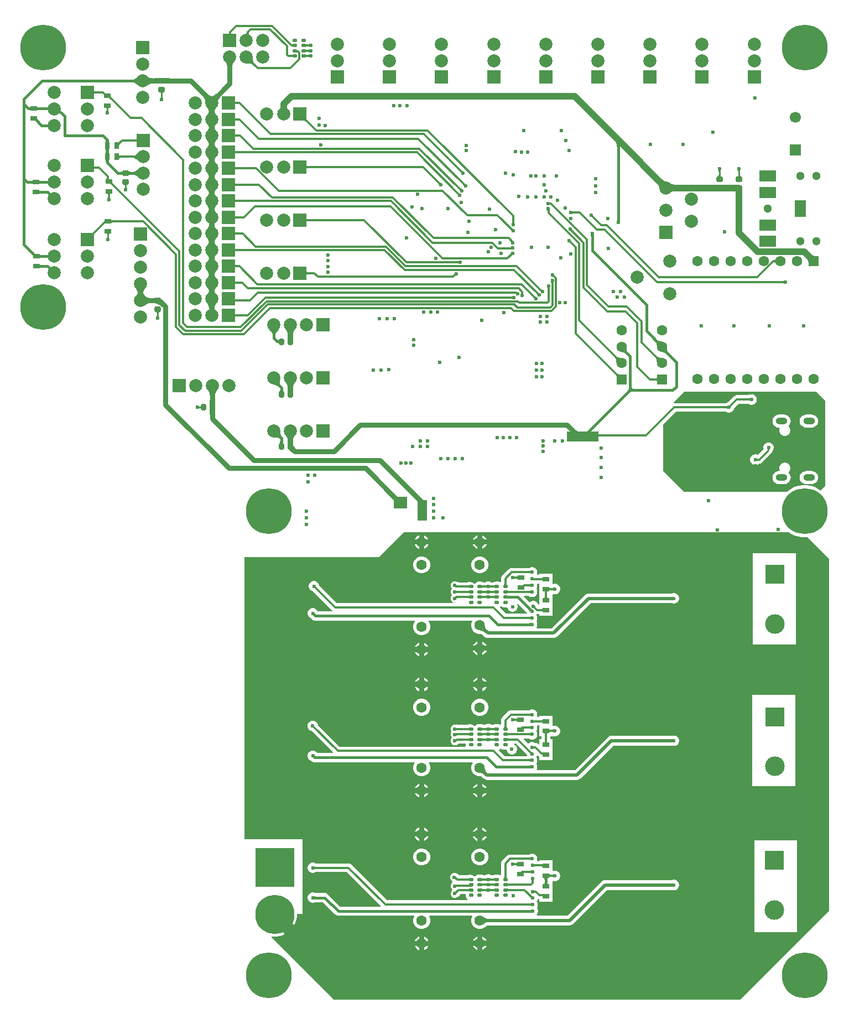
<source format=gbl>
G04*
G04 #@! TF.GenerationSoftware,Altium Limited,Altium Designer,21.8.1 (53)*
G04*
G04 Layer_Physical_Order=4*
G04 Layer_Color=16711680*
%FSLAX44Y44*%
%MOMM*%
G71*
G04*
G04 #@! TF.SameCoordinates,B26C40CF-43AE-4B56-A471-EC5E2FB952F6*
G04*
G04*
G04 #@! TF.FilePolarity,Positive*
G04*
G01*
G75*
%ADD10C,0.2540*%
%ADD12C,0.2500*%
%ADD14C,0.4000*%
%ADD15C,0.3000*%
%ADD76C,1.7000*%
%ADD81R,1.7000X1.7000*%
%ADD86R,1.0000X0.7000*%
G04:AMPARAMS|DCode=92|XSize=0.95mm|YSize=0.85mm|CornerRadius=0.2125mm|HoleSize=0mm|Usage=FLASHONLY|Rotation=180.000|XOffset=0mm|YOffset=0mm|HoleType=Round|Shape=RoundedRectangle|*
%AMROUNDEDRECTD92*
21,1,0.9500,0.4250,0,0,180.0*
21,1,0.5250,0.8500,0,0,180.0*
1,1,0.4250,-0.2625,0.2125*
1,1,0.4250,0.2625,0.2125*
1,1,0.4250,0.2625,-0.2125*
1,1,0.4250,-0.2625,-0.2125*
%
%ADD92ROUNDEDRECTD92*%
G04:AMPARAMS|DCode=97|XSize=0.95mm|YSize=0.85mm|CornerRadius=0.2125mm|HoleSize=0mm|Usage=FLASHONLY|Rotation=90.000|XOffset=0mm|YOffset=0mm|HoleType=Round|Shape=RoundedRectangle|*
%AMROUNDEDRECTD97*
21,1,0.9500,0.4250,0,0,90.0*
21,1,0.5250,0.8500,0,0,90.0*
1,1,0.4250,0.2125,0.2625*
1,1,0.4250,0.2125,-0.2625*
1,1,0.4250,-0.2125,-0.2625*
1,1,0.4250,-0.2125,0.2625*
%
%ADD97ROUNDEDRECTD97*%
%ADD99R,0.7000X1.0000*%
%ADD131C,1.0000*%
%ADD132C,0.8000*%
%ADD141C,2.0000*%
%ADD142R,2.0000X2.0000*%
%ADD143C,7.0000*%
%ADD144C,1.3000*%
%ADD145R,1.8000X2.5000*%
%ADD146R,2.5000X1.8000*%
%ADD147R,6.0000X6.0000*%
%ADD148C,6.0000*%
%ADD149C,1.6000*%
%ADD150R,1.6000X1.6000*%
%ADD151R,2.0000X2.0000*%
%ADD152C,3.0000*%
%ADD153R,3.0000X3.0000*%
%ADD154R,1.6000X1.6000*%
%ADD155O,1.8000X1.0000*%
%ADD156C,0.6000*%
G04:AMPARAMS|DCode=157|XSize=0.5mm|YSize=0.65mm|CornerRadius=0.125mm|HoleSize=0mm|Usage=FLASHONLY|Rotation=270.000|XOffset=0mm|YOffset=0mm|HoleType=Round|Shape=RoundedRectangle|*
%AMROUNDEDRECTD157*
21,1,0.5000,0.4000,0,0,270.0*
21,1,0.2500,0.6500,0,0,270.0*
1,1,0.2500,-0.2000,-0.1250*
1,1,0.2500,-0.2000,0.1250*
1,1,0.2500,0.2000,0.1250*
1,1,0.2500,0.2000,-0.1250*
%
%ADD157ROUNDEDRECTD157*%
%ADD158C,0.5000*%
G36*
X455270Y1007829D02*
X455248Y1007888D01*
X455180Y1007941D01*
X455064Y1007988D01*
X454901Y1008028D01*
X454690Y1008063D01*
X454432Y1008091D01*
X453375Y1008137D01*
X452928Y1008141D01*
Y1012141D01*
X453402Y1012143D01*
X455028Y1012247D01*
X455204Y1012285D01*
X455330Y1012329D01*
X455407Y1012379D01*
X455434Y1012435D01*
X455270Y1007829D01*
D02*
G37*
G36*
X1035037Y1011842D02*
X1035586Y1011447D01*
X1036188Y1011098D01*
X1036845Y1010798D01*
X1037555Y1010546D01*
X1038320Y1010341D01*
X1039139Y1010184D01*
X1040012Y1010075D01*
X1040939Y1010013D01*
X1041920Y1010000D01*
X1039580Y1007659D01*
X1040907Y1006497D01*
X1041359Y1006221D01*
X1041724Y1006055D01*
X1042002Y1006000D01*
X1038000Y1001998D01*
X1037945Y1002276D01*
X1037779Y1002641D01*
X1037503Y1003093D01*
X1037116Y1003633D01*
X1036410Y1004489D01*
X1034000Y1002080D01*
X1033987Y1003061D01*
X1033816Y1004861D01*
X1033659Y1005680D01*
X1033454Y1006445D01*
X1033202Y1007155D01*
X1032902Y1007812D01*
X1032553Y1008414D01*
X1032158Y1008963D01*
X1031714Y1009457D01*
X1034543Y1012286D01*
X1035037Y1011842D01*
D02*
G37*
G36*
X1049760Y999741D02*
X1049698Y998868D01*
X1049701Y998039D01*
X1049769Y997256D01*
X1049903Y996517D01*
X1050101Y995823D01*
X1050366Y995174D01*
X1050695Y994569D01*
X1051089Y994010D01*
X1051549Y993495D01*
X1051349Y993352D01*
X1048692Y990695D01*
X1048196Y991186D01*
X1047789Y991554D01*
X1047263Y991945D01*
X1046674Y992310D01*
X1046024Y992646D01*
X1045311Y992956D01*
X1044537Y993237D01*
X1043700Y993491D01*
X1041840Y993917D01*
X1040817Y994088D01*
X1043080Y995727D01*
X1042641Y995995D01*
X1042276Y996161D01*
X1041998Y996216D01*
X1046000Y1000218D01*
X1046055Y999940D01*
X1046221Y999575D01*
X1046497Y999122D01*
X1046884Y998583D01*
X1046935Y998521D01*
X1049887Y1000659D01*
X1049760Y999741D01*
D02*
G37*
G36*
X987760D02*
X987698Y998868D01*
X987701Y998039D01*
X987769Y997256D01*
X987903Y996517D01*
X988102Y995823D01*
X988366Y995174D01*
X988695Y994569D01*
X989089Y994010D01*
X989549Y993495D01*
X989349Y993352D01*
X986692Y990695D01*
X986196Y991186D01*
X985789Y991554D01*
X985263Y991945D01*
X984674Y992310D01*
X984024Y992646D01*
X983311Y992956D01*
X982537Y993237D01*
X981700Y993491D01*
X979840Y993917D01*
X978818Y994088D01*
X981080Y995727D01*
X980641Y995995D01*
X980276Y996161D01*
X979997Y996216D01*
X984000Y1000218D01*
X984055Y999940D01*
X984221Y999575D01*
X984497Y999122D01*
X984884Y998583D01*
X984935Y998521D01*
X987887Y1000659D01*
X987760Y999741D01*
D02*
G37*
G36*
X1034561Y986619D02*
X1035085Y986269D01*
X1035682Y985961D01*
X1036353Y985696D01*
X1037097Y985474D01*
X1037915Y985294D01*
X1038806Y985157D01*
X1039771Y985062D01*
X1041920Y985000D01*
X1034000Y977080D01*
X1033991Y978192D01*
X1033844Y980194D01*
X1033706Y981085D01*
X1033526Y981903D01*
X1033304Y982647D01*
X1033039Y983318D01*
X1032731Y983915D01*
X1032381Y984439D01*
X1031989Y984890D01*
X1034110Y987011D01*
X1034561Y986619D01*
D02*
G37*
G36*
X972561D02*
X973084Y986269D01*
X973682Y985961D01*
X974353Y985696D01*
X975097Y985474D01*
X975915Y985294D01*
X976806Y985157D01*
X977770Y985062D01*
X979920Y985000D01*
X972000Y977080D01*
X971991Y978192D01*
X971843Y980194D01*
X971706Y981085D01*
X971526Y981903D01*
X971304Y982647D01*
X971039Y983318D01*
X970731Y983915D01*
X970381Y984439D01*
X969989Y984890D01*
X972110Y987011D01*
X972561Y986619D01*
D02*
G37*
G36*
X972648Y961494D02*
X973755Y960554D01*
X974244Y960212D01*
X974690Y959954D01*
X975092Y959781D01*
X975452Y959694D01*
X975769Y959691D01*
X976042Y959772D01*
X976273Y959939D01*
X972061Y955727D01*
X972228Y955957D01*
X972309Y956231D01*
X972306Y956548D01*
X972218Y956908D01*
X972046Y957310D01*
X971788Y957756D01*
X971446Y958245D01*
X971018Y958777D01*
X969909Y959969D01*
X972030Y962091D01*
X972648Y961494D01*
D02*
G37*
G36*
X449273Y953718D02*
X449384Y952055D01*
X449425Y951837D01*
X449472Y951659D01*
X449526Y951519D01*
X449586Y951417D01*
X446414D01*
X446474Y951519D01*
X446528Y951659D01*
X446575Y951837D01*
X446616Y952055D01*
X446679Y952604D01*
X446717Y953308D01*
X446730Y954167D01*
X449270D01*
X449273Y953718D01*
D02*
G37*
G36*
X1034061Y949000D02*
X1034031Y949285D01*
X1033940Y949540D01*
X1033788Y949765D01*
X1033576Y949960D01*
X1033303Y950125D01*
X1032970Y950260D01*
X1032576Y950365D01*
X1032122Y950440D01*
X1031606Y950485D01*
X1031031Y950500D01*
Y953500D01*
X1031606Y953515D01*
X1032122Y953560D01*
X1032576Y953635D01*
X1032970Y953740D01*
X1033303Y953875D01*
X1033576Y954040D01*
X1033788Y954235D01*
X1033940Y954460D01*
X1034031Y954715D01*
X1034061Y955000D01*
Y949000D01*
D02*
G37*
G36*
X457254Y950097D02*
X457035Y948989D01*
X456911Y947943D01*
X456882Y946956D01*
X456949Y946030D01*
X457112Y945164D01*
X457371Y944359D01*
X457725Y943614D01*
X458175Y942930D01*
X458721Y942306D01*
X455046Y940325D01*
X454580Y940735D01*
X454001Y941148D01*
X453308Y941563D01*
X452503Y941981D01*
X450552Y942824D01*
X449406Y943250D01*
X445290Y944541D01*
X457570Y951265D01*
X457254Y950097D01*
D02*
G37*
G36*
X461516Y937078D02*
X461565Y936445D01*
X461647Y935860D01*
X461762Y935325D01*
X461909Y934838D01*
X462089Y934400D01*
X462301Y934010D01*
X462547Y933670D01*
X462824Y933378D01*
X463135Y933135D01*
X455865D01*
X456176Y933378D01*
X456454Y933670D01*
X456699Y934010D01*
X456911Y934400D01*
X457091Y934838D01*
X457238Y935325D01*
X457353Y935860D01*
X457435Y936445D01*
X457484Y937078D01*
X457500Y937761D01*
X461500D01*
X461516Y937078D01*
D02*
G37*
G36*
X479430Y946416D02*
X478920Y945763D01*
X478470Y945068D01*
X478080Y944330D01*
X477750Y943549D01*
X477480Y942725D01*
X477270Y941859D01*
X477120Y940949D01*
X477030Y939997D01*
X477014Y939454D01*
X477098Y932442D01*
X468902D01*
X468921Y932550D01*
X468937Y932815D01*
X468999Y939043D01*
X468970Y939997D01*
X468880Y940949D01*
X468730Y941859D01*
X468520Y942725D01*
X468250Y943549D01*
X467920Y944330D01*
X467530Y945068D01*
X467080Y945763D01*
X466570Y946416D01*
X466000Y947025D01*
X480000D01*
X479430Y946416D01*
D02*
G37*
G36*
X995290Y940740D02*
X995410Y940060D01*
X995610Y939460D01*
X995890Y938940D01*
X996250Y938500D01*
X996690Y938140D01*
X997210Y937860D01*
X997810Y937660D01*
X998490Y937540D01*
X999250Y937500D01*
X998078Y933500D01*
X997290Y933472D01*
X996525Y933387D01*
X995784Y933245D01*
X995066Y933047D01*
X994371Y932793D01*
X993700Y932482D01*
X993053Y932114D01*
X992428Y931690D01*
X991827Y931209D01*
X991250Y930672D01*
X988422Y933500D01*
X988959Y934078D01*
X989440Y934678D01*
X989864Y935303D01*
X990232Y935950D01*
X990543Y936621D01*
X990798Y937316D01*
X990995Y938034D01*
X991137Y938775D01*
X991222Y939540D01*
X991250Y940329D01*
X995250Y941500D01*
X995290Y940740D01*
D02*
G37*
G36*
X360230Y934416D02*
X359720Y933763D01*
X359270Y933068D01*
X358880Y932330D01*
X358550Y931549D01*
X358280Y930725D01*
X358070Y929858D01*
X357920Y928949D01*
X357830Y927997D01*
X357800Y927001D01*
X349800D01*
X349770Y927997D01*
X349680Y928949D01*
X349530Y929858D01*
X349320Y930725D01*
X349050Y931549D01*
X348720Y932330D01*
X348330Y933068D01*
X347880Y933763D01*
X347370Y934416D01*
X346800Y935025D01*
X360800D01*
X360230Y934416D01*
D02*
G37*
G36*
X1176858Y918900D02*
X1176729Y919014D01*
X1176579Y919116D01*
X1176408Y919206D01*
X1176214Y919284D01*
X1176000Y919350D01*
X1175763Y919404D01*
X1175505Y919446D01*
X1175226Y919476D01*
X1174602Y919500D01*
X1174602Y922500D01*
X1174925Y922506D01*
X1175505Y922554D01*
X1175763Y922596D01*
X1176000Y922650D01*
X1176214Y922716D01*
X1176408Y922794D01*
X1176579Y922884D01*
X1176729Y922986D01*
X1176858Y923100D01*
X1176858Y918900D01*
D02*
G37*
G36*
X1292000Y919428D02*
Y789000D01*
X1284646Y781646D01*
X1281028Y784275D01*
X1275418Y787133D01*
X1269430Y789079D01*
X1263212Y790063D01*
X1256915D01*
X1250697Y789079D01*
X1244709Y787133D01*
X1239099Y784275D01*
X1234005Y780574D01*
X1233431Y780000D01*
X1076000D01*
X1044000Y812000D01*
Y883123D01*
X1063321Y902444D01*
X1139457D01*
X1139616Y902406D01*
X1139633Y902405D01*
X1141122Y901545D01*
X1143157Y901000D01*
X1145263D01*
X1147298Y901545D01*
X1149122Y902598D01*
X1150612Y904088D01*
X1151665Y905912D01*
X1152123Y907624D01*
X1152156Y907674D01*
X1158926Y914444D01*
X1174247D01*
X1174406Y914406D01*
X1174423Y914405D01*
X1175912Y913545D01*
X1177947Y913000D01*
X1180053D01*
X1182088Y913545D01*
X1183912Y914598D01*
X1185402Y916088D01*
X1186455Y917912D01*
X1187000Y919947D01*
Y922053D01*
X1186455Y924088D01*
X1185402Y925912D01*
X1183912Y927402D01*
X1182088Y928455D01*
X1180053Y929000D01*
X1177947D01*
X1175912Y928455D01*
X1174377Y927569D01*
X1174319Y927556D01*
X1156210D01*
X1154513Y927333D01*
X1152932Y926678D01*
X1151574Y925636D01*
X1142935Y916997D01*
X1142796Y916911D01*
X1142784Y916900D01*
X1141122Y916455D01*
X1139587Y915569D01*
X1139529Y915556D01*
X1060605D01*
X1060314Y915518D01*
X1059721Y916721D01*
X1076000Y933000D01*
X1277000D01*
X1292000Y919428D01*
D02*
G37*
G36*
X357898Y912442D02*
X349702D01*
X349720Y912550D01*
X349737Y912815D01*
X349799Y919068D01*
X349800Y920589D01*
X357800D01*
X357898Y912442D01*
D02*
G37*
G36*
X336070Y906460D02*
X336044Y906701D01*
X335967Y906917D01*
X335839Y907108D01*
X335659Y907273D01*
X335427Y907412D01*
X335145Y907527D01*
X334810Y907616D01*
X334425Y907679D01*
X334324Y907688D01*
X334108Y907655D01*
X333848Y907597D01*
X333603Y907523D01*
X333373Y907431D01*
X333158Y907323D01*
X332958Y907199D01*
X332773Y907058D01*
X332602Y906900D01*
Y911100D01*
X332773Y910942D01*
X332958Y910801D01*
X333158Y910677D01*
X333373Y910569D01*
X333603Y910478D01*
X333848Y910403D01*
X334108Y910345D01*
X334324Y910312D01*
X334425Y910321D01*
X334810Y910384D01*
X335145Y910473D01*
X335427Y910587D01*
X335659Y910727D01*
X335839Y910892D01*
X335967Y911083D01*
X336044Y911299D01*
X336070Y911540D01*
Y906460D01*
D02*
G37*
G36*
X1148381Y911049D02*
X1148157Y910817D01*
X1147780Y910372D01*
X1147627Y910160D01*
X1147498Y909955D01*
X1147393Y909756D01*
X1147312Y909565D01*
X1147254Y909380D01*
X1147220Y909202D01*
X1147210Y909030D01*
X1144240Y912000D01*
X1144411Y912010D01*
X1144590Y912044D01*
X1144775Y912102D01*
X1144966Y912183D01*
X1145165Y912288D01*
X1145370Y912417D01*
X1145582Y912570D01*
X1145801Y912747D01*
X1146259Y913171D01*
X1148381Y911049D01*
D02*
G37*
G36*
X1142068Y906900D02*
X1141939Y907014D01*
X1141789Y907116D01*
X1141618Y907206D01*
X1141424Y907284D01*
X1141210Y907350D01*
X1140973Y907404D01*
X1140715Y907446D01*
X1140436Y907476D01*
X1139812Y907500D01*
Y910500D01*
X1140135Y910506D01*
X1140715Y910554D01*
X1140973Y910596D01*
X1141210Y910650D01*
X1141424Y910716D01*
X1141618Y910794D01*
X1141789Y910884D01*
X1141939Y910986D01*
X1142068Y911100D01*
Y906900D01*
D02*
G37*
G36*
X357879Y905450D02*
X357863Y905185D01*
X357801Y898933D01*
X357800Y897411D01*
X349800D01*
X349702Y905558D01*
X357898D01*
X357879Y905450D01*
D02*
G37*
G36*
X457993Y871443D02*
X458160Y869060D01*
X458331Y867989D01*
X458561Y866998D01*
X458849Y866087D01*
X459195Y865256D01*
X459600Y864505D01*
X460063Y863834D01*
X460585Y863243D01*
X457757Y860415D01*
X457166Y860937D01*
X456495Y861400D01*
X455744Y861805D01*
X454913Y862151D01*
X454002Y862439D01*
X453011Y862669D01*
X451940Y862840D01*
X450788Y862953D01*
X449557Y863007D01*
X448246Y863003D01*
X457997Y872754D01*
X457993Y871443D01*
D02*
G37*
G36*
X479910Y865772D02*
X479333Y865170D01*
X478818Y864523D01*
X478362Y863834D01*
X477968Y863101D01*
X477634Y862323D01*
X477361Y861502D01*
X477148Y860638D01*
X476996Y859729D01*
X476905Y858777D01*
X476875Y857781D01*
X476866Y857782D01*
X476848Y852442D01*
X468652D01*
X468694Y852586D01*
X468732Y852882D01*
X468766Y853333D01*
X468858Y858451D01*
X468845Y858885D01*
X468756Y859837D01*
X468608Y860748D01*
X468401Y861617D01*
X468134Y862443D01*
X467808Y863228D01*
X467423Y863971D01*
X466978Y864671D01*
X466474Y865330D01*
X465911Y865947D01*
X479910Y865772D01*
D02*
G37*
G36*
X945000Y857000D02*
X896000D01*
Y872000D01*
X945000D01*
Y857000D01*
D02*
G37*
G36*
X461266Y857078D02*
X461315Y856445D01*
X461397Y855860D01*
X461512Y855325D01*
X461659Y854838D01*
X461839Y854400D01*
X462051Y854010D01*
X462296Y853670D01*
X462574Y853378D01*
X462885Y853135D01*
X455615D01*
X455926Y853378D01*
X456204Y853670D01*
X456449Y854010D01*
X456661Y854400D01*
X456841Y854838D01*
X456988Y855325D01*
X457103Y855860D01*
X457185Y856445D01*
X457234Y857078D01*
X457250Y857761D01*
X461250D01*
X461266Y857078D01*
D02*
G37*
G36*
X476983Y850944D02*
X477109Y850708D01*
X477360Y850362D01*
X477734Y849904D01*
X479599Y847866D01*
X482579Y844828D01*
X476922Y839172D01*
X475884Y840203D01*
X471292Y844281D01*
X471181Y844270D01*
X476980Y851069D01*
X476983Y850944D01*
D02*
G37*
G36*
X652000Y754000D02*
X631000D01*
Y772000D01*
X652000D01*
Y754000D01*
D02*
G37*
G36*
X682000Y736000D02*
X668000D01*
Y767000D01*
X682000D01*
Y736000D01*
D02*
G37*
G36*
X1239099Y715852D02*
X1244709Y712994D01*
X1250697Y711048D01*
X1256915Y710063D01*
X1263212D01*
X1264701Y710299D01*
X1297515Y677485D01*
Y138515D01*
X1161612Y2612D01*
X539388D01*
X443827Y98173D01*
X444404Y99304D01*
X446324Y99000D01*
X451676D01*
X456962Y99837D01*
X462052Y101491D01*
X464910Y102948D01*
X441929Y125929D01*
X450000Y134000D01*
X462142D01*
X479052Y117090D01*
X480509Y119949D01*
X482163Y125038D01*
X483000Y130324D01*
Y134000D01*
X492000D01*
Y248000D01*
X403000D01*
X402612Y249109D01*
X402612Y680000D01*
X609000D01*
X647000Y718000D01*
X1236143D01*
X1239099Y715852D01*
D02*
G37*
G36*
X382275Y1483230D02*
X382314Y1482753D01*
X382377Y1482333D01*
X382466Y1481968D01*
X382581Y1481660D01*
X382721Y1481408D01*
X382887Y1481211D01*
X383077Y1481071D01*
X383294Y1480987D01*
X383536Y1480959D01*
X377990D01*
X378231Y1480987D01*
X378448Y1481071D01*
X378639Y1481211D01*
X378804Y1481408D01*
X378944Y1481660D01*
X379059Y1481968D01*
X379148Y1482333D01*
X379212Y1482753D01*
X379250Y1483230D01*
X379263Y1483763D01*
X382263D01*
X382275Y1483230D01*
D02*
G37*
G36*
X409078Y1482985D02*
X409124Y1482449D01*
X409201Y1481955D01*
X409308Y1481504D01*
X409445Y1481095D01*
X409613Y1480728D01*
X409812Y1480404D01*
X410042Y1480122D01*
X410301Y1479882D01*
X410592Y1479685D01*
X404328Y1480939D01*
X404658Y1481005D01*
X404953Y1481115D01*
X405213Y1481268D01*
X405439Y1481465D01*
X405629Y1481706D01*
X405785Y1481990D01*
X405907Y1482318D01*
X405994Y1482690D01*
X406046Y1483105D01*
X406063Y1483563D01*
X409063D01*
X409078Y1482985D01*
D02*
G37*
G36*
X476897Y1461260D02*
X476881Y1461342D01*
X476822Y1461415D01*
X476720Y1461480D01*
X476575Y1461536D01*
X476387Y1461583D01*
X476157Y1461622D01*
X475884Y1461652D01*
X475210Y1461687D01*
X474809Y1461691D01*
Y1464691D01*
X475196Y1464695D01*
X476148Y1464761D01*
X476396Y1464801D01*
X476610Y1464849D01*
X476790Y1464906D01*
X476935Y1464971D01*
X477045Y1465046D01*
X477121Y1465129D01*
X476897Y1461260D01*
D02*
G37*
G36*
X501858Y1460900D02*
X501729Y1461014D01*
X501579Y1461116D01*
X501408Y1461206D01*
X501214Y1461284D01*
X501000Y1461350D01*
X500763Y1461404D01*
X500505Y1461446D01*
X500226Y1461476D01*
X499602Y1461500D01*
Y1464500D01*
X499925Y1464506D01*
X500505Y1464554D01*
X500763Y1464596D01*
X501000Y1464650D01*
X501214Y1464716D01*
X501408Y1464794D01*
X501579Y1464884D01*
X501729Y1464986D01*
X501858Y1465100D01*
Y1460900D01*
D02*
G37*
G36*
X495755Y1465228D02*
X496055Y1465075D01*
X496375Y1464940D01*
X496716Y1464824D01*
X497078Y1464725D01*
X497460Y1464644D01*
X497863Y1464581D01*
X498729Y1464509D01*
X499194Y1464500D01*
X499194Y1461500D01*
X498729Y1461491D01*
X497863Y1461419D01*
X497460Y1461356D01*
X497078Y1461275D01*
X496716Y1461176D01*
X496375Y1461060D01*
X496055Y1460925D01*
X495755Y1460772D01*
X495476Y1460601D01*
Y1465399D01*
X495755Y1465228D01*
D02*
G37*
G36*
X501858Y1452900D02*
X501729Y1453014D01*
X501579Y1453116D01*
X501408Y1453206D01*
X501214Y1453284D01*
X501000Y1453350D01*
X500763Y1453404D01*
X500505Y1453446D01*
X500226Y1453476D01*
X499602Y1453500D01*
Y1456500D01*
X499925Y1456506D01*
X500505Y1456554D01*
X500763Y1456596D01*
X501000Y1456650D01*
X501214Y1456716D01*
X501408Y1456794D01*
X501579Y1456884D01*
X501729Y1456986D01*
X501858Y1457100D01*
Y1452900D01*
D02*
G37*
G36*
X495755Y1457228D02*
X496055Y1457075D01*
X496375Y1456940D01*
X496716Y1456824D01*
X497078Y1456725D01*
X497460Y1456644D01*
X497863Y1456581D01*
X498729Y1456509D01*
X499194Y1456500D01*
Y1453500D01*
X498729Y1453491D01*
X497863Y1453419D01*
X497460Y1453356D01*
X497078Y1453275D01*
X496716Y1453176D01*
X496375Y1453060D01*
X496055Y1452925D01*
X495755Y1452772D01*
X495476Y1452601D01*
Y1457399D01*
X495755Y1457228D01*
D02*
G37*
G36*
X483214Y1455904D02*
X483260Y1455820D01*
X483350Y1455745D01*
X483486Y1455680D01*
X483666Y1455625D01*
X483892Y1455580D01*
X484162Y1455545D01*
X484837Y1455505D01*
X485243Y1455500D01*
Y1452500D01*
X482476Y1452601D01*
X483213Y1455999D01*
X483214Y1455904D01*
D02*
G37*
G36*
X501858Y1444900D02*
X501729Y1445014D01*
X501579Y1445116D01*
X501408Y1445206D01*
X501214Y1445284D01*
X501000Y1445350D01*
X500763Y1445404D01*
X500505Y1445446D01*
X500226Y1445476D01*
X499602Y1445500D01*
Y1448500D01*
X499925Y1448506D01*
X500505Y1448554D01*
X500763Y1448596D01*
X501000Y1448650D01*
X501214Y1448716D01*
X501408Y1448794D01*
X501579Y1448884D01*
X501729Y1448986D01*
X501858Y1449100D01*
Y1444900D01*
D02*
G37*
G36*
X495755Y1449228D02*
X496055Y1449075D01*
X496375Y1448940D01*
X496716Y1448824D01*
X497078Y1448725D01*
X497460Y1448644D01*
X497863Y1448581D01*
X498729Y1448509D01*
X499194Y1448500D01*
Y1445500D01*
X498729Y1445491D01*
X497863Y1445419D01*
X497460Y1445356D01*
X497078Y1445275D01*
X496716Y1445176D01*
X496375Y1445060D01*
X496055Y1444925D01*
X495755Y1444772D01*
X495476Y1444601D01*
Y1449399D01*
X495755Y1449228D01*
D02*
G37*
G36*
X477524Y1444601D02*
X477245Y1444772D01*
X476945Y1444925D01*
X476625Y1445060D01*
X476284Y1445176D01*
X475922Y1445275D01*
X475540Y1445356D01*
X475137Y1445419D01*
X474271Y1445491D01*
X473806Y1445500D01*
Y1448500D01*
X474271Y1448509D01*
X475137Y1448581D01*
X475540Y1448644D01*
X475922Y1448725D01*
X476284Y1448824D01*
X476625Y1448940D01*
X476945Y1449075D01*
X477245Y1449228D01*
X477524Y1449399D01*
Y1444601D01*
D02*
G37*
G36*
X415609Y1443933D02*
X415774Y1441279D01*
X415930Y1440112D01*
X416135Y1439051D01*
X416389Y1438097D01*
X416692Y1437250D01*
X417044Y1436509D01*
X417444Y1435875D01*
X417894Y1435347D01*
X415773Y1433226D01*
X415245Y1433676D01*
X414611Y1434077D01*
X413870Y1434428D01*
X413023Y1434731D01*
X412069Y1434985D01*
X411008Y1435190D01*
X409841Y1435346D01*
X407187Y1435511D01*
X405700Y1435520D01*
X415600Y1445420D01*
X415609Y1443933D01*
D02*
G37*
G36*
X386630Y1437769D02*
X386120Y1437117D01*
X385670Y1436421D01*
X385280Y1435683D01*
X384950Y1434902D01*
X384680Y1434079D01*
X384470Y1433212D01*
X384320Y1432302D01*
X384230Y1431350D01*
X384200Y1430355D01*
X376200D01*
X376170Y1431350D01*
X376080Y1432302D01*
X375930Y1433212D01*
X375720Y1434079D01*
X375450Y1434902D01*
X375120Y1435683D01*
X374730Y1436421D01*
X374280Y1437117D01*
X373770Y1437769D01*
X373200Y1438379D01*
X387200D01*
X386630Y1437769D01*
D02*
G37*
G36*
X239859Y1410896D02*
X243047Y1411107D01*
X243562Y1411231D01*
X243937Y1411372D01*
X244173Y1411530D01*
Y1405870D01*
X243937Y1406028D01*
X243562Y1406169D01*
X243047Y1406293D01*
X242392Y1406401D01*
X240665Y1406567D01*
X239859Y1406595D01*
Y1401700D01*
X238890Y1402650D01*
X237021Y1404250D01*
X236121Y1404900D01*
X235244Y1405450D01*
X234390Y1405900D01*
X233559Y1406250D01*
X232750Y1406500D01*
X231965Y1406650D01*
X231202Y1406700D01*
Y1410700D01*
X231965Y1410750D01*
X232750Y1410900D01*
X233559Y1411150D01*
X234390Y1411500D01*
X235244Y1411950D01*
X236121Y1412500D01*
X237021Y1413150D01*
X237944Y1413900D01*
X239859Y1415700D01*
Y1410896D01*
D02*
G37*
G36*
X279550Y1412779D02*
X279815Y1412763D01*
X286068Y1412701D01*
X287589Y1412700D01*
Y1404700D01*
X279442Y1404602D01*
Y1412798D01*
X279550Y1412779D01*
D02*
G37*
G36*
X272558Y1404602D02*
X272450Y1404621D01*
X272185Y1404637D01*
X265933Y1404699D01*
X264411Y1404700D01*
Y1412700D01*
X272558Y1412798D01*
Y1404602D01*
D02*
G37*
G36*
X254751Y1415130D02*
X255403Y1414620D01*
X256099Y1414170D01*
X256837Y1413780D01*
X257618Y1413450D01*
X258442Y1413180D01*
X259308Y1412970D01*
X260218Y1412820D01*
X261170Y1412730D01*
X262165Y1412700D01*
Y1404700D01*
X261170Y1404670D01*
X260218Y1404580D01*
X259308Y1404430D01*
X258442Y1404220D01*
X257618Y1403950D01*
X256837Y1403620D01*
X256099Y1403230D01*
X255403Y1402780D01*
X254751Y1402270D01*
X254142Y1401700D01*
Y1415700D01*
X254751Y1415130D01*
D02*
G37*
G36*
X169869Y1394115D02*
X169960Y1393860D01*
X170112Y1393635D01*
X170324Y1393440D01*
X170597Y1393275D01*
X170930Y1393140D01*
X171324Y1393035D01*
X171779Y1392960D01*
X172294Y1392915D01*
X172869Y1392900D01*
Y1389900D01*
X172294Y1389885D01*
X171779Y1389840D01*
X171324Y1389765D01*
X170930Y1389660D01*
X170597Y1389525D01*
X170324Y1389360D01*
X170112Y1389165D01*
X169960Y1388940D01*
X169869Y1388685D01*
X169839Y1388400D01*
Y1394400D01*
X169869Y1394115D01*
D02*
G37*
G36*
X278299Y1390944D02*
X278083Y1390867D01*
X277892Y1390739D01*
X277727Y1390559D01*
X277588Y1390327D01*
X277473Y1390045D01*
X277384Y1389710D01*
X277321Y1389325D01*
X277283Y1388888D01*
X277270Y1388399D01*
X274730D01*
X274717Y1388888D01*
X274679Y1389325D01*
X274616Y1389710D01*
X274527Y1390045D01*
X274412Y1390327D01*
X274273Y1390559D01*
X274108Y1390739D01*
X273917Y1390867D01*
X273701Y1390944D01*
X273460Y1390970D01*
X278540D01*
X278299Y1390944D01*
D02*
G37*
G36*
X188610Y1391028D02*
X189641Y1390134D01*
X190091Y1389803D01*
X190499Y1389550D01*
X190863Y1389373D01*
X191185Y1389274D01*
X191464Y1389252D01*
X191699Y1389307D01*
X191891Y1389439D01*
X188061Y1385609D01*
X188193Y1385801D01*
X188248Y1386036D01*
X188226Y1386315D01*
X188127Y1386637D01*
X187950Y1387001D01*
X187696Y1387409D01*
X187365Y1387859D01*
X186957Y1388353D01*
X185909Y1389469D01*
X188030Y1391591D01*
X188610Y1391028D01*
D02*
G37*
G36*
X365493Y1384261D02*
X364807Y1383528D01*
X364206Y1382786D01*
X363691Y1382035D01*
X363262Y1381275D01*
X362918Y1380506D01*
X362660Y1379729D01*
X362487Y1378943D01*
X362400Y1378148D01*
X362398Y1377344D01*
X362482Y1376531D01*
X352592Y1383921D01*
X342715Y1376513D01*
X342798Y1377327D01*
X342795Y1378131D01*
X342706Y1378927D01*
X342533Y1379713D01*
X342274Y1380491D01*
X341929Y1381259D01*
X341500Y1382019D01*
X340985Y1382770D01*
X340384Y1383512D01*
X339698Y1384245D01*
X346241Y1389016D01*
X346958Y1388335D01*
X347686Y1387714D01*
X348425Y1387153D01*
X349176Y1386653D01*
X349938Y1386212D01*
X350711Y1385832D01*
X351495Y1385512D01*
X352290Y1385252D01*
X352591Y1385178D01*
X352891Y1385253D01*
X353686Y1385513D01*
X354470Y1385834D01*
X355243Y1386215D01*
X356004Y1386656D01*
X356755Y1387157D01*
X357494Y1387718D01*
X358222Y1388340D01*
X358939Y1389021D01*
X365493Y1384261D01*
D02*
G37*
G36*
X277278Y1384213D02*
X277303Y1383923D01*
X277345Y1383648D01*
X277403Y1383388D01*
X277477Y1383143D01*
X277569Y1382913D01*
X277677Y1382698D01*
X277801Y1382498D01*
X277942Y1382313D01*
X278100Y1382142D01*
X273900D01*
X274058Y1382313D01*
X274199Y1382498D01*
X274323Y1382698D01*
X274431Y1382913D01*
X274522Y1383143D01*
X274597Y1383388D01*
X274655Y1383648D01*
X274697Y1383923D01*
X274722Y1384213D01*
X274730Y1384518D01*
X277270D01*
X277278Y1384213D01*
D02*
G37*
G36*
X197800Y1386540D02*
X197715Y1386264D01*
Y1385946D01*
X197800Y1385585D01*
X197969Y1385182D01*
X198224Y1384737D01*
X198563Y1384249D01*
X198988Y1383718D01*
X200091Y1382531D01*
X197969Y1380409D01*
X197354Y1381003D01*
X196251Y1381936D01*
X195763Y1382276D01*
X195318Y1382531D01*
X194915Y1382700D01*
X194554Y1382785D01*
X194236D01*
X193960Y1382700D01*
X193727Y1382531D01*
X197969Y1386773D01*
X197800Y1386540D01*
D02*
G37*
G36*
X387969Y1377715D02*
X388060Y1377460D01*
X388212Y1377235D01*
X388424Y1377040D01*
X388697Y1376875D01*
X389030Y1376740D01*
X389424Y1376635D01*
X389879Y1376560D01*
X390394Y1376515D01*
X390970Y1376500D01*
Y1373500D01*
X390394Y1373485D01*
X389879Y1373440D01*
X389424Y1373365D01*
X389030Y1373260D01*
X388697Y1373125D01*
X388424Y1372960D01*
X388212Y1372765D01*
X388060Y1372540D01*
X387969Y1372285D01*
X387939Y1372000D01*
Y1378000D01*
X387969Y1377715D01*
D02*
G37*
G36*
X467928Y1372399D02*
X467934Y1371262D01*
X468171Y1367207D01*
X468259Y1366723D01*
X468360Y1366347D01*
X468475Y1366079D01*
X468604Y1365921D01*
X457095Y1366413D01*
X457253Y1366574D01*
X457395Y1366844D01*
X457520Y1367221D01*
X457628Y1367707D01*
X457719Y1368300D01*
X457853Y1369813D01*
X457919Y1371758D01*
X457928Y1372893D01*
X467928Y1372399D01*
D02*
G37*
G36*
X195299Y1367535D02*
X195083Y1367458D01*
X194892Y1367330D01*
X194727Y1367150D01*
X194587Y1366918D01*
X194473Y1366636D01*
X194384Y1366301D01*
X194321Y1365916D01*
X194283Y1365479D01*
X194270Y1364991D01*
X191730D01*
X191717Y1365479D01*
X191679Y1365916D01*
X191616Y1366301D01*
X191527Y1366636D01*
X191413Y1366918D01*
X191273Y1367150D01*
X191108Y1367330D01*
X190917Y1367458D01*
X190701Y1367535D01*
X190460Y1367561D01*
X195540D01*
X195299Y1367535D01*
D02*
G37*
G36*
X194278Y1364213D02*
X194303Y1363923D01*
X194345Y1363648D01*
X194403Y1363388D01*
X194478Y1363143D01*
X194569Y1362913D01*
X194677Y1362698D01*
X194801Y1362498D01*
X194942Y1362313D01*
X195100Y1362142D01*
X190900D01*
X191058Y1362313D01*
X191199Y1362498D01*
X191323Y1362698D01*
X191431Y1362913D01*
X191523Y1363143D01*
X191597Y1363388D01*
X191655Y1363648D01*
X191697Y1363923D01*
X191722Y1364213D01*
X191730Y1364518D01*
X194270D01*
X194278Y1364213D01*
D02*
G37*
G36*
X359030Y1367249D02*
X358520Y1366597D01*
X358070Y1365902D01*
X357680Y1365164D01*
X357350Y1364383D01*
X357080Y1363559D01*
X356870Y1362692D01*
X356838Y1362500D01*
X356870Y1362308D01*
X357080Y1361442D01*
X357350Y1360618D01*
X357680Y1359837D01*
X358070Y1359099D01*
X358520Y1358404D01*
X359030Y1357751D01*
X359600Y1357142D01*
X345600D01*
X346170Y1357751D01*
X346680Y1358404D01*
X347130Y1359099D01*
X347520Y1359837D01*
X347850Y1360618D01*
X348120Y1361442D01*
X348330Y1362308D01*
X348362Y1362500D01*
X348330Y1362692D01*
X348120Y1363559D01*
X347850Y1364383D01*
X347520Y1365164D01*
X347130Y1365902D01*
X346680Y1366597D01*
X346170Y1367249D01*
X345600Y1367859D01*
X359600D01*
X359030Y1367249D01*
D02*
G37*
G36*
X387969Y1352352D02*
X388060Y1352097D01*
X388212Y1351872D01*
X388424Y1351677D01*
X388697Y1351512D01*
X389030Y1351377D01*
X389424Y1351272D01*
X389879Y1351197D01*
X390394Y1351152D01*
X390970Y1351137D01*
Y1348137D01*
X390394Y1348122D01*
X389879Y1348077D01*
X389424Y1348002D01*
X389030Y1347897D01*
X388697Y1347762D01*
X388424Y1347597D01*
X388212Y1347402D01*
X388060Y1347177D01*
X387969Y1346922D01*
X387939Y1346637D01*
Y1352637D01*
X387969Y1352352D01*
D02*
G37*
G36*
X497300Y1352039D02*
X497215Y1351764D01*
Y1351445D01*
X497300Y1351085D01*
X497469Y1350682D01*
X497724Y1350236D01*
X498064Y1349748D01*
X498488Y1349218D01*
X499591Y1348030D01*
X497469Y1345909D01*
X496854Y1346503D01*
X495751Y1347436D01*
X495263Y1347776D01*
X494818Y1348030D01*
X494415Y1348200D01*
X494054Y1348285D01*
X493736D01*
X493460Y1348200D01*
X493227Y1348030D01*
X497469Y1352273D01*
X497300Y1352039D01*
D02*
G37*
G36*
X359030Y1342249D02*
X358520Y1341597D01*
X358070Y1340902D01*
X357680Y1340164D01*
X357350Y1339382D01*
X357080Y1338559D01*
X356870Y1337692D01*
X356838Y1337500D01*
X356870Y1337308D01*
X357080Y1336442D01*
X357350Y1335618D01*
X357680Y1334837D01*
X358070Y1334099D01*
X358520Y1333403D01*
X359030Y1332751D01*
X359600Y1332142D01*
X345600D01*
X346170Y1332751D01*
X346680Y1333403D01*
X347130Y1334099D01*
X347520Y1334837D01*
X347850Y1335618D01*
X348120Y1336442D01*
X348330Y1337308D01*
X348362Y1337500D01*
X348330Y1337692D01*
X348120Y1338559D01*
X347850Y1339382D01*
X347520Y1340164D01*
X347130Y1340902D01*
X346680Y1341597D01*
X346170Y1342249D01*
X345600Y1342859D01*
X359600D01*
X359030Y1342249D01*
D02*
G37*
G36*
X387969Y1327715D02*
X388060Y1327460D01*
X388212Y1327235D01*
X388424Y1327040D01*
X388697Y1326875D01*
X389030Y1326740D01*
X389424Y1326635D01*
X389879Y1326560D01*
X390394Y1326515D01*
X390970Y1326500D01*
Y1323500D01*
X390394Y1323485D01*
X389879Y1323440D01*
X389424Y1323365D01*
X389030Y1323260D01*
X388697Y1323125D01*
X388424Y1322960D01*
X388212Y1322765D01*
X388060Y1322540D01*
X387969Y1322285D01*
X387939Y1322000D01*
Y1328000D01*
X387969Y1327715D01*
D02*
G37*
G36*
X238061Y1314500D02*
X238031Y1314785D01*
X237940Y1315040D01*
X237788Y1315265D01*
X237576Y1315460D01*
X237303Y1315625D01*
X236970Y1315760D01*
X236576Y1315865D01*
X236122Y1315940D01*
X235606Y1315985D01*
X235030Y1316000D01*
Y1319000D01*
X235606Y1319015D01*
X236122Y1319060D01*
X236576Y1319135D01*
X236970Y1319240D01*
X237303Y1319375D01*
X237576Y1319540D01*
X237788Y1319735D01*
X237940Y1319960D01*
X238031Y1320215D01*
X238061Y1320500D01*
Y1314500D01*
D02*
G37*
G36*
X194515Y1317710D02*
X194632Y1316429D01*
X194735Y1315909D01*
X194867Y1315470D01*
X195029Y1315110D01*
X195220Y1314830D01*
X195441Y1314630D01*
X195690Y1314509D01*
X195970Y1314469D01*
X189030D01*
X189310Y1314509D01*
X189559Y1314630D01*
X189780Y1314830D01*
X189971Y1315110D01*
X190133Y1315470D01*
X190265Y1315909D01*
X190368Y1316429D01*
X190441Y1317030D01*
X190485Y1317710D01*
X190500Y1318470D01*
X194500D01*
X194515Y1317710D01*
D02*
G37*
G36*
X213091Y1312970D02*
X212561Y1312419D01*
X211711Y1311401D01*
X211390Y1310935D01*
X211140Y1310496D01*
X210960Y1310086D01*
X210850Y1309704D01*
X210810Y1309350D01*
X210839Y1309025D01*
X210939Y1308727D01*
X208227Y1314439D01*
X208390Y1314205D01*
X208612Y1314071D01*
X208891Y1314037D01*
X209229Y1314103D01*
X209624Y1314268D01*
X210077Y1314533D01*
X210588Y1314898D01*
X211157Y1315363D01*
X212470Y1316591D01*
X213091Y1312970D01*
D02*
G37*
G36*
X359030Y1317249D02*
X358520Y1316597D01*
X358070Y1315902D01*
X357680Y1315164D01*
X357350Y1314382D01*
X357080Y1313559D01*
X356870Y1312692D01*
X356838Y1312500D01*
X356870Y1312308D01*
X357080Y1311442D01*
X357350Y1310618D01*
X357680Y1309837D01*
X358070Y1309099D01*
X358520Y1308404D01*
X359030Y1307751D01*
X359600Y1307142D01*
X345600D01*
X346170Y1307751D01*
X346680Y1308404D01*
X347130Y1309099D01*
X347520Y1309837D01*
X347850Y1310618D01*
X348120Y1311442D01*
X348330Y1312308D01*
X348362Y1312500D01*
X348330Y1312692D01*
X348120Y1313559D01*
X347850Y1314382D01*
X347520Y1315164D01*
X347130Y1315902D01*
X346680Y1316597D01*
X346170Y1317249D01*
X345600Y1317859D01*
X359600D01*
X359030Y1317249D01*
D02*
G37*
G36*
X978311Y1314013D02*
X978050Y1313466D01*
X977819Y1312760D01*
X977619Y1311894D01*
X977450Y1310869D01*
X977204Y1308340D01*
X977081Y1305174D01*
X977066Y1303352D01*
X973066D01*
X973051Y1305174D01*
X972681Y1310869D01*
X972512Y1311894D01*
X972312Y1312760D01*
X972082Y1313466D01*
X971820Y1314013D01*
X971528Y1314401D01*
X978604D01*
X978311Y1314013D01*
D02*
G37*
G36*
X195690Y1304491D02*
X195441Y1304371D01*
X195220Y1304171D01*
X195029Y1303891D01*
X194867Y1303530D01*
X194735Y1303091D01*
X194632Y1302570D01*
X194559Y1301971D01*
X194515Y1301290D01*
X194514Y1301250D01*
X194515Y1301210D01*
X194632Y1299930D01*
X194735Y1299409D01*
X194867Y1298970D01*
X195029Y1298609D01*
X195220Y1298329D01*
X195441Y1298129D01*
X195690Y1298009D01*
X195970Y1297970D01*
X189030D01*
X189310Y1298009D01*
X189559Y1298129D01*
X189780Y1298329D01*
X189971Y1298609D01*
X190133Y1298970D01*
X190265Y1299409D01*
X190368Y1299930D01*
X190441Y1300529D01*
X190485Y1301210D01*
X190486Y1301250D01*
X190485Y1301290D01*
X190368Y1302570D01*
X190265Y1303091D01*
X190133Y1303530D01*
X189971Y1303891D01*
X189780Y1304171D01*
X189559Y1304371D01*
X189310Y1304491D01*
X189030Y1304530D01*
X195970D01*
X195690Y1304491D01*
D02*
G37*
G36*
X387969Y1302215D02*
X388060Y1301960D01*
X388212Y1301735D01*
X388424Y1301540D01*
X388697Y1301375D01*
X389030Y1301240D01*
X389424Y1301135D01*
X389879Y1301060D01*
X390394Y1301015D01*
X390970Y1301000D01*
Y1298000D01*
X390394Y1297985D01*
X389879Y1297940D01*
X389424Y1297865D01*
X389030Y1297760D01*
X388697Y1297625D01*
X388424Y1297460D01*
X388212Y1297265D01*
X388060Y1297040D01*
X387969Y1296785D01*
X387939Y1296500D01*
Y1302500D01*
X387969Y1302215D01*
D02*
G37*
G36*
X210969Y1295215D02*
X211060Y1294960D01*
X211212Y1294735D01*
X211424Y1294540D01*
X211697Y1294375D01*
X212030Y1294240D01*
X212424Y1294135D01*
X212878Y1294060D01*
X213394Y1294015D01*
X213969Y1294000D01*
Y1291000D01*
X213394Y1290985D01*
X212878Y1290940D01*
X212424Y1290865D01*
X212030Y1290760D01*
X211697Y1290625D01*
X211424Y1290460D01*
X211212Y1290265D01*
X211060Y1290040D01*
X210969Y1289785D01*
X210939Y1289500D01*
Y1295500D01*
X210969Y1295215D01*
D02*
G37*
G36*
X240859Y1285500D02*
X239801Y1286545D01*
X237807Y1288305D01*
X236872Y1289020D01*
X235977Y1289625D01*
X235123Y1290120D01*
X234309Y1290505D01*
X233536Y1290780D01*
X232804Y1290945D01*
X232113Y1291000D01*
Y1294000D01*
X232804Y1294055D01*
X233536Y1294220D01*
X234309Y1294495D01*
X235123Y1294880D01*
X235977Y1295375D01*
X236872Y1295980D01*
X237807Y1296695D01*
X239801Y1298455D01*
X240859Y1299500D01*
Y1285500D01*
D02*
G37*
G36*
X195690Y1287991D02*
X195441Y1287870D01*
X195220Y1287670D01*
X195029Y1287390D01*
X194867Y1287030D01*
X194735Y1286591D01*
X194632Y1286071D01*
X194559Y1285470D01*
X194515Y1284790D01*
X194500Y1284030D01*
X190500D01*
X190485Y1284790D01*
X190368Y1286071D01*
X190265Y1286591D01*
X190133Y1287030D01*
X189971Y1287390D01*
X189780Y1287670D01*
X189559Y1287870D01*
X189310Y1287991D01*
X189030Y1288031D01*
X195970D01*
X195690Y1287991D01*
D02*
G37*
G36*
X359030Y1292249D02*
X358520Y1291597D01*
X358070Y1290902D01*
X357680Y1290164D01*
X357350Y1289383D01*
X357080Y1288559D01*
X356870Y1287692D01*
X356838Y1287500D01*
X356870Y1287308D01*
X357080Y1286442D01*
X357350Y1285618D01*
X357680Y1284837D01*
X358070Y1284099D01*
X358520Y1283404D01*
X359030Y1282751D01*
X359600Y1282142D01*
X345600D01*
X346170Y1282751D01*
X346680Y1283404D01*
X347130Y1284099D01*
X347520Y1284837D01*
X347850Y1285618D01*
X348120Y1286442D01*
X348330Y1287308D01*
X348362Y1287500D01*
X348330Y1287692D01*
X348120Y1288559D01*
X347850Y1289383D01*
X347520Y1290164D01*
X347130Y1290902D01*
X346680Y1291597D01*
X346170Y1292249D01*
X345600Y1292859D01*
X359600D01*
X359030Y1292249D01*
D02*
G37*
G36*
X497469Y1279548D02*
X497560Y1279293D01*
X497712Y1279068D01*
X497924Y1278873D01*
X498197Y1278708D01*
X498530Y1278573D01*
X498924Y1278468D01*
X499379Y1278393D01*
X499894Y1278348D01*
X500470Y1278333D01*
Y1275333D01*
X499894Y1275318D01*
X499379Y1275273D01*
X498924Y1275198D01*
X498530Y1275093D01*
X498197Y1274958D01*
X497924Y1274793D01*
X497712Y1274598D01*
X497560Y1274373D01*
X497469Y1274118D01*
X497439Y1273833D01*
Y1279833D01*
X497469Y1279548D01*
D02*
G37*
G36*
X169869Y1278532D02*
X169960Y1278278D01*
X170112Y1278053D01*
X170324Y1277858D01*
X170597Y1277692D01*
X170930Y1277558D01*
X171324Y1277452D01*
X171779Y1277377D01*
X172294Y1277333D01*
X172869Y1277318D01*
Y1274317D01*
X172294Y1274303D01*
X171779Y1274258D01*
X171324Y1274183D01*
X170930Y1274078D01*
X170597Y1273942D01*
X170324Y1273777D01*
X170112Y1273583D01*
X169960Y1273357D01*
X169869Y1273102D01*
X169839Y1272818D01*
Y1278818D01*
X169869Y1278532D01*
D02*
G37*
G36*
X387969Y1277715D02*
X388060Y1277460D01*
X388212Y1277235D01*
X388424Y1277040D01*
X388697Y1276875D01*
X389030Y1276740D01*
X389424Y1276635D01*
X389879Y1276560D01*
X390394Y1276515D01*
X390970Y1276500D01*
Y1273500D01*
X390394Y1273485D01*
X389879Y1273440D01*
X389424Y1273365D01*
X389030Y1273260D01*
X388697Y1273125D01*
X388424Y1272960D01*
X388212Y1272765D01*
X388060Y1272540D01*
X387969Y1272285D01*
X387939Y1272000D01*
Y1278000D01*
X387969Y1277715D01*
D02*
G37*
G36*
X1161942Y1271687D02*
X1161801Y1271502D01*
X1161677Y1271302D01*
X1161569Y1271087D01*
X1161478Y1270857D01*
X1161403Y1270612D01*
X1161345Y1270352D01*
X1161303Y1270077D01*
X1161278Y1269787D01*
X1161270Y1269482D01*
X1158730D01*
X1158722Y1269787D01*
X1158697Y1270077D01*
X1158655Y1270352D01*
X1158597Y1270612D01*
X1158522Y1270857D01*
X1158431Y1271087D01*
X1158323Y1271302D01*
X1158199Y1271502D01*
X1158058Y1271687D01*
X1157900Y1271858D01*
X1162100D01*
X1161942Y1271687D01*
D02*
G37*
G36*
X1131942D02*
X1131801Y1271502D01*
X1131677Y1271302D01*
X1131569Y1271087D01*
X1131478Y1270857D01*
X1131403Y1270612D01*
X1131345Y1270352D01*
X1131303Y1270077D01*
X1131278Y1269787D01*
X1131270Y1269482D01*
X1128730D01*
X1128722Y1269787D01*
X1128697Y1270077D01*
X1128655Y1270352D01*
X1128597Y1270612D01*
X1128522Y1270857D01*
X1128431Y1271087D01*
X1128323Y1271302D01*
X1128199Y1271502D01*
X1128058Y1271687D01*
X1127900Y1271858D01*
X1132100D01*
X1131942Y1271687D01*
D02*
G37*
G36*
X735683Y1271447D02*
X736128Y1271070D01*
X736340Y1270917D01*
X736545Y1270788D01*
X736744Y1270683D01*
X736935Y1270602D01*
X737120Y1270544D01*
X737299Y1270510D01*
X737470Y1270500D01*
X734500Y1267530D01*
X734490Y1267701D01*
X734456Y1267880D01*
X734398Y1268065D01*
X734317Y1268256D01*
X734212Y1268455D01*
X734083Y1268660D01*
X733930Y1268872D01*
X733754Y1269091D01*
X733329Y1269549D01*
X735451Y1271671D01*
X735683Y1271447D01*
D02*
G37*
G36*
X225408Y1271027D02*
X225723Y1270706D01*
X226080Y1270424D01*
X226480Y1270179D01*
X226921Y1269971D01*
X227405Y1269802D01*
X227931Y1269670D01*
X228498Y1269575D01*
X229108Y1269519D01*
X229761Y1269500D01*
X229736Y1265500D01*
X229028Y1265486D01*
X227778Y1265375D01*
X227236Y1265278D01*
X226748Y1265154D01*
X226315Y1265001D01*
X225938Y1264821D01*
X225615Y1264613D01*
X225348Y1264378D01*
X225135Y1264115D01*
Y1271385D01*
X225408Y1271027D01*
D02*
G37*
G36*
X216865Y1264115D02*
X216652Y1264378D01*
X216385Y1264613D01*
X216062Y1264821D01*
X215685Y1265001D01*
X215252Y1265154D01*
X214764Y1265278D01*
X214222Y1265375D01*
X213624Y1265445D01*
X212264Y1265500D01*
X212239Y1269500D01*
X212892Y1269519D01*
X213501Y1269575D01*
X214069Y1269670D01*
X214595Y1269802D01*
X215079Y1269971D01*
X215520Y1270179D01*
X215920Y1270424D01*
X216277Y1270706D01*
X216592Y1271027D01*
X216865Y1271385D01*
Y1264115D01*
D02*
G37*
G36*
X1161283Y1264812D02*
X1161321Y1264375D01*
X1161384Y1263990D01*
X1161473Y1263655D01*
X1161588Y1263373D01*
X1161727Y1263141D01*
X1161892Y1262962D01*
X1162083Y1262833D01*
X1162299Y1262756D01*
X1162540Y1262730D01*
X1157460D01*
X1157701Y1262756D01*
X1157917Y1262833D01*
X1158108Y1262962D01*
X1158273Y1263141D01*
X1158412Y1263373D01*
X1158527Y1263655D01*
X1158616Y1263990D01*
X1158679Y1264375D01*
X1158717Y1264812D01*
X1158730Y1265301D01*
X1161270D01*
X1161283Y1264812D01*
D02*
G37*
G36*
X1131283D02*
X1131321Y1264375D01*
X1131384Y1263990D01*
X1131473Y1263655D01*
X1131588Y1263373D01*
X1131727Y1263141D01*
X1131892Y1262962D01*
X1132083Y1262833D01*
X1132299Y1262756D01*
X1132540Y1262730D01*
X1127460D01*
X1127701Y1262756D01*
X1127917Y1262833D01*
X1128108Y1262962D01*
X1128273Y1263141D01*
X1128412Y1263373D01*
X1128527Y1263655D01*
X1128616Y1263990D01*
X1128679Y1264375D01*
X1128717Y1264812D01*
X1128730Y1265301D01*
X1131270D01*
X1131283Y1264812D01*
D02*
G37*
G36*
X240859Y1260500D02*
X239890Y1261450D01*
X238021Y1263050D01*
X237121Y1263700D01*
X236244Y1264250D01*
X235390Y1264700D01*
X234559Y1265050D01*
X233750Y1265300D01*
X232965Y1265450D01*
X232202Y1265500D01*
Y1269500D01*
X232965Y1269550D01*
X233750Y1269700D01*
X234559Y1269950D01*
X235390Y1270300D01*
X236244Y1270750D01*
X237121Y1271300D01*
X238021Y1271950D01*
X238944Y1272700D01*
X240859Y1274500D01*
Y1260500D01*
D02*
G37*
G36*
X194772Y1260394D02*
X194817Y1259878D01*
X194892Y1259424D01*
X194997Y1259030D01*
X195132Y1258697D01*
X195297Y1258424D01*
X195492Y1258212D01*
X195717Y1258060D01*
X195972Y1257969D01*
X196257Y1257939D01*
X190257D01*
X190542Y1257969D01*
X190797Y1258060D01*
X191022Y1258212D01*
X191217Y1258424D01*
X191382Y1258697D01*
X191517Y1259030D01*
X191622Y1259424D01*
X191697Y1259878D01*
X191742Y1260394D01*
X191757Y1260969D01*
X194757D01*
X194772Y1260394D01*
D02*
G37*
G36*
X359030Y1267249D02*
X358520Y1266597D01*
X358070Y1265902D01*
X357680Y1265163D01*
X357350Y1264383D01*
X357080Y1263559D01*
X356870Y1262692D01*
X356838Y1262500D01*
X356870Y1262308D01*
X357080Y1261442D01*
X357350Y1260618D01*
X357680Y1259837D01*
X358070Y1259099D01*
X358520Y1258404D01*
X359030Y1257751D01*
X359600Y1257142D01*
X345600D01*
X346170Y1257751D01*
X346680Y1258404D01*
X347130Y1259099D01*
X347520Y1259837D01*
X347850Y1260618D01*
X348120Y1261442D01*
X348330Y1262308D01*
X348362Y1262500D01*
X348330Y1262692D01*
X348120Y1263559D01*
X347850Y1264383D01*
X347520Y1265163D01*
X347130Y1265902D01*
X346680Y1266597D01*
X346170Y1267249D01*
X345600Y1267859D01*
X359600D01*
X359030Y1267249D01*
D02*
G37*
G36*
X701183Y1253947D02*
X701628Y1253570D01*
X701840Y1253417D01*
X702045Y1253288D01*
X702244Y1253183D01*
X702435Y1253102D01*
X702620Y1253044D01*
X702799Y1253010D01*
X702970Y1253000D01*
X700000Y1250030D01*
X699990Y1250201D01*
X699956Y1250380D01*
X699898Y1250565D01*
X699817Y1250756D01*
X699712Y1250955D01*
X699583Y1251160D01*
X699430Y1251372D01*
X699254Y1251591D01*
X698829Y1252049D01*
X700951Y1254171D01*
X701183Y1253947D01*
D02*
G37*
G36*
X199800Y1255040D02*
X199715Y1254764D01*
Y1254446D01*
X199800Y1254085D01*
X199970Y1253682D01*
X200224Y1253237D01*
X200564Y1252749D01*
X200988Y1252218D01*
X202091Y1251031D01*
X199970Y1248909D01*
X199354Y1249503D01*
X198251Y1250436D01*
X197763Y1250776D01*
X197318Y1251031D01*
X196915Y1251200D01*
X196554Y1251285D01*
X196236D01*
X195960Y1251200D01*
X195727Y1251031D01*
X199970Y1255273D01*
X199800Y1255040D01*
D02*
G37*
G36*
X739191Y1251655D02*
X739635Y1251278D01*
X739847Y1251125D01*
X740053Y1250997D01*
X740251Y1250891D01*
X740443Y1250810D01*
X740628Y1250752D01*
X740806Y1250718D01*
X740978Y1250708D01*
X738008Y1247738D01*
X737998Y1247910D01*
X737964Y1248088D01*
X737906Y1248273D01*
X737824Y1248465D01*
X737719Y1248663D01*
X737590Y1248868D01*
X737438Y1249081D01*
X737261Y1249299D01*
X736837Y1249758D01*
X738958Y1251879D01*
X739191Y1251655D01*
D02*
G37*
G36*
X223299Y1249994D02*
X223083Y1249917D01*
X222892Y1249789D01*
X222727Y1249609D01*
X222588Y1249377D01*
X222473Y1249094D01*
X222384Y1248760D01*
X222321Y1248375D01*
X222283Y1247938D01*
X222270Y1247449D01*
X219730D01*
X219717Y1247938D01*
X219679Y1248375D01*
X219616Y1248760D01*
X219527Y1249094D01*
X219412Y1249377D01*
X219273Y1249609D01*
X219108Y1249789D01*
X218917Y1249917D01*
X218701Y1249994D01*
X218460Y1250020D01*
X223540D01*
X223299Y1249994D01*
D02*
G37*
G36*
X387969Y1252715D02*
X388060Y1252460D01*
X388212Y1252235D01*
X388424Y1252040D01*
X388697Y1251875D01*
X389030Y1251740D01*
X389424Y1251635D01*
X389879Y1251560D01*
X390394Y1251515D01*
X390970Y1251500D01*
Y1248500D01*
X390394Y1248485D01*
X389879Y1248440D01*
X389424Y1248365D01*
X389030Y1248260D01*
X388697Y1248125D01*
X388424Y1247960D01*
X388212Y1247765D01*
X388060Y1247540D01*
X387969Y1247285D01*
X387939Y1247000D01*
Y1253000D01*
X387969Y1252715D01*
D02*
G37*
G36*
X1041944Y1258155D02*
X1043426Y1256900D01*
X1044133Y1256391D01*
X1044817Y1255961D01*
X1045479Y1255611D01*
X1046118Y1255339D01*
X1046735Y1255147D01*
X1047329Y1255033D01*
X1047900Y1254999D01*
X1038000Y1245100D01*
X1037967Y1245671D01*
X1037853Y1246265D01*
X1037661Y1246882D01*
X1037390Y1247521D01*
X1037039Y1248183D01*
X1036609Y1248867D01*
X1036100Y1249574D01*
X1035512Y1250304D01*
X1034098Y1251831D01*
X1041169Y1258902D01*
X1041944Y1258155D01*
D02*
G37*
G36*
X222278Y1246213D02*
X222303Y1245923D01*
X222345Y1245648D01*
X222403Y1245388D01*
X222477Y1245143D01*
X222569Y1244913D01*
X222677Y1244698D01*
X222801Y1244498D01*
X222942Y1244313D01*
X223100Y1244142D01*
X218900D01*
X219058Y1244313D01*
X219199Y1244498D01*
X219323Y1244698D01*
X219431Y1244913D01*
X219522Y1245143D01*
X219597Y1245388D01*
X219655Y1245648D01*
X219697Y1245923D01*
X219722Y1246213D01*
X219730Y1246518D01*
X222270D01*
X222278Y1246213D01*
D02*
G37*
G36*
X733426Y1244431D02*
X733870Y1244055D01*
X734082Y1243902D01*
X734287Y1243773D01*
X734486Y1243668D01*
X734678Y1243586D01*
X734863Y1243529D01*
X735041Y1243495D01*
X735212Y1243484D01*
X732243Y1240515D01*
X732232Y1240686D01*
X732198Y1240864D01*
X732141Y1241049D01*
X732059Y1241241D01*
X731954Y1241440D01*
X731825Y1241645D01*
X731672Y1241857D01*
X731496Y1242076D01*
X731072Y1242534D01*
X733193Y1244655D01*
X733426Y1244431D01*
D02*
G37*
G36*
X1055570Y1251620D02*
X1056069Y1251280D01*
X1056641Y1250980D01*
X1057286Y1250720D01*
X1058001Y1250500D01*
X1058789Y1250320D01*
X1059649Y1250180D01*
X1060581Y1250080D01*
X1062660Y1250000D01*
Y1240000D01*
X1061585Y1239980D01*
X1059649Y1239820D01*
X1058789Y1239680D01*
X1058001Y1239500D01*
X1057286Y1239280D01*
X1056641Y1239020D01*
X1056069Y1238720D01*
X1055570Y1238380D01*
X1055142Y1238000D01*
Y1252000D01*
X1055570Y1251620D01*
D02*
G37*
G36*
X730183Y1237947D02*
X730628Y1237570D01*
X730840Y1237417D01*
X731045Y1237288D01*
X731244Y1237183D01*
X731435Y1237102D01*
X731620Y1237044D01*
X731799Y1237010D01*
X731970Y1237000D01*
X729000Y1234030D01*
X728990Y1234201D01*
X728956Y1234380D01*
X728898Y1234565D01*
X728817Y1234756D01*
X728712Y1234955D01*
X728583Y1235160D01*
X728430Y1235372D01*
X728254Y1235591D01*
X727830Y1236049D01*
X729951Y1238170D01*
X730183Y1237947D01*
D02*
G37*
G36*
X197299Y1236035D02*
X197083Y1235958D01*
X196892Y1235830D01*
X196727Y1235650D01*
X196588Y1235418D01*
X196473Y1235136D01*
X196384Y1234801D01*
X196321Y1234416D01*
X196283Y1233979D01*
X196270Y1233491D01*
X193730D01*
X193717Y1233979D01*
X193679Y1234416D01*
X193616Y1234801D01*
X193527Y1235136D01*
X193412Y1235418D01*
X193273Y1235650D01*
X193108Y1235830D01*
X192917Y1235958D01*
X192701Y1236035D01*
X192460Y1236061D01*
X197540D01*
X197299Y1236035D01*
D02*
G37*
G36*
X359030Y1242249D02*
X358520Y1241597D01*
X358070Y1240902D01*
X357680Y1240163D01*
X357350Y1239383D01*
X357080Y1238559D01*
X356870Y1237692D01*
X356838Y1237500D01*
X356870Y1237308D01*
X357080Y1236442D01*
X357350Y1235618D01*
X357680Y1234837D01*
X358070Y1234099D01*
X358520Y1233404D01*
X359030Y1232751D01*
X359600Y1232142D01*
X345600D01*
X346170Y1232751D01*
X346680Y1233404D01*
X347130Y1234099D01*
X347520Y1234837D01*
X347850Y1235618D01*
X348120Y1236442D01*
X348330Y1237308D01*
X348362Y1237500D01*
X348330Y1237692D01*
X348120Y1238559D01*
X347850Y1239383D01*
X347520Y1240163D01*
X347130Y1240902D01*
X346680Y1241597D01*
X346170Y1242249D01*
X345600Y1242859D01*
X359600D01*
X359030Y1242249D01*
D02*
G37*
G36*
X196278Y1231213D02*
X196303Y1230923D01*
X196345Y1230648D01*
X196403Y1230388D01*
X196478Y1230143D01*
X196569Y1229913D01*
X196677Y1229698D01*
X196801Y1229498D01*
X196942Y1229313D01*
X197100Y1229142D01*
X192900D01*
X193058Y1229313D01*
X193199Y1229498D01*
X193323Y1229698D01*
X193431Y1229913D01*
X193522Y1230143D01*
X193597Y1230388D01*
X193655Y1230648D01*
X193697Y1230923D01*
X193722Y1231213D01*
X193730Y1231518D01*
X196270D01*
X196278Y1231213D01*
D02*
G37*
G36*
X387969Y1227715D02*
X388060Y1227460D01*
X388212Y1227235D01*
X388424Y1227040D01*
X388697Y1226875D01*
X389030Y1226740D01*
X389424Y1226635D01*
X389879Y1226560D01*
X390394Y1226515D01*
X390970Y1226500D01*
Y1223500D01*
X390394Y1223485D01*
X389879Y1223440D01*
X389424Y1223365D01*
X389030Y1223260D01*
X388697Y1223125D01*
X388424Y1222960D01*
X388212Y1222765D01*
X388060Y1222540D01*
X387969Y1222285D01*
X387939Y1222000D01*
Y1228000D01*
X387969Y1227715D01*
D02*
G37*
G36*
X870146Y1211172D02*
X870078Y1211024D01*
X870019Y1210853D01*
X869967Y1210659D01*
X869923Y1210444D01*
X869860Y1209946D01*
X869840Y1209664D01*
X869824Y1209032D01*
X866824Y1208346D01*
X866817Y1208669D01*
X866759Y1209242D01*
X866708Y1209492D01*
X866643Y1209719D01*
X866563Y1209922D01*
X866469Y1210101D01*
X866360Y1210256D01*
X866236Y1210388D01*
X866099Y1210495D01*
X870221Y1211299D01*
X870146Y1211172D01*
D02*
G37*
G36*
X359030Y1217249D02*
X358520Y1216597D01*
X358070Y1215902D01*
X357680Y1215163D01*
X357350Y1214383D01*
X357080Y1213559D01*
X356870Y1212692D01*
X356838Y1212500D01*
X356870Y1212308D01*
X357080Y1211442D01*
X357350Y1210618D01*
X357680Y1209837D01*
X358070Y1209099D01*
X358520Y1208404D01*
X359030Y1207751D01*
X359600Y1207142D01*
X345600D01*
X346170Y1207751D01*
X346680Y1208404D01*
X347130Y1209099D01*
X347520Y1209837D01*
X347850Y1210618D01*
X348120Y1211442D01*
X348330Y1212308D01*
X348362Y1212500D01*
X348330Y1212692D01*
X348120Y1213559D01*
X347850Y1214383D01*
X347520Y1215163D01*
X347130Y1215902D01*
X346680Y1216597D01*
X346170Y1217249D01*
X345600Y1217859D01*
X359600D01*
X359030Y1217249D01*
D02*
G37*
G36*
X904271Y1208986D02*
X904421Y1208884D01*
X904593Y1208794D01*
X904786Y1208716D01*
X905000Y1208650D01*
X905237Y1208596D01*
X905495Y1208554D01*
X905774Y1208524D01*
X906398Y1208500D01*
Y1205500D01*
X906075Y1205494D01*
X905495Y1205446D01*
X905237Y1205404D01*
X905000Y1205350D01*
X904786Y1205284D01*
X904593Y1205206D01*
X904421Y1205116D01*
X904271Y1205014D01*
X904142Y1204900D01*
Y1209100D01*
X904271Y1208986D01*
D02*
G37*
G36*
X937010Y1202799D02*
X937044Y1202620D01*
X937102Y1202435D01*
X937183Y1202244D01*
X937288Y1202045D01*
X937417Y1201840D01*
X937570Y1201628D01*
X937746Y1201409D01*
X938171Y1200951D01*
X936049Y1198829D01*
X935817Y1199053D01*
X935372Y1199430D01*
X935160Y1199583D01*
X934955Y1199712D01*
X934756Y1199817D01*
X934565Y1199898D01*
X934380Y1199956D01*
X934201Y1199990D01*
X934030Y1200000D01*
X937000Y1202970D01*
X937010Y1202799D01*
D02*
G37*
G36*
X387969Y1202715D02*
X388060Y1202460D01*
X388212Y1202235D01*
X388424Y1202040D01*
X388697Y1201875D01*
X389030Y1201740D01*
X389424Y1201635D01*
X389879Y1201560D01*
X390394Y1201515D01*
X390970Y1201500D01*
Y1198500D01*
X390394Y1198485D01*
X389879Y1198440D01*
X389424Y1198365D01*
X389030Y1198260D01*
X388697Y1198125D01*
X388424Y1197960D01*
X388212Y1197765D01*
X388060Y1197540D01*
X387969Y1197285D01*
X387939Y1197000D01*
Y1203000D01*
X387969Y1202715D01*
D02*
G37*
G36*
X977166Y1194077D02*
X972966D01*
X972985Y1194113D01*
X973002Y1194184D01*
X973017Y1194288D01*
X973041Y1194599D01*
X973065Y1195628D01*
X973066Y1195970D01*
X977066D01*
X977166Y1194077D01*
D02*
G37*
G36*
X497469Y1198382D02*
X497560Y1198127D01*
X497712Y1197902D01*
X497924Y1197707D01*
X498197Y1197542D01*
X498530Y1197406D01*
X498924Y1197301D01*
X499379Y1197226D01*
X499894Y1197181D01*
X500470Y1197167D01*
Y1194166D01*
X499894Y1194152D01*
X499379Y1194107D01*
X498924Y1194032D01*
X498530Y1193926D01*
X498197Y1193792D01*
X497924Y1193626D01*
X497712Y1193431D01*
X497560Y1193206D01*
X497469Y1192952D01*
X497439Y1192666D01*
Y1198667D01*
X497469Y1198382D01*
D02*
G37*
G36*
X815506Y1193075D02*
X815554Y1192495D01*
X815596Y1192237D01*
X815650Y1192000D01*
X815716Y1191786D01*
X815794Y1191592D01*
X815884Y1191421D01*
X815986Y1191271D01*
X816100Y1191142D01*
X811900D01*
X812014Y1191271D01*
X812116Y1191421D01*
X812206Y1191592D01*
X812284Y1191786D01*
X812350Y1192000D01*
X812404Y1192237D01*
X812446Y1192495D01*
X812476Y1192774D01*
X812500Y1193398D01*
X815500D01*
X815506Y1193075D01*
D02*
G37*
G36*
X199000Y1196215D02*
X199090Y1195960D01*
X199240Y1195735D01*
X199450Y1195540D01*
X199720Y1195375D01*
X200049Y1195240D01*
X200439Y1195135D01*
X200889Y1195060D01*
X201399Y1195015D01*
X201970Y1195000D01*
Y1192000D01*
X201399Y1191985D01*
X200889Y1191940D01*
X200439Y1191865D01*
X200049Y1191760D01*
X199720Y1191625D01*
X199450Y1191460D01*
X199240Y1191265D01*
X199090Y1191040D01*
X199000Y1190785D01*
X198969Y1190500D01*
Y1196500D01*
X199000Y1196215D01*
D02*
G37*
G36*
X189030Y1190031D02*
X189009Y1190081D01*
X188946Y1190082D01*
X188840Y1190033D01*
X188691Y1189933D01*
X188500Y1189784D01*
X187991Y1189336D01*
X186909Y1188288D01*
Y1192531D01*
X187316Y1192959D01*
X187681Y1193386D01*
X188003Y1193812D01*
X188282Y1194238D01*
X188518Y1194662D01*
X188712Y1195086D01*
X188863Y1195509D01*
X188972Y1195931D01*
X189038Y1196353D01*
X189061Y1196773D01*
X189030Y1190031D01*
D02*
G37*
G36*
X812183Y1182947D02*
X812628Y1182570D01*
X812840Y1182417D01*
X813045Y1182288D01*
X813244Y1182183D01*
X813435Y1182102D01*
X813620Y1182044D01*
X813799Y1182010D01*
X813970Y1182000D01*
X811000Y1179030D01*
X810990Y1179201D01*
X810956Y1179380D01*
X810898Y1179565D01*
X810817Y1179756D01*
X810712Y1179955D01*
X810583Y1180160D01*
X810430Y1180372D01*
X810254Y1180591D01*
X809829Y1181049D01*
X811951Y1183171D01*
X812183Y1182947D01*
D02*
G37*
G36*
X904046Y1181591D02*
X904067Y1181410D01*
X904113Y1181222D01*
X904184Y1181028D01*
X904281Y1180827D01*
X904403Y1180620D01*
X904550Y1180407D01*
X904722Y1180187D01*
X904920Y1179961D01*
X905143Y1179728D01*
X902800Y1177829D01*
X902567Y1178054D01*
X902125Y1178438D01*
X901916Y1178596D01*
X901715Y1178732D01*
X901521Y1178846D01*
X901336Y1178937D01*
X901158Y1179005D01*
X900988Y1179052D01*
X900826Y1179075D01*
X904051Y1181766D01*
X904046Y1181591D01*
D02*
G37*
G36*
X356630Y1189170D02*
X356720Y1188218D01*
X356870Y1187308D01*
X357080Y1186442D01*
X357350Y1185618D01*
X357680Y1184837D01*
X358070Y1184099D01*
X358520Y1183404D01*
X359030Y1182751D01*
X359600Y1182142D01*
X352600Y1175000D01*
X345600Y1182142D01*
X346170Y1182751D01*
X346680Y1183404D01*
X347130Y1184099D01*
X347520Y1184837D01*
X347850Y1185618D01*
X348120Y1186442D01*
X348330Y1187308D01*
X348480Y1188218D01*
X348570Y1189170D01*
X348600Y1190165D01*
X356600Y1190165D01*
X356630Y1189170D01*
D02*
G37*
G36*
X171991Y1173370D02*
X171394Y1172752D01*
X170454Y1171645D01*
X170112Y1171156D01*
X169854Y1170710D01*
X169681Y1170307D01*
X169594Y1169948D01*
X169591Y1169631D01*
X169672Y1169358D01*
X169839Y1169127D01*
X165627Y1173339D01*
X165858Y1173172D01*
X166131Y1173091D01*
X166448Y1173094D01*
X166807Y1173182D01*
X167210Y1173354D01*
X167656Y1173612D01*
X168145Y1173954D01*
X168677Y1174382D01*
X169869Y1175491D01*
X171991Y1173370D01*
D02*
G37*
G36*
X196299Y1175035D02*
X196083Y1174958D01*
X195892Y1174830D01*
X195727Y1174650D01*
X195588Y1174418D01*
X195473Y1174136D01*
X195384Y1173801D01*
X195321Y1173416D01*
X195283Y1172979D01*
X195270Y1172490D01*
X192730D01*
X192717Y1172979D01*
X192679Y1173416D01*
X192616Y1173801D01*
X192527Y1174136D01*
X192412Y1174418D01*
X192273Y1174650D01*
X192108Y1174830D01*
X191917Y1174958D01*
X191701Y1175035D01*
X191460Y1175061D01*
X196540D01*
X196299Y1175035D01*
D02*
G37*
G36*
X387969Y1177715D02*
X388060Y1177460D01*
X388212Y1177235D01*
X388424Y1177040D01*
X388697Y1176875D01*
X389030Y1176740D01*
X389424Y1176635D01*
X389879Y1176560D01*
X390394Y1176515D01*
X390970Y1176500D01*
Y1173500D01*
X390394Y1173485D01*
X389879Y1173440D01*
X389424Y1173365D01*
X389030Y1173260D01*
X388697Y1173125D01*
X388424Y1172960D01*
X388212Y1172765D01*
X388060Y1172540D01*
X387969Y1172285D01*
X387939Y1172000D01*
Y1178000D01*
X387969Y1177715D01*
D02*
G37*
G36*
X937081Y1172821D02*
X937064Y1172750D01*
X937049Y1172646D01*
X937025Y1172335D01*
X937001Y1171306D01*
X937000Y1170964D01*
X933000D01*
X932900Y1172858D01*
X937100D01*
X937081Y1172821D01*
D02*
G37*
G36*
X195278Y1170213D02*
X195303Y1169923D01*
X195345Y1169648D01*
X195403Y1169388D01*
X195478Y1169143D01*
X195569Y1168913D01*
X195677Y1168698D01*
X195801Y1168498D01*
X195942Y1168313D01*
X196100Y1168142D01*
X191900D01*
X192058Y1168313D01*
X192199Y1168498D01*
X192323Y1168698D01*
X192431Y1168913D01*
X192523Y1169143D01*
X192597Y1169388D01*
X192655Y1169648D01*
X192697Y1169923D01*
X192722Y1170213D01*
X192730Y1170518D01*
X195270D01*
X195278Y1170213D01*
D02*
G37*
G36*
X812133Y1165044D02*
X812775Y1164487D01*
X812969Y1164345D01*
X813326Y1164123D01*
X813489Y1164045D01*
X813643Y1163988D01*
X813786Y1163952D01*
X810310Y1161595D01*
X810331Y1161769D01*
X810324Y1161949D01*
X810291Y1162136D01*
X810231Y1162329D01*
X810144Y1162529D01*
X810029Y1162736D01*
X809888Y1162949D01*
X809719Y1163169D01*
X809523Y1163395D01*
X809301Y1163628D01*
X811900Y1165272D01*
X812133Y1165044D01*
D02*
G37*
G36*
X903010Y1163799D02*
X903044Y1163620D01*
X903102Y1163435D01*
X903183Y1163244D01*
X903288Y1163045D01*
X903417Y1162840D01*
X903570Y1162628D01*
X903746Y1162409D01*
X904171Y1161951D01*
X902049Y1159829D01*
X901817Y1160053D01*
X901372Y1160430D01*
X901160Y1160583D01*
X900955Y1160712D01*
X900756Y1160817D01*
X900565Y1160898D01*
X900380Y1160956D01*
X900201Y1160990D01*
X900030Y1161000D01*
X903000Y1163970D01*
X903010Y1163799D01*
D02*
G37*
G36*
X811488Y1150572D02*
X811359Y1150654D01*
X811208Y1150726D01*
X811036Y1150790D01*
X810841Y1150846D01*
X810625Y1150893D01*
X810386Y1150932D01*
X809844Y1150983D01*
X809214Y1151000D01*
X808622Y1154000D01*
X808944Y1154007D01*
X809518Y1154064D01*
X809770Y1154114D01*
X809998Y1154178D01*
X810203Y1154257D01*
X810384Y1154350D01*
X810542Y1154457D01*
X810676Y1154578D01*
X810788Y1154714D01*
X811488Y1150572D01*
D02*
G37*
G36*
X359600Y1167859D02*
X359030Y1167249D01*
X358520Y1166597D01*
X358070Y1165902D01*
X357680Y1165163D01*
X357350Y1164383D01*
X357080Y1163559D01*
X356870Y1162692D01*
X356838Y1162500D01*
X356870Y1162308D01*
X357080Y1161442D01*
X357350Y1160618D01*
X357680Y1159837D01*
X358070Y1159099D01*
X358520Y1158404D01*
X359030Y1157751D01*
X359600Y1157142D01*
X352600Y1150000D01*
X345600Y1157142D01*
X346170Y1157751D01*
X346680Y1158404D01*
X347130Y1159099D01*
X347520Y1159837D01*
X347850Y1160618D01*
X348120Y1161442D01*
X348330Y1162308D01*
X348362Y1162500D01*
X348330Y1162692D01*
X348120Y1163559D01*
X347850Y1164383D01*
X347520Y1165163D01*
X347130Y1165902D01*
X346680Y1166597D01*
X346170Y1167249D01*
X345600Y1167859D01*
X352600Y1175000D01*
X359600Y1167859D01*
D02*
G37*
G36*
X387969Y1152715D02*
X388060Y1152460D01*
X388212Y1152235D01*
X388424Y1152040D01*
X388697Y1151875D01*
X389030Y1151740D01*
X389424Y1151635D01*
X389879Y1151560D01*
X390394Y1151515D01*
X390970Y1151500D01*
Y1148500D01*
X390394Y1148485D01*
X389879Y1148440D01*
X389424Y1148365D01*
X389030Y1148260D01*
X388697Y1148125D01*
X388424Y1147960D01*
X388212Y1147765D01*
X388060Y1147540D01*
X387969Y1147285D01*
X387939Y1147000D01*
Y1153000D01*
X387969Y1152715D01*
D02*
G37*
G36*
X813220Y1142000D02*
X813049Y1141990D01*
X812870Y1141956D01*
X812685Y1141898D01*
X812494Y1141817D01*
X812295Y1141712D01*
X812090Y1141583D01*
X811878Y1141430D01*
X811659Y1141254D01*
X811201Y1140829D01*
X809080Y1142951D01*
X809303Y1143183D01*
X809680Y1143628D01*
X809833Y1143840D01*
X809962Y1144045D01*
X810067Y1144244D01*
X810148Y1144435D01*
X810206Y1144620D01*
X810240Y1144799D01*
X810250Y1144970D01*
X813220Y1142000D01*
D02*
G37*
G36*
X1215784Y1129457D02*
X1215590Y1129774D01*
X1215358Y1130057D01*
X1215088Y1130307D01*
X1214779Y1130524D01*
X1214433Y1130708D01*
X1214048Y1130858D01*
X1213625Y1130975D01*
X1213164Y1131058D01*
X1212665Y1131108D01*
X1212127Y1131125D01*
Y1134125D01*
X1212624Y1134142D01*
X1213082Y1134195D01*
X1213502Y1134283D01*
X1213882Y1134406D01*
X1214223Y1134565D01*
X1214525Y1134758D01*
X1214789Y1134987D01*
X1215013Y1135251D01*
X1215198Y1135550D01*
X1215345Y1135885D01*
X1215784Y1129457D01*
D02*
G37*
G36*
X731040Y1128979D02*
X730909Y1129078D01*
X730756Y1129166D01*
X730582Y1129245D01*
X730386Y1129312D01*
X730169Y1129370D01*
X729930Y1129417D01*
X729671Y1129453D01*
X729087Y1129495D01*
X728763Y1129500D01*
X728473Y1132500D01*
X728795Y1132507D01*
X729372Y1132560D01*
X729628Y1132606D01*
X729861Y1132666D01*
X730071Y1132739D01*
X730259Y1132825D01*
X730425Y1132925D01*
X730569Y1133038D01*
X730690Y1133164D01*
X731040Y1128979D01*
D02*
G37*
G36*
X1267596Y1146370D02*
X1270960Y1143442D01*
X1272429Y1142355D01*
X1273756Y1141520D01*
X1274941Y1140935D01*
X1275984Y1140602D01*
X1276886Y1140520D01*
X1277645Y1140689D01*
X1278261Y1141109D01*
X1265731Y1128578D01*
X1266151Y1129195D01*
X1266320Y1129955D01*
X1266238Y1130855D01*
X1265905Y1131898D01*
X1265321Y1133084D01*
X1264485Y1134411D01*
X1263398Y1135880D01*
X1262059Y1137491D01*
X1258629Y1141140D01*
X1265701Y1148211D01*
X1267596Y1146370D01*
D02*
G37*
G36*
X359600Y1142859D02*
X359030Y1142249D01*
X358520Y1141597D01*
X358070Y1140902D01*
X357680Y1140163D01*
X357350Y1139383D01*
X357080Y1138559D01*
X356870Y1137692D01*
X356838Y1137500D01*
X356870Y1137308D01*
X357080Y1136442D01*
X357350Y1135618D01*
X357680Y1134837D01*
X358070Y1134099D01*
X358520Y1133404D01*
X359030Y1132751D01*
X359600Y1132142D01*
X352600Y1125000D01*
X345600Y1132142D01*
X346170Y1132751D01*
X346680Y1133404D01*
X347130Y1134099D01*
X347520Y1134837D01*
X347850Y1135618D01*
X348120Y1136442D01*
X348330Y1137308D01*
X348362Y1137500D01*
X348330Y1137692D01*
X348120Y1138559D01*
X347850Y1139383D01*
X347520Y1140163D01*
X347130Y1140902D01*
X346680Y1141597D01*
X346170Y1142249D01*
X345600Y1142859D01*
X352600Y1150000D01*
X359600Y1142859D01*
D02*
G37*
G36*
X387969Y1127715D02*
X388060Y1127460D01*
X388212Y1127235D01*
X388424Y1127040D01*
X388697Y1126875D01*
X389030Y1126740D01*
X389424Y1126635D01*
X389879Y1126560D01*
X390394Y1126515D01*
X390970Y1126500D01*
Y1123500D01*
X390394Y1123485D01*
X389879Y1123440D01*
X389424Y1123365D01*
X389030Y1123260D01*
X388697Y1123125D01*
X388424Y1122960D01*
X388212Y1122765D01*
X388060Y1122540D01*
X387969Y1122285D01*
X387939Y1122000D01*
Y1128000D01*
X387969Y1127715D01*
D02*
G37*
G36*
X497469Y1117215D02*
X497560Y1116960D01*
X497712Y1116735D01*
X497924Y1116540D01*
X498197Y1116375D01*
X498530Y1116240D01*
X498924Y1116135D01*
X499379Y1116060D01*
X499894Y1116015D01*
X500470Y1116000D01*
Y1113000D01*
X499894Y1112985D01*
X499379Y1112940D01*
X498924Y1112865D01*
X498530Y1112760D01*
X498197Y1112625D01*
X497924Y1112460D01*
X497712Y1112265D01*
X497560Y1112040D01*
X497469Y1111785D01*
X497439Y1111500D01*
Y1117500D01*
X497469Y1117215D01*
D02*
G37*
G36*
X726617Y1110525D02*
X726441Y1110534D01*
X726260Y1110517D01*
X726072Y1110475D01*
X725878Y1110407D01*
X725677Y1110313D01*
X725470Y1110193D01*
X725256Y1110048D01*
X725036Y1109876D01*
X724810Y1109679D01*
X724577Y1109456D01*
X722749Y1111870D01*
X722975Y1112103D01*
X723521Y1112752D01*
X723659Y1112951D01*
X723774Y1113142D01*
X723868Y1113325D01*
X723940Y1113500D01*
X723990Y1113666D01*
X724017Y1113824D01*
X726617Y1110525D01*
D02*
G37*
G36*
X877010Y1111799D02*
X877044Y1111620D01*
X877102Y1111435D01*
X877183Y1111244D01*
X877288Y1111045D01*
X877417Y1110840D01*
X877570Y1110628D01*
X877746Y1110409D01*
X878171Y1109951D01*
X876049Y1107830D01*
X875817Y1108053D01*
X875372Y1108430D01*
X875160Y1108583D01*
X874955Y1108712D01*
X874756Y1108817D01*
X874565Y1108898D01*
X874380Y1108956D01*
X874201Y1108990D01*
X874030Y1109000D01*
X877000Y1111970D01*
X877010Y1111799D01*
D02*
G37*
G36*
X359600Y1117859D02*
X359030Y1117249D01*
X358520Y1116597D01*
X358070Y1115902D01*
X357680Y1115163D01*
X357350Y1114383D01*
X357080Y1113559D01*
X356870Y1112692D01*
X356838Y1112500D01*
X356870Y1112308D01*
X357080Y1111442D01*
X357350Y1110618D01*
X357680Y1109837D01*
X358070Y1109099D01*
X358520Y1108403D01*
X359030Y1107751D01*
X359600Y1107142D01*
X352600Y1100000D01*
X345600Y1107142D01*
X346170Y1107751D01*
X346680Y1108403D01*
X347130Y1109099D01*
X347520Y1109837D01*
X347850Y1110618D01*
X348120Y1111442D01*
X348330Y1112308D01*
X348362Y1112500D01*
X348330Y1112692D01*
X348120Y1113559D01*
X347850Y1114383D01*
X347520Y1115163D01*
X347130Y1115902D01*
X346680Y1116597D01*
X346170Y1117249D01*
X345600Y1117859D01*
X352600Y1125000D01*
X359600Y1117859D01*
D02*
G37*
G36*
X1228858Y1098900D02*
X1228729Y1099014D01*
X1228579Y1099116D01*
X1228408Y1099206D01*
X1228214Y1099284D01*
X1228000Y1099350D01*
X1227763Y1099404D01*
X1227505Y1099446D01*
X1227226Y1099476D01*
X1226602Y1099500D01*
Y1102500D01*
X1226925Y1102506D01*
X1227505Y1102554D01*
X1227763Y1102596D01*
X1228000Y1102650D01*
X1228214Y1102716D01*
X1228408Y1102794D01*
X1228579Y1102884D01*
X1228729Y1102986D01*
X1228858Y1103100D01*
Y1098900D01*
D02*
G37*
G36*
X875986Y1100729D02*
X875884Y1100579D01*
X875794Y1100408D01*
X875716Y1100214D01*
X875650Y1100000D01*
X875596Y1099763D01*
X875554Y1099505D01*
X875524Y1099226D01*
X875500Y1098602D01*
X872500D01*
X872494Y1098925D01*
X872446Y1099505D01*
X872404Y1099763D01*
X872350Y1100000D01*
X872284Y1100214D01*
X872206Y1100408D01*
X872116Y1100579D01*
X872014Y1100729D01*
X871900Y1100858D01*
X876100D01*
X875986Y1100729D01*
D02*
G37*
G36*
X387969Y1102715D02*
X388060Y1102460D01*
X388212Y1102235D01*
X388424Y1102040D01*
X388697Y1101875D01*
X389030Y1101740D01*
X389424Y1101635D01*
X389879Y1101560D01*
X390394Y1101515D01*
X390970Y1101500D01*
Y1098500D01*
X390394Y1098485D01*
X389879Y1098440D01*
X389424Y1098365D01*
X389030Y1098260D01*
X388697Y1098125D01*
X388424Y1097960D01*
X388212Y1097765D01*
X388060Y1097540D01*
X387969Y1097285D01*
X387939Y1097000D01*
Y1103000D01*
X387969Y1102715D01*
D02*
G37*
G36*
X870052Y1092663D02*
X869950Y1092513D01*
X869860Y1092342D01*
X869782Y1092149D01*
X869716Y1091934D01*
X869662Y1091697D01*
X869620Y1091439D01*
X869590Y1091160D01*
X869566Y1090536D01*
X866566D01*
X866560Y1090859D01*
X866512Y1091439D01*
X866470Y1091697D01*
X866416Y1091934D01*
X866350Y1092149D01*
X866272Y1092342D01*
X866182Y1092513D01*
X866080Y1092663D01*
X865966Y1092792D01*
X870166D01*
X870052Y1092663D01*
D02*
G37*
G36*
X857005Y1089999D02*
X857451Y1089635D01*
X857664Y1089493D01*
X857871Y1089379D01*
X858071Y1089292D01*
X858264Y1089232D01*
X858451Y1089199D01*
X858631Y1089193D01*
X858804Y1089215D01*
X856458Y1085732D01*
X856422Y1085874D01*
X856364Y1086027D01*
X856285Y1086190D01*
X856185Y1086364D01*
X856064Y1086547D01*
X855757Y1086944D01*
X855571Y1087158D01*
X855136Y1087615D01*
X856772Y1090221D01*
X857005Y1089999D01*
D02*
G37*
G36*
X829598Y1084509D02*
X829646Y1083928D01*
X829688Y1083670D01*
X829742Y1083434D01*
X829808Y1083219D01*
X829886Y1083026D01*
X829976Y1082854D01*
X830078Y1082704D01*
X830192Y1082576D01*
X825992D01*
X826106Y1082704D01*
X826208Y1082854D01*
X826298Y1083026D01*
X826376Y1083219D01*
X826442Y1083434D01*
X826496Y1083670D01*
X826538Y1083928D01*
X826568Y1084208D01*
X826592Y1084831D01*
X829592D01*
X829598Y1084509D01*
D02*
G37*
G36*
X852096Y1084728D02*
X852541Y1084352D01*
X852753Y1084199D01*
X852958Y1084070D01*
X853157Y1083965D01*
X853349Y1083883D01*
X853534Y1083826D01*
X853712Y1083792D01*
X853883Y1083781D01*
X850913Y1080812D01*
X850903Y1080983D01*
X850869Y1081161D01*
X850812Y1081346D01*
X850730Y1081538D01*
X850625Y1081736D01*
X850496Y1081942D01*
X850343Y1082154D01*
X850167Y1082373D01*
X849743Y1082831D01*
X851864Y1084952D01*
X852096Y1084728D01*
D02*
G37*
G36*
X249930Y1090049D02*
X249420Y1089397D01*
X248970Y1088701D01*
X248580Y1087963D01*
X248250Y1087182D01*
X247980Y1086359D01*
X247770Y1085492D01*
X247705Y1085100D01*
X247770Y1084708D01*
X247980Y1083841D01*
X248250Y1083018D01*
X248580Y1082237D01*
X248970Y1081499D01*
X249420Y1080803D01*
X249930Y1080151D01*
X250500Y1079541D01*
X236500D01*
X237070Y1080151D01*
X237580Y1080803D01*
X238030Y1081499D01*
X238420Y1082237D01*
X238750Y1083018D01*
X239020Y1083841D01*
X239230Y1084708D01*
X239295Y1085100D01*
X239230Y1085492D01*
X239020Y1086359D01*
X238750Y1087182D01*
X238420Y1087963D01*
X238030Y1088701D01*
X237580Y1089397D01*
X237070Y1090049D01*
X236500Y1090659D01*
X250500D01*
X249930Y1090049D01*
D02*
G37*
G36*
X846866Y1079497D02*
X847310Y1079121D01*
X847522Y1078968D01*
X847728Y1078839D01*
X847926Y1078734D01*
X848118Y1078652D01*
X848303Y1078595D01*
X848481Y1078561D01*
X848652Y1078550D01*
X845683Y1075581D01*
X845672Y1075752D01*
X845638Y1075930D01*
X845581Y1076115D01*
X845499Y1076307D01*
X845394Y1076506D01*
X845265Y1076711D01*
X845112Y1076923D01*
X844936Y1077142D01*
X844512Y1077600D01*
X846633Y1079721D01*
X846866Y1079497D01*
D02*
G37*
G36*
X359600Y1092859D02*
X359030Y1092249D01*
X358520Y1091597D01*
X358070Y1090901D01*
X357680Y1090163D01*
X357350Y1089382D01*
X357080Y1088559D01*
X356870Y1087692D01*
X356838Y1087500D01*
X356870Y1087308D01*
X357080Y1086442D01*
X357350Y1085618D01*
X357680Y1084837D01*
X358070Y1084099D01*
X358520Y1083403D01*
X359030Y1082751D01*
X359600Y1082142D01*
X352600Y1075000D01*
X345600Y1082142D01*
X346170Y1082751D01*
X346680Y1083403D01*
X347130Y1084099D01*
X347520Y1084837D01*
X347850Y1085618D01*
X348120Y1086442D01*
X348330Y1087308D01*
X348362Y1087500D01*
X348330Y1087692D01*
X348120Y1088559D01*
X347850Y1089382D01*
X347520Y1090163D01*
X347130Y1090902D01*
X346680Y1091597D01*
X346170Y1092249D01*
X345600Y1092859D01*
X352600Y1100000D01*
X359600Y1092859D01*
D02*
G37*
G36*
X813030Y1074799D02*
X812900Y1074884D01*
X812748Y1074961D01*
X812574Y1075029D01*
X812379Y1075088D01*
X812162Y1075137D01*
X811924Y1075178D01*
X811382Y1075232D01*
X811078Y1075246D01*
X810753Y1075250D01*
X810234Y1078250D01*
X810556Y1078257D01*
X811130Y1078313D01*
X811383Y1078363D01*
X811613Y1078426D01*
X811819Y1078503D01*
X812002Y1078595D01*
X812162Y1078700D01*
X812299Y1078820D01*
X812413Y1078953D01*
X813030Y1074799D01*
D02*
G37*
G36*
X387969Y1075715D02*
X388060Y1075460D01*
X388212Y1075235D01*
X388424Y1075040D01*
X388697Y1074875D01*
X389030Y1074740D01*
X389424Y1074635D01*
X389879Y1074560D01*
X390394Y1074515D01*
X390970Y1074500D01*
Y1071500D01*
X390394Y1071485D01*
X389879Y1071440D01*
X389424Y1071365D01*
X389030Y1071260D01*
X388697Y1071125D01*
X388424Y1070960D01*
X388212Y1070765D01*
X388060Y1070540D01*
X387969Y1070285D01*
X387939Y1070000D01*
Y1076000D01*
X387969Y1075715D01*
D02*
G37*
G36*
X251251Y1078830D02*
X251903Y1078320D01*
X252599Y1077870D01*
X253337Y1077480D01*
X254118Y1077150D01*
X254942Y1076880D01*
X255808Y1076670D01*
X256718Y1076520D01*
X257670Y1076430D01*
X258593Y1076402D01*
X266558Y1076498D01*
Y1068302D01*
X266450Y1068321D01*
X266185Y1068337D01*
X259933Y1068399D01*
X258660Y1068400D01*
X257670Y1068370D01*
X256718Y1068280D01*
X255808Y1068130D01*
X254942Y1067920D01*
X254118Y1067650D01*
X253337Y1067320D01*
X252599Y1066930D01*
X251903Y1066480D01*
X251251Y1065970D01*
X250641Y1065400D01*
Y1079400D01*
X251251Y1078830D01*
D02*
G37*
G36*
X274887Y1075312D02*
X275301Y1075005D01*
X275895Y1074504D01*
X280072Y1070556D01*
X283240Y1067417D01*
X276861Y1062483D01*
X275910Y1063388D01*
X273957Y1064983D01*
X272953Y1065673D01*
X271932Y1066291D01*
X270893Y1066837D01*
X269836Y1067311D01*
X268761Y1067713D01*
X267668Y1068043D01*
X266558Y1068302D01*
X274598Y1075342D01*
X274652Y1075424D01*
X274887Y1075312D01*
D02*
G37*
G36*
X359600Y1067859D02*
X359030Y1067249D01*
X358520Y1066597D01*
X358070Y1065901D01*
X357680Y1065163D01*
X357350Y1064382D01*
X357080Y1063559D01*
X356870Y1062692D01*
X356720Y1061783D01*
X356630Y1060830D01*
X356600Y1059835D01*
X348600Y1059835D01*
X348570Y1060830D01*
X348480Y1061783D01*
X348330Y1062692D01*
X348120Y1063559D01*
X347850Y1064382D01*
X347520Y1065163D01*
X347130Y1065902D01*
X346680Y1066597D01*
X346170Y1067249D01*
X345600Y1067859D01*
X352600Y1075000D01*
X359600Y1067859D01*
D02*
G37*
G36*
X272299Y1054644D02*
X272083Y1054567D01*
X271892Y1054439D01*
X271727Y1054259D01*
X271588Y1054027D01*
X271473Y1053745D01*
X271384Y1053410D01*
X271321Y1053025D01*
X271283Y1052588D01*
X271270Y1052099D01*
X268730D01*
X268717Y1052588D01*
X268679Y1053025D01*
X268616Y1053410D01*
X268527Y1053745D01*
X268412Y1054027D01*
X268273Y1054259D01*
X268108Y1054439D01*
X267917Y1054567D01*
X267701Y1054644D01*
X267460Y1054670D01*
X272540D01*
X272299Y1054644D01*
D02*
G37*
G36*
X271278Y1050213D02*
X271303Y1049923D01*
X271345Y1049648D01*
X271403Y1049388D01*
X271478Y1049143D01*
X271569Y1048913D01*
X271677Y1048698D01*
X271801Y1048498D01*
X271942Y1048313D01*
X272100Y1048142D01*
X267900D01*
X268058Y1048313D01*
X268199Y1048498D01*
X268323Y1048698D01*
X268431Y1048913D01*
X268522Y1049143D01*
X268597Y1049388D01*
X268655Y1049648D01*
X268697Y1049923D01*
X268722Y1050213D01*
X268730Y1050518D01*
X271270D01*
X271278Y1050213D01*
D02*
G37*
G36*
X387969Y1052715D02*
X388060Y1052460D01*
X388212Y1052235D01*
X388424Y1052040D01*
X388697Y1051875D01*
X389030Y1051740D01*
X389424Y1051635D01*
X389879Y1051560D01*
X390394Y1051515D01*
X390970Y1051500D01*
Y1048500D01*
X390394Y1048485D01*
X389879Y1048440D01*
X389424Y1048365D01*
X389030Y1048260D01*
X388697Y1048125D01*
X388424Y1047960D01*
X388212Y1047765D01*
X388060Y1047540D01*
X387969Y1047285D01*
X387939Y1047000D01*
Y1053000D01*
X387969Y1052715D01*
D02*
G37*
G36*
X454050Y1027223D02*
X452450Y1025354D01*
X451800Y1024454D01*
X451250Y1023577D01*
X450800Y1022723D01*
X450450Y1021892D01*
X450200Y1021083D01*
X450050Y1020298D01*
X450000Y1019535D01*
X446000D01*
X445950Y1020298D01*
X445800Y1021083D01*
X445550Y1021892D01*
X445200Y1022723D01*
X444750Y1023577D01*
X444200Y1024454D01*
X443550Y1025354D01*
X442800Y1026277D01*
X441000Y1028192D01*
X455000D01*
X454050Y1027223D01*
D02*
G37*
G36*
X479430Y1027582D02*
X478920Y1026930D01*
X478470Y1026235D01*
X478080Y1025497D01*
X477750Y1024716D01*
X477480Y1023892D01*
X477270Y1023025D01*
X477120Y1022116D01*
X477030Y1021163D01*
X477004Y1020288D01*
X477098Y1012442D01*
X468902D01*
X468921Y1012550D01*
X468937Y1012815D01*
X468999Y1019067D01*
X469000Y1020177D01*
X468970Y1021163D01*
X468880Y1022116D01*
X468730Y1023025D01*
X468520Y1023892D01*
X468250Y1024716D01*
X467920Y1025497D01*
X467530Y1026235D01*
X467080Y1026930D01*
X466570Y1027582D01*
X466000Y1028192D01*
X480000D01*
X479430Y1027582D01*
D02*
G37*
%LPC*%
G36*
X1270800Y898186D02*
X1262800D01*
X1260190Y897843D01*
X1257757Y896835D01*
X1255668Y895232D01*
X1254065Y893143D01*
X1253057Y890711D01*
X1252714Y888100D01*
X1253057Y885490D01*
X1254065Y883057D01*
X1255668Y880968D01*
X1257757Y879365D01*
X1260190Y878357D01*
X1262800Y878014D01*
X1270800D01*
X1273410Y878357D01*
X1275843Y879365D01*
X1277932Y880968D01*
X1279535Y883057D01*
X1280543Y885490D01*
X1280886Y888100D01*
X1280543Y890711D01*
X1279535Y893143D01*
X1277932Y895232D01*
X1275843Y896835D01*
X1273410Y897843D01*
X1270800Y898186D01*
D02*
G37*
G36*
X1229000D02*
X1221000D01*
X1218390Y897843D01*
X1215957Y896835D01*
X1213868Y895232D01*
X1212265Y893143D01*
X1211257Y890711D01*
X1210914Y888100D01*
X1211257Y885490D01*
X1212265Y883057D01*
X1213868Y880968D01*
X1215957Y879365D01*
X1218390Y878357D01*
X1221000Y878014D01*
X1221623D01*
X1222248Y876744D01*
X1221750Y874886D01*
Y872714D01*
X1222312Y870616D01*
X1223398Y868734D01*
X1224934Y867198D01*
X1226816Y866112D01*
X1228914Y865550D01*
X1231086D01*
X1233184Y866112D01*
X1235066Y867198D01*
X1236602Y868734D01*
X1237688Y870616D01*
X1238250Y872714D01*
Y874886D01*
X1237688Y876984D01*
X1236602Y878866D01*
X1235889Y879578D01*
X1235972Y880845D01*
X1236132Y880968D01*
X1237735Y883057D01*
X1238743Y885490D01*
X1239086Y888100D01*
X1238743Y890711D01*
X1237735Y893143D01*
X1236132Y895232D01*
X1234043Y896835D01*
X1231610Y897843D01*
X1229000Y898186D01*
D02*
G37*
G36*
X1206156Y855400D02*
X1204050D01*
X1202015Y854855D01*
X1200191Y853802D01*
X1198702Y852312D01*
X1197648Y850488D01*
X1197103Y848453D01*
Y846347D01*
X1197364Y845376D01*
X1188313Y836325D01*
X1188088Y836455D01*
X1186053Y837000D01*
X1183947D01*
X1181912Y836455D01*
X1180088Y835402D01*
X1178598Y833912D01*
X1177545Y832088D01*
X1177000Y830053D01*
Y827947D01*
X1177545Y825912D01*
X1178598Y824088D01*
X1180088Y822598D01*
X1181912Y821545D01*
X1183947Y821000D01*
X1186053D01*
X1188088Y821545D01*
X1189912Y822598D01*
X1189941Y822628D01*
X1190000D01*
X1192439Y823113D01*
X1194506Y824494D01*
X1208985Y838973D01*
X1210366Y841040D01*
X1210443Y841426D01*
X1211505Y842488D01*
X1212558Y844312D01*
X1213103Y846347D01*
Y848453D01*
X1212558Y850488D01*
X1211505Y852312D01*
X1210015Y853802D01*
X1208191Y854855D01*
X1206156Y855400D01*
D02*
G37*
G36*
X1270800Y811786D02*
X1262800D01*
X1260190Y811443D01*
X1257757Y810435D01*
X1255668Y808832D01*
X1254065Y806743D01*
X1253057Y804311D01*
X1252714Y801700D01*
X1253057Y799090D01*
X1254065Y796657D01*
X1255668Y794568D01*
X1257757Y792965D01*
X1260190Y791957D01*
X1262800Y791614D01*
X1270800D01*
X1273410Y791957D01*
X1275843Y792965D01*
X1277932Y794568D01*
X1279535Y796657D01*
X1280543Y799090D01*
X1280886Y801700D01*
X1280543Y804311D01*
X1279535Y806743D01*
X1277932Y808832D01*
X1275843Y810435D01*
X1273410Y811443D01*
X1270800Y811786D01*
D02*
G37*
G36*
X1231086Y824250D02*
X1228914D01*
X1226816Y823688D01*
X1224934Y822602D01*
X1223398Y821066D01*
X1222312Y819184D01*
X1221750Y817086D01*
Y814914D01*
X1222248Y813056D01*
X1221623Y811786D01*
X1221000D01*
X1218390Y811443D01*
X1215957Y810435D01*
X1213868Y808832D01*
X1212265Y806743D01*
X1211257Y804311D01*
X1210914Y801700D01*
X1211257Y799090D01*
X1212265Y796657D01*
X1213868Y794568D01*
X1215957Y792965D01*
X1218390Y791957D01*
X1221000Y791614D01*
X1229000D01*
X1231610Y791957D01*
X1234043Y792965D01*
X1236132Y794568D01*
X1237735Y796657D01*
X1238743Y799090D01*
X1239086Y801700D01*
X1238743Y804311D01*
X1237735Y806743D01*
X1236132Y808832D01*
X1235972Y808955D01*
X1235889Y810222D01*
X1236602Y810934D01*
X1237688Y812816D01*
X1238250Y814914D01*
Y817086D01*
X1237688Y819184D01*
X1236602Y821066D01*
X1235066Y822602D01*
X1233184Y823688D01*
X1231086Y824250D01*
D02*
G37*
%LPD*%
G36*
X1187316Y830938D02*
X1187504Y830794D01*
X1187707Y830667D01*
X1187924Y830556D01*
X1188155Y830462D01*
X1188401Y830386D01*
X1188661Y830327D01*
X1188935Y830284D01*
X1189224Y830258D01*
X1189527Y830250D01*
Y827750D01*
X1189224Y827741D01*
X1188935Y827716D01*
X1188661Y827673D01*
X1188401Y827614D01*
X1188155Y827538D01*
X1187924Y827444D01*
X1187707Y827334D01*
X1187504Y827206D01*
X1187316Y827061D01*
X1187142Y826900D01*
Y831100D01*
X1187316Y830938D01*
D02*
G37*
%LPC*%
G36*
X767000Y713316D02*
Y707000D01*
X773316D01*
X773250Y707246D01*
X771802Y709754D01*
X769754Y711802D01*
X767246Y713250D01*
X767000Y713316D01*
D02*
G37*
G36*
X678000Y713316D02*
Y707000D01*
X684316D01*
X684250Y707246D01*
X682802Y709754D01*
X680754Y711802D01*
X678246Y713250D01*
X678000Y713316D01*
D02*
G37*
G36*
X670000Y713316D02*
X669754Y713250D01*
X667246Y711802D01*
X665198Y709754D01*
X663750Y707246D01*
X663684Y707000D01*
X670000D01*
Y713316D01*
D02*
G37*
G36*
X759000D02*
X758754Y713250D01*
X756246Y711802D01*
X754198Y709754D01*
X752750Y707246D01*
X752684Y707000D01*
X759000D01*
Y713316D01*
D02*
G37*
G36*
X670000Y699000D02*
X663684D01*
X663750Y698754D01*
X665198Y696246D01*
X667246Y694198D01*
X669754Y692750D01*
X670000Y692684D01*
Y699000D01*
D02*
G37*
G36*
X773316D02*
X767000D01*
Y692684D01*
X767246Y692750D01*
X769754Y694198D01*
X771802Y696246D01*
X773250Y698754D01*
X773316Y699000D01*
D02*
G37*
G36*
X759000D02*
X752684D01*
X752750Y698754D01*
X754198Y696246D01*
X756246Y694198D01*
X758754Y692750D01*
X759000Y692684D01*
Y699000D01*
D02*
G37*
G36*
X684316D02*
X678000D01*
Y692684D01*
X678246Y692750D01*
X680754Y694198D01*
X682802Y696246D01*
X684250Y698754D01*
X684316Y699000D01*
D02*
G37*
G36*
X764712Y681000D02*
X761289D01*
X757982Y680114D01*
X755018Y678403D01*
X752597Y675982D01*
X750886Y673018D01*
X750000Y669712D01*
Y666289D01*
X750886Y662982D01*
X752597Y660018D01*
X755018Y657598D01*
X757982Y655886D01*
X761289Y655000D01*
X764712D01*
X768018Y655886D01*
X770982Y657598D01*
X773403Y660018D01*
X775114Y662982D01*
X776000Y666289D01*
Y669712D01*
X775114Y673018D01*
X773403Y675982D01*
X770982Y678403D01*
X768018Y680114D01*
X764712Y681000D01*
D02*
G37*
G36*
X675712D02*
X672289D01*
X668982Y680114D01*
X666018Y678403D01*
X663597Y675982D01*
X661886Y673018D01*
X661000Y669712D01*
Y666289D01*
X661886Y662982D01*
X663597Y660018D01*
X666018Y657598D01*
X668982Y655886D01*
X672289Y655000D01*
X675712D01*
X679018Y655886D01*
X681982Y657598D01*
X684403Y660018D01*
X686114Y662982D01*
X687000Y666289D01*
Y669712D01*
X686114Y673018D01*
X684403Y675982D01*
X681982Y678403D01*
X679018Y680114D01*
X675712Y681000D01*
D02*
G37*
G36*
X844053Y664750D02*
X841947D01*
X839912Y664205D01*
X838377Y663319D01*
X838319Y663306D01*
X811757D01*
X810061Y663083D01*
X808479Y662428D01*
X807122Y661386D01*
X797364Y651628D01*
X796322Y650271D01*
X795667Y648689D01*
X795444Y646993D01*
Y642075D01*
X794174Y641396D01*
X793439Y641887D01*
X791000Y642372D01*
X787000D01*
X786002Y642174D01*
X785732Y642185D01*
X785349Y642044D01*
X784561Y641887D01*
X784118Y641591D01*
X783865Y641498D01*
X783783Y641449D01*
X783721Y641431D01*
X783618Y641410D01*
X783532Y641396D01*
X783010Y641353D01*
X782708Y641347D01*
X782521Y641306D01*
X780753D01*
X780594Y641344D01*
X780577Y641345D01*
X779088Y642205D01*
X777053Y642750D01*
X774947D01*
X772912Y642205D01*
X771377Y641319D01*
X771319Y641306D01*
X769479D01*
X769292Y641347D01*
X768990Y641353D01*
X768467Y641396D01*
X768382Y641410D01*
X768279Y641431D01*
X768216Y641449D01*
X768135Y641498D01*
X767882Y641591D01*
X767439Y641887D01*
X766651Y642044D01*
X766268Y642185D01*
X765998Y642174D01*
X765000Y642372D01*
X761000D01*
X758561Y641887D01*
X756494Y640506D01*
X755877Y639583D01*
X754360Y639598D01*
X753278Y640428D01*
X751697Y641083D01*
X750559Y641232D01*
X750525Y641270D01*
X749977Y641523D01*
X749475Y641859D01*
X749082Y641937D01*
X748719Y642105D01*
X748116Y642129D01*
X747524Y642247D01*
X747132Y642169D01*
X746731Y642185D01*
X746165Y641976D01*
X745573Y641859D01*
X745240Y641636D01*
X744865Y641498D01*
X744783Y641449D01*
X744721Y641431D01*
X744618Y641410D01*
X744532Y641396D01*
X744010Y641353D01*
X743708Y641347D01*
X743521Y641306D01*
X730341D01*
X730227Y641403D01*
X729450Y641656D01*
X728693Y641963D01*
X728510Y641962D01*
X728335Y642018D01*
X727853Y641981D01*
X727216Y642406D01*
X724770Y642893D01*
X722323Y642406D01*
X720249Y641021D01*
X718864Y638946D01*
X718377Y636500D01*
X718864Y634054D01*
X720249Y631980D01*
X720214Y631448D01*
X720134Y631386D01*
X719092Y630028D01*
X718437Y628447D01*
X718214Y626750D01*
X718437Y625053D01*
X719092Y623472D01*
X720134Y622114D01*
X720197Y622066D01*
X720249Y621270D01*
X718864Y619196D01*
X718377Y616750D01*
X718864Y614304D01*
X720249Y612230D01*
X722323Y610844D01*
X722412Y610826D01*
X722287Y609556D01*
X544221D01*
X517100Y636678D01*
X517014Y636817D01*
X517003Y636829D01*
X516558Y638491D01*
X515505Y640315D01*
X514015Y641805D01*
X512191Y642858D01*
X510156Y643403D01*
X508050D01*
X506015Y642858D01*
X504191Y641805D01*
X502701Y640315D01*
X501648Y638491D01*
X501103Y636456D01*
Y634350D01*
X501648Y632315D01*
X502701Y630491D01*
X504191Y629001D01*
X506015Y627948D01*
X507727Y627489D01*
X507777Y627457D01*
X536870Y598364D01*
X537240Y598080D01*
X536809Y596810D01*
X514832D01*
X514797Y596941D01*
X513744Y598765D01*
X512255Y600255D01*
X510430Y601308D01*
X508396Y601853D01*
X506289D01*
X504255Y601308D01*
X502430Y600255D01*
X500941Y598765D01*
X499888Y596941D01*
X499343Y594906D01*
Y592800D01*
X499888Y590765D01*
X500941Y588941D01*
X502430Y587451D01*
X504255Y586398D01*
X504892Y586227D01*
X505373Y585795D01*
X505479Y585732D01*
X506453Y584758D01*
X507915Y583636D01*
X509618Y582930D01*
X511445Y582690D01*
X663146D01*
X663393Y582092D01*
X663561Y581420D01*
X661886Y578518D01*
X661000Y575211D01*
Y571789D01*
X661886Y568482D01*
X663597Y565518D01*
X666018Y563097D01*
X668982Y561386D01*
X672289Y560500D01*
X675712D01*
X679018Y561386D01*
X681982Y563097D01*
X684403Y565518D01*
X686114Y568482D01*
X687000Y571789D01*
Y575211D01*
X686114Y578518D01*
X684439Y581420D01*
X684607Y582092D01*
X684855Y582690D01*
X750870D01*
X751505Y581590D01*
X750886Y580518D01*
X750000Y577211D01*
Y573789D01*
X750886Y570482D01*
X752597Y567518D01*
X755018Y565098D01*
X757982Y563386D01*
X761289Y562500D01*
X762537D01*
X762975Y562404D01*
X763660Y562389D01*
X764131Y562349D01*
X764547Y562284D01*
X764908Y562199D01*
X765223Y562098D01*
X765498Y561984D01*
X765744Y561856D01*
X765969Y561713D01*
X766183Y561548D01*
X766553Y561209D01*
X766656Y561146D01*
X769651Y558151D01*
X769651Y558151D01*
X771218Y556949D01*
X773042Y556193D01*
X775000Y555935D01*
X876000D01*
X877958Y556193D01*
X879782Y556949D01*
X881349Y558151D01*
X932383Y609185D01*
X1057322D01*
X1058947Y608750D01*
X1061053D01*
X1063088Y609295D01*
X1064912Y610348D01*
X1066402Y611838D01*
X1067455Y613662D01*
X1068000Y615697D01*
Y617803D01*
X1067455Y619838D01*
X1066402Y621662D01*
X1064912Y623152D01*
X1063088Y624205D01*
X1061053Y624750D01*
X1058947D01*
X1057322Y624315D01*
X929250D01*
X927292Y624057D01*
X925468Y623301D01*
X923901Y622099D01*
X923901Y622099D01*
X872867Y571065D01*
X850322D01*
X849688Y572335D01*
X850455Y573662D01*
X851000Y575697D01*
Y577803D01*
X850455Y579838D01*
X849402Y581662D01*
X849314Y581750D01*
X849402Y581838D01*
X850455Y583662D01*
X851000Y585697D01*
Y587803D01*
X850455Y589838D01*
X849582Y591350D01*
X850099Y592295D01*
X850324Y592500D01*
X850750Y592444D01*
X854250D01*
Y590500D01*
X874250D01*
Y605500D01*
Y622574D01*
X875520Y623382D01*
X876947Y623000D01*
X879053D01*
X881088Y623545D01*
X882912Y624598D01*
X884402Y626088D01*
X885455Y627912D01*
X886000Y629947D01*
Y632053D01*
X885455Y634088D01*
X884402Y635912D01*
X882912Y637402D01*
X881088Y638455D01*
X879053Y639000D01*
X876947D01*
X875520Y638618D01*
X874250Y639426D01*
Y654500D01*
X854250D01*
Y652556D01*
X851086D01*
X850918Y652847D01*
X850499Y653826D01*
X851000Y655697D01*
Y657803D01*
X850455Y659838D01*
X849402Y661662D01*
X847912Y663152D01*
X846088Y664205D01*
X844053Y664750D01*
D02*
G37*
G36*
X1247000Y686000D02*
X1181000D01*
Y546000D01*
X1247000D01*
Y686000D01*
D02*
G37*
G36*
X767000Y550816D02*
Y544500D01*
X773316D01*
X773250Y544746D01*
X771802Y547254D01*
X769754Y549302D01*
X767246Y550750D01*
X767000Y550816D01*
D02*
G37*
G36*
X759000D02*
X758754Y550750D01*
X756246Y549302D01*
X754198Y547254D01*
X752750Y544746D01*
X752684Y544500D01*
X759000D01*
Y550816D01*
D02*
G37*
G36*
X678000Y548816D02*
Y542500D01*
X684316D01*
X684250Y542746D01*
X682802Y545254D01*
X680754Y547302D01*
X678246Y548750D01*
X678000Y548816D01*
D02*
G37*
G36*
X670000D02*
X669754Y548750D01*
X667246Y547302D01*
X665198Y545254D01*
X663750Y542746D01*
X663684Y542500D01*
X670000D01*
Y548816D01*
D02*
G37*
G36*
X773316Y536500D02*
X767000D01*
Y530184D01*
X767246Y530250D01*
X769754Y531698D01*
X771802Y533746D01*
X773250Y536254D01*
X773316Y536500D01*
D02*
G37*
G36*
X759000D02*
X752684D01*
X752750Y536254D01*
X754198Y533746D01*
X756246Y531698D01*
X758754Y530250D01*
X759000Y530184D01*
Y536500D01*
D02*
G37*
G36*
X684316Y534500D02*
X678000D01*
Y528184D01*
X678246Y528250D01*
X680754Y529698D01*
X682802Y531746D01*
X684250Y534254D01*
X684316Y534500D01*
D02*
G37*
G36*
X670000D02*
X663684D01*
X663750Y534254D01*
X665198Y531746D01*
X667246Y529698D01*
X669754Y528250D01*
X670000Y528184D01*
Y534500D01*
D02*
G37*
G36*
X678000Y495316D02*
Y489000D01*
X684316D01*
X684250Y489246D01*
X682802Y491754D01*
X680754Y493802D01*
X678246Y495250D01*
X678000Y495316D01*
D02*
G37*
G36*
X767000Y495316D02*
Y489000D01*
X773316D01*
X773250Y489246D01*
X771802Y491754D01*
X769754Y493802D01*
X767246Y495250D01*
X767000Y495316D01*
D02*
G37*
G36*
X759000Y495316D02*
X758754Y495250D01*
X756246Y493802D01*
X754198Y491754D01*
X752750Y489246D01*
X752684Y489000D01*
X759000D01*
Y495316D01*
D02*
G37*
G36*
X670000D02*
X669754Y495250D01*
X667246Y493802D01*
X665198Y491754D01*
X663750Y489246D01*
X663684Y489000D01*
X670000D01*
Y495316D01*
D02*
G37*
G36*
X759000Y481000D02*
X752684D01*
X752750Y480754D01*
X754198Y478246D01*
X756246Y476198D01*
X758754Y474750D01*
X759000Y474684D01*
Y481000D01*
D02*
G37*
G36*
X684316D02*
X678000D01*
Y474684D01*
X678246Y474750D01*
X680754Y476198D01*
X682802Y478246D01*
X684250Y480754D01*
X684316Y481000D01*
D02*
G37*
G36*
X670000D02*
X663684D01*
X663750Y480754D01*
X665198Y478246D01*
X667246Y476198D01*
X669754Y474750D01*
X670000Y474684D01*
Y481000D01*
D02*
G37*
G36*
X773316D02*
X767000D01*
Y474684D01*
X767246Y474750D01*
X769754Y476198D01*
X771802Y478246D01*
X773250Y480754D01*
X773316Y481000D01*
D02*
G37*
G36*
X764711Y463000D02*
X761289D01*
X757982Y462114D01*
X755018Y460403D01*
X752597Y457982D01*
X750886Y455018D01*
X750000Y451712D01*
Y448289D01*
X750886Y444982D01*
X752597Y442018D01*
X755018Y439598D01*
X757982Y437886D01*
X761289Y437000D01*
X764711D01*
X768018Y437886D01*
X770982Y439598D01*
X773402Y442018D01*
X775114Y444982D01*
X776000Y448289D01*
Y451712D01*
X775114Y455018D01*
X773402Y457982D01*
X770982Y460403D01*
X768018Y462114D01*
X764711Y463000D01*
D02*
G37*
G36*
X675712D02*
X672289D01*
X668982Y462114D01*
X666018Y460403D01*
X663597Y457982D01*
X661886Y455018D01*
X661000Y451712D01*
Y448289D01*
X661886Y444982D01*
X663597Y442018D01*
X666018Y439598D01*
X668982Y437886D01*
X672289Y437000D01*
X675712D01*
X679018Y437886D01*
X681982Y439598D01*
X684402Y442018D01*
X686114Y444982D01*
X687000Y448289D01*
Y451712D01*
X686114Y455018D01*
X684402Y457982D01*
X681982Y460403D01*
X679018Y462114D01*
X675712Y463000D01*
D02*
G37*
G36*
X844053Y446750D02*
X841947D01*
X839912Y446205D01*
X838377Y445319D01*
X838319Y445306D01*
X810750D01*
X809053Y445083D01*
X807472Y444428D01*
X806114Y443386D01*
X797364Y434636D01*
X796322Y433278D01*
X795667Y431697D01*
X795444Y430000D01*
Y424075D01*
X794174Y423396D01*
X793439Y423887D01*
X791000Y424372D01*
X787000D01*
X786002Y424174D01*
X785732Y424185D01*
X785349Y424044D01*
X784561Y423887D01*
X784118Y423591D01*
X783865Y423498D01*
X783783Y423448D01*
X783721Y423431D01*
X783618Y423410D01*
X783532Y423396D01*
X783010Y423353D01*
X782708Y423347D01*
X782521Y423306D01*
X780861D01*
X780799Y423321D01*
X779154Y424271D01*
X777119Y424816D01*
X775013D01*
X772978Y424271D01*
X771364Y423339D01*
X769469D01*
X769281Y423380D01*
X768963Y423386D01*
X768418Y423429D01*
X768321Y423443D01*
X768214Y423465D01*
X768170Y423477D01*
X768126Y423504D01*
X768053Y423530D01*
X768036Y423539D01*
X768010Y423546D01*
X767876Y423595D01*
X767439Y423887D01*
X766643Y424046D01*
X766258Y424187D01*
X765992Y424175D01*
X765000Y424372D01*
X761000D01*
X758561Y423887D01*
X756494Y422506D01*
X755877Y421583D01*
X754360Y421598D01*
X753278Y422428D01*
X751697Y423083D01*
X750559Y423232D01*
X750525Y423270D01*
X749977Y423523D01*
X749475Y423859D01*
X749082Y423937D01*
X748719Y424105D01*
X748116Y424129D01*
X747524Y424247D01*
X747132Y424169D01*
X746731Y424185D01*
X746165Y423976D01*
X745573Y423859D01*
X745240Y423636D01*
X744865Y423498D01*
X744783Y423448D01*
X744721Y423431D01*
X744618Y423410D01*
X744532Y423396D01*
X744010Y423353D01*
X743708Y423347D01*
X743521Y423306D01*
X729523D01*
X729364Y423344D01*
X729175Y423352D01*
X728863Y423560D01*
X728712Y423590D01*
X728580Y423667D01*
X727742Y423783D01*
X726912Y423948D01*
X726761Y423918D01*
X726609Y423939D01*
X725791Y423725D01*
X724961Y423560D01*
X724833Y423475D01*
X724685Y423436D01*
X724460Y423265D01*
X723073Y423083D01*
X721492Y422428D01*
X720134Y421386D01*
X719092Y420028D01*
X718437Y418447D01*
X718214Y416750D01*
X718437Y415053D01*
X719092Y413472D01*
X719771Y412587D01*
X719342Y412028D01*
X718687Y410447D01*
X718464Y408750D01*
X718687Y407053D01*
X719342Y405472D01*
X720384Y404114D01*
X719805Y402957D01*
X719092Y402028D01*
X718437Y400447D01*
X718214Y398750D01*
X718437Y397053D01*
X719092Y395472D01*
X720134Y394114D01*
X721492Y393072D01*
X723073Y392417D01*
X724770Y392194D01*
X725582D01*
X727278Y392417D01*
X728859Y393072D01*
X730217Y394114D01*
X730297Y394194D01*
X741468D01*
X741628Y394000D01*
Y391500D01*
X741769Y390788D01*
X740964Y389806D01*
X548334D01*
X515276Y422864D01*
X515190Y423004D01*
X515179Y423016D01*
X514734Y424677D01*
X513680Y426501D01*
X512191Y427991D01*
X510367Y429044D01*
X508332Y429589D01*
X506226D01*
X504191Y429044D01*
X502367Y427991D01*
X500877Y426501D01*
X499824Y424677D01*
X499279Y422643D01*
Y420536D01*
X499824Y418501D01*
X500877Y416677D01*
X502367Y415188D01*
X504191Y414134D01*
X505903Y413676D01*
X505953Y413644D01*
X538363Y381234D01*
X537877Y380060D01*
X514151D01*
X513744Y380765D01*
X512255Y382254D01*
X510430Y383308D01*
X508396Y383853D01*
X506289D01*
X504255Y383308D01*
X502430Y382254D01*
X500941Y380765D01*
X499888Y378941D01*
X499343Y376906D01*
Y374800D01*
X499888Y372765D01*
X500941Y370941D01*
X502430Y369451D01*
X504255Y368398D01*
X505017Y368194D01*
X505203Y368008D01*
X506665Y366886D01*
X508368Y366180D01*
X510196Y365940D01*
X662395D01*
X663128Y364670D01*
X661886Y362518D01*
X661000Y359212D01*
Y355789D01*
X661886Y352482D01*
X663597Y349518D01*
X666018Y347098D01*
X668982Y345386D01*
X672289Y344500D01*
X675712D01*
X679018Y345386D01*
X681982Y347098D01*
X684402Y349518D01*
X686114Y352482D01*
X687000Y355789D01*
Y359212D01*
X686114Y362518D01*
X684872Y364670D01*
X685605Y365940D01*
X751395D01*
X752128Y364670D01*
X750886Y362518D01*
X750000Y359212D01*
Y355789D01*
X750886Y352482D01*
X752597Y349518D01*
X755018Y347098D01*
X757982Y345386D01*
X761289Y344500D01*
X762537D01*
X762975Y344404D01*
X763660Y344389D01*
X764131Y344349D01*
X764547Y344284D01*
X764908Y344199D01*
X765223Y344098D01*
X765498Y343984D01*
X765744Y343856D01*
X765969Y343713D01*
X766183Y343548D01*
X766553Y343209D01*
X766656Y343146D01*
X768651Y341151D01*
X770218Y339949D01*
X772042Y339193D01*
X774000Y338935D01*
X774000Y338935D01*
X912000D01*
X913958Y339193D01*
X915782Y339949D01*
X917349Y341151D01*
X967383Y391185D01*
X1057322D01*
X1058947Y390750D01*
X1061053D01*
X1063088Y391295D01*
X1064912Y392348D01*
X1066402Y393838D01*
X1067455Y395662D01*
X1068000Y397697D01*
Y399803D01*
X1067455Y401838D01*
X1066402Y403662D01*
X1064912Y405152D01*
X1063088Y406205D01*
X1061053Y406750D01*
X1058947D01*
X1057322Y406315D01*
X964250D01*
X964250Y406315D01*
X962292Y406057D01*
X960468Y405301D01*
X958901Y404099D01*
X958901Y404099D01*
X908867Y354065D01*
X850803D01*
X850168Y355165D01*
X850455Y355662D01*
X851000Y357697D01*
Y359803D01*
X850455Y361838D01*
X849402Y363662D01*
X849314Y363750D01*
X849402Y363838D01*
X850455Y365662D01*
X851000Y367697D01*
Y369803D01*
X850455Y371838D01*
X849402Y373662D01*
X849314Y373750D01*
X849402Y373838D01*
X850387Y375545D01*
X850786Y375792D01*
X851693Y376035D01*
X852864Y374864D01*
X854222Y373822D01*
X854250Y373811D01*
Y369000D01*
X874250D01*
Y384000D01*
Y401000D01*
X870806D01*
Y405250D01*
X874250D01*
Y405324D01*
X875520Y406132D01*
X876947Y405750D01*
X879053D01*
X881088Y406295D01*
X882912Y407348D01*
X884402Y408838D01*
X885455Y410662D01*
X886000Y412697D01*
Y414803D01*
X885455Y416838D01*
X884402Y418662D01*
X882912Y420152D01*
X881088Y421205D01*
X879053Y421750D01*
X876947D01*
X875520Y421368D01*
X874250Y422176D01*
Y437250D01*
X854250D01*
Y435306D01*
X851661D01*
X850700Y436576D01*
X851000Y437697D01*
Y439803D01*
X850455Y441838D01*
X849402Y443662D01*
X847912Y445152D01*
X846088Y446205D01*
X844053Y446750D01*
D02*
G37*
G36*
X1246000Y469000D02*
X1180000D01*
Y329000D01*
X1246000D01*
Y469000D01*
D02*
G37*
G36*
X678000Y332816D02*
Y326500D01*
X684316D01*
X684250Y326746D01*
X682802Y329254D01*
X680754Y331302D01*
X678246Y332750D01*
X678000Y332816D01*
D02*
G37*
G36*
X670000D02*
X669754Y332750D01*
X667246Y331302D01*
X665198Y329254D01*
X663750Y326746D01*
X663684Y326500D01*
X670000D01*
Y332816D01*
D02*
G37*
G36*
X767000Y332816D02*
Y326500D01*
X773316D01*
X773250Y326746D01*
X771802Y329254D01*
X769754Y331302D01*
X767246Y332750D01*
X767000Y332816D01*
D02*
G37*
G36*
X759000D02*
X758754Y332750D01*
X756246Y331302D01*
X754198Y329254D01*
X752750Y326746D01*
X752684Y326500D01*
X759000D01*
Y332816D01*
D02*
G37*
G36*
X684316Y318500D02*
X678000D01*
Y312184D01*
X678246Y312250D01*
X680754Y313698D01*
X682802Y315746D01*
X684250Y318254D01*
X684316Y318500D01*
D02*
G37*
G36*
X670000D02*
X663684D01*
X663750Y318254D01*
X665198Y315746D01*
X667246Y313698D01*
X669754Y312250D01*
X670000Y312184D01*
Y318500D01*
D02*
G37*
G36*
X773316Y318500D02*
X767000D01*
Y312184D01*
X767246Y312250D01*
X769754Y313698D01*
X771802Y315746D01*
X773250Y318254D01*
X773316Y318500D01*
D02*
G37*
G36*
X759000D02*
X752684D01*
X752750Y318254D01*
X754198Y315746D01*
X756246Y313698D01*
X758754Y312250D01*
X759000Y312184D01*
Y318500D01*
D02*
G37*
G36*
X767000Y266316D02*
Y260000D01*
X773316D01*
X773250Y260246D01*
X771802Y262754D01*
X769754Y264802D01*
X767246Y266250D01*
X767000Y266316D01*
D02*
G37*
G36*
X678000Y266316D02*
Y260000D01*
X684316D01*
X684250Y260246D01*
X682802Y262754D01*
X680754Y264802D01*
X678246Y266250D01*
X678000Y266316D01*
D02*
G37*
G36*
X670000Y266316D02*
X669754Y266250D01*
X667246Y264802D01*
X665198Y262754D01*
X663750Y260246D01*
X663684Y260000D01*
X670000D01*
Y266316D01*
D02*
G37*
G36*
X759000D02*
X758754Y266250D01*
X756246Y264802D01*
X754198Y262754D01*
X752750Y260246D01*
X752684Y260000D01*
X759000D01*
Y266316D01*
D02*
G37*
G36*
X670000Y252000D02*
X663684D01*
X663750Y251754D01*
X665198Y249246D01*
X667246Y247198D01*
X669754Y245750D01*
X670000Y245684D01*
Y252000D01*
D02*
G37*
G36*
X773316D02*
X767000D01*
Y245684D01*
X767246Y245750D01*
X769754Y247198D01*
X771802Y249246D01*
X773250Y251754D01*
X773316Y252000D01*
D02*
G37*
G36*
X759000D02*
X752684D01*
X752750Y251754D01*
X754198Y249246D01*
X756246Y247198D01*
X758754Y245750D01*
X759000Y245684D01*
Y252000D01*
D02*
G37*
G36*
X684316D02*
X678000D01*
Y245684D01*
X678246Y245750D01*
X680754Y247198D01*
X682802Y249246D01*
X684250Y251754D01*
X684316Y252000D01*
D02*
G37*
G36*
X764712Y234000D02*
X761289D01*
X757982Y233114D01*
X755018Y231403D01*
X752597Y228982D01*
X750886Y226018D01*
X750000Y222712D01*
Y219289D01*
X750886Y215982D01*
X752597Y213018D01*
X755018Y210597D01*
X757982Y208886D01*
X761289Y208000D01*
X764712D01*
X768018Y208886D01*
X770982Y210597D01*
X773403Y213018D01*
X775114Y215982D01*
X776000Y219289D01*
Y222712D01*
X775114Y226018D01*
X773403Y228982D01*
X770982Y231403D01*
X768018Y233114D01*
X764712Y234000D01*
D02*
G37*
G36*
X675712D02*
X672289D01*
X668982Y233114D01*
X666018Y231403D01*
X663597Y228982D01*
X661886Y226018D01*
X661000Y222712D01*
Y219289D01*
X661886Y215982D01*
X663597Y213018D01*
X666018Y210597D01*
X668982Y208886D01*
X672289Y208000D01*
X675712D01*
X679018Y208886D01*
X681982Y210597D01*
X684403Y213018D01*
X686114Y215982D01*
X687000Y219289D01*
Y222712D01*
X686114Y226018D01*
X684403Y228982D01*
X681982Y231403D01*
X679018Y233114D01*
X675712Y234000D01*
D02*
G37*
G36*
X844053Y226066D02*
X841947D01*
X839912Y225521D01*
X838377Y224635D01*
X838319Y224622D01*
X809066D01*
X807370Y224399D01*
X805788Y223744D01*
X804430Y222702D01*
X797364Y215636D01*
X796322Y214278D01*
X795667Y212697D01*
X795444Y211000D01*
Y193825D01*
X794174Y193146D01*
X793439Y193637D01*
X791000Y194123D01*
X787000D01*
X786002Y193924D01*
X785732Y193935D01*
X785349Y193794D01*
X784561Y193637D01*
X784118Y193342D01*
X783865Y193248D01*
X783783Y193199D01*
X783721Y193181D01*
X783618Y193160D01*
X783532Y193146D01*
X783010Y193103D01*
X782708Y193097D01*
X782521Y193056D01*
X780846D01*
X780776Y193073D01*
X779142Y194016D01*
X777107Y194562D01*
X775001D01*
X772966Y194016D01*
X771357Y193087D01*
X771355Y193087D01*
X769470D01*
X769281Y193128D01*
X768965Y193134D01*
X768421Y193177D01*
X768325Y193191D01*
X768217Y193213D01*
X768174Y193225D01*
X768127Y193253D01*
X768053Y193280D01*
X768038Y193288D01*
X768015Y193294D01*
X767876Y193345D01*
X767439Y193637D01*
X766644Y193796D01*
X766258Y193936D01*
X765992Y193925D01*
X765000Y194123D01*
X761000D01*
X758561Y193637D01*
X756494Y192256D01*
X755877Y191333D01*
X754360Y191348D01*
X753278Y192178D01*
X751697Y192833D01*
X750559Y192983D01*
X750525Y193020D01*
X749977Y193274D01*
X749475Y193609D01*
X749082Y193687D01*
X748719Y193855D01*
X748116Y193879D01*
X747524Y193997D01*
X747132Y193919D01*
X746731Y193935D01*
X746165Y193727D01*
X745573Y193609D01*
X745240Y193386D01*
X744865Y193248D01*
X744783Y193199D01*
X744721Y193181D01*
X744618Y193160D01*
X744532Y193146D01*
X744010Y193103D01*
X743708Y193097D01*
X743521Y193056D01*
X731324D01*
X731200Y193361D01*
X731100Y193461D01*
X731039Y193590D01*
X730402Y194164D01*
X729799Y194772D01*
X729667Y194827D01*
X729562Y194923D01*
X728754Y195210D01*
X728634Y195260D01*
X728090Y195678D01*
X726509Y196333D01*
X724812Y196556D01*
X724000D01*
X722303Y196333D01*
X720722Y195678D01*
X719364Y194636D01*
X718322Y193278D01*
X717667Y191697D01*
X717444Y190000D01*
X717667Y188303D01*
X718322Y186722D01*
X719364Y185364D01*
X720080Y184815D01*
X720168Y184549D01*
X720285Y184412D01*
X720354Y184245D01*
X720931Y183663D01*
X721034Y183544D01*
X721037Y182072D01*
X720952Y181880D01*
X720633Y181636D01*
X720133Y181136D01*
X719091Y179778D01*
X718436Y178197D01*
X718213Y176500D01*
X718436Y174803D01*
X719091Y173222D01*
X720133Y171864D01*
X720307Y171731D01*
X720988Y171134D01*
X720560Y170404D01*
X720090Y169701D01*
X720061Y169550D01*
X719983Y169418D01*
X719944Y169138D01*
X719092Y168028D01*
X718438Y166447D01*
X718214Y164750D01*
X718438Y163053D01*
X719092Y161472D01*
X720134Y160114D01*
X721492Y159072D01*
X723073Y158417D01*
X724770Y158194D01*
X726467Y158417D01*
X728048Y159072D01*
X729158Y159924D01*
X729438Y159963D01*
X729571Y160040D01*
X729721Y160070D01*
X730424Y160540D01*
X731155Y160968D01*
X731247Y161090D01*
X731375Y161175D01*
X731845Y161879D01*
X732356Y162553D01*
X732395Y162702D01*
X732480Y162829D01*
X732554Y163202D01*
X732612Y163262D01*
X732716Y163424D01*
X733236Y163944D01*
X741468D01*
X741628Y163750D01*
Y161250D01*
X742113Y158811D01*
X743494Y156744D01*
X744769Y155892D01*
X744383Y154622D01*
X621399D01*
X566986Y209036D01*
X565628Y210078D01*
X564047Y210733D01*
X562350Y210956D01*
X512096D01*
X511937Y210994D01*
X511920Y210995D01*
X510430Y211855D01*
X508396Y212400D01*
X506289D01*
X504255Y211855D01*
X502430Y210802D01*
X500941Y209312D01*
X499888Y207488D01*
X499343Y205453D01*
Y203347D01*
X499888Y201312D01*
X500941Y199488D01*
X502430Y197999D01*
X504255Y196945D01*
X506289Y196400D01*
X508396D01*
X510430Y196945D01*
X511965Y197831D01*
X512023Y197844D01*
X559634D01*
X611178Y146300D01*
X610692Y145127D01*
X549358D01*
X530742Y163743D01*
X529280Y164865D01*
X527577Y165570D01*
X525750Y165810D01*
X511445D01*
X511262Y165848D01*
X510784Y165851D01*
X510430Y166055D01*
X508396Y166600D01*
X506289D01*
X504255Y166055D01*
X502430Y165002D01*
X500941Y163512D01*
X499888Y161688D01*
X499343Y159653D01*
Y157547D01*
X499888Y155512D01*
X500941Y153688D01*
X502430Y152198D01*
X504255Y151145D01*
X506289Y150600D01*
X508396D01*
X510430Y151145D01*
X511305Y151650D01*
X511327Y151651D01*
X511525Y151652D01*
X511685Y151685D01*
X511847Y151664D01*
X511943Y151690D01*
X522826D01*
X541441Y133074D01*
X542904Y131952D01*
X544606Y131247D01*
X546434Y131006D01*
X661995D01*
X662630Y129906D01*
X661886Y128618D01*
X661000Y125312D01*
Y121889D01*
X661886Y118582D01*
X663597Y115618D01*
X666018Y113197D01*
X668982Y111486D01*
X672289Y110600D01*
X675712D01*
X679018Y111486D01*
X681982Y113197D01*
X684402Y115618D01*
X686114Y118582D01*
X687000Y121889D01*
Y125312D01*
X686114Y128618D01*
X685370Y129906D01*
X686005Y131006D01*
X750822D01*
X751457Y129906D01*
X750886Y128918D01*
X750000Y125612D01*
Y122189D01*
X750886Y118882D01*
X752597Y115918D01*
X755018Y113497D01*
X757982Y111786D01*
X761289Y110900D01*
X764711D01*
X768018Y111786D01*
X770982Y113497D01*
X771865Y114380D01*
X772243Y114622D01*
X772737Y115096D01*
X773099Y115401D01*
X773439Y115648D01*
X773755Y115844D01*
X774048Y115995D01*
X774324Y116109D01*
X774588Y116193D01*
X774849Y116250D01*
X775116Y116285D01*
X775618Y116307D01*
X775735Y116335D01*
X900650D01*
X902608Y116593D01*
X904432Y117349D01*
X905999Y118551D01*
X957883Y170435D01*
X1057322D01*
X1058947Y170000D01*
X1061053D01*
X1063088Y170545D01*
X1064912Y171598D01*
X1066402Y173088D01*
X1067455Y174912D01*
X1068000Y176947D01*
Y179053D01*
X1067455Y181088D01*
X1066402Y182912D01*
X1064912Y184402D01*
X1063088Y185455D01*
X1061053Y186000D01*
X1058947D01*
X1057322Y185565D01*
X954750D01*
X954750Y185565D01*
X952792Y185307D01*
X950968Y184551D01*
X949401Y183349D01*
X949401Y183349D01*
X897517Y131465D01*
X850508D01*
X849982Y132735D01*
X850402Y133154D01*
X851455Y134979D01*
X852000Y137013D01*
Y139120D01*
X851455Y141154D01*
X850402Y142978D01*
X850179Y143201D01*
X851205Y144979D01*
X851750Y147013D01*
Y149120D01*
X851205Y151154D01*
X850152Y152978D01*
X850064Y153066D01*
X850152Y153154D01*
X851205Y154979D01*
X851386Y155654D01*
X852446Y156525D01*
X854142Y156301D01*
X854250D01*
Y152358D01*
X874250D01*
Y167358D01*
Y183461D01*
X874364Y183648D01*
X875503Y184382D01*
X875520Y184382D01*
X876947Y184000D01*
X879053D01*
X881088Y184545D01*
X882912Y185598D01*
X884402Y187088D01*
X885455Y188912D01*
X886000Y190947D01*
Y193053D01*
X885455Y195088D01*
X884402Y196912D01*
X882912Y198402D01*
X881088Y199455D01*
X879053Y200000D01*
X876947D01*
X875520Y199618D01*
X874363Y200354D01*
X874250Y200539D01*
Y216000D01*
X859947D01*
X859825Y216038D01*
X859551Y216014D01*
X859280Y216068D01*
X858941Y216000D01*
X854250D01*
Y214556D01*
X851610D01*
X850682Y215826D01*
X851000Y217013D01*
Y219120D01*
X850455Y221154D01*
X849402Y222978D01*
X847912Y224468D01*
X846088Y225521D01*
X844053Y226066D01*
D02*
G37*
G36*
X1249000Y246000D02*
X1183000D01*
Y106000D01*
X1249000D01*
Y246000D01*
D02*
G37*
G36*
X767000Y99216D02*
Y92900D01*
X773316D01*
X773250Y93146D01*
X771802Y95654D01*
X769754Y97702D01*
X767246Y99150D01*
X767000Y99216D01*
D02*
G37*
G36*
X759000D02*
X758754Y99150D01*
X756246Y97702D01*
X754198Y95654D01*
X752750Y93146D01*
X752684Y92900D01*
X759000D01*
Y99216D01*
D02*
G37*
G36*
X678000Y98916D02*
Y92600D01*
X684316D01*
X684250Y92846D01*
X682802Y95354D01*
X680754Y97402D01*
X678246Y98850D01*
X678000Y98916D01*
D02*
G37*
G36*
X670000D02*
X669754Y98850D01*
X667246Y97402D01*
X665198Y95354D01*
X663750Y92846D01*
X663684Y92600D01*
X670000D01*
Y98916D01*
D02*
G37*
G36*
X773316Y84900D02*
X767000D01*
Y78584D01*
X767246Y78650D01*
X769754Y80098D01*
X771802Y82146D01*
X773250Y84654D01*
X773316Y84900D01*
D02*
G37*
G36*
X759000D02*
X752684D01*
X752750Y84654D01*
X754198Y82146D01*
X756246Y80098D01*
X758754Y78650D01*
X759000Y78584D01*
Y84900D01*
D02*
G37*
G36*
X684316Y84600D02*
X678000D01*
Y78284D01*
X678246Y78350D01*
X680754Y79798D01*
X682802Y81846D01*
X684250Y84354D01*
X684316Y84600D01*
D02*
G37*
G36*
X670000D02*
X663684D01*
X663750Y84354D01*
X665198Y81846D01*
X667246Y79798D01*
X669754Y78350D01*
X670000Y78284D01*
Y84600D01*
D02*
G37*
%LPD*%
G36*
X840858Y654650D02*
X840729Y654764D01*
X840579Y654866D01*
X840407Y654956D01*
X840214Y655034D01*
X840000Y655100D01*
X839763Y655154D01*
X839505Y655196D01*
X839226Y655226D01*
X838602Y655250D01*
Y658250D01*
X838925Y658256D01*
X839505Y658304D01*
X839763Y658346D01*
X840000Y658400D01*
X840214Y658466D01*
X840407Y658544D01*
X840579Y658634D01*
X840729Y658736D01*
X840858Y658850D01*
Y654650D01*
D02*
G37*
G36*
X815271Y650486D02*
X815421Y650384D01*
X815592Y650294D01*
X815786Y650216D01*
X816000Y650150D01*
X816237Y650096D01*
X816495Y650054D01*
X816774Y650024D01*
X817398Y650000D01*
Y647000D01*
X817075Y646994D01*
X816495Y646946D01*
X816237Y646904D01*
X816000Y646850D01*
X815786Y646784D01*
X815592Y646706D01*
X815421Y646616D01*
X815271Y646514D01*
X815142Y646400D01*
Y650600D01*
X815271Y650486D01*
D02*
G37*
G36*
X821031Y645500D02*
X821001Y645785D01*
X820910Y646040D01*
X820760Y646265D01*
X820551Y646460D01*
X820281Y646625D01*
X819950Y646760D01*
X819560Y646865D01*
X819110Y646940D01*
X818600Y646985D01*
X818030Y647000D01*
Y650000D01*
X818600Y650015D01*
X819110Y650060D01*
X819560Y650135D01*
X819950Y650240D01*
X820281Y650375D01*
X820551Y650540D01*
X820760Y650735D01*
X820910Y650960D01*
X821001Y651215D01*
X821031Y651500D01*
Y645500D01*
D02*
G37*
G36*
X845698Y648106D02*
X845821Y647979D01*
X845970Y647866D01*
X846143Y647769D01*
X846341Y647687D01*
X846564Y647620D01*
X846812Y647567D01*
X847085Y647530D01*
X847382Y647507D01*
X847705Y647500D01*
X846784Y644500D01*
X846455Y644497D01*
X845373Y644420D01*
X845161Y644385D01*
X844973Y644344D01*
X844808Y644296D01*
X844667Y644242D01*
X844549Y644181D01*
X845599Y648248D01*
X845698Y648106D01*
D02*
G37*
G36*
X859280Y643000D02*
X859250Y643285D01*
X859161Y643540D01*
X859010Y643765D01*
X858801Y643960D01*
X858531Y644125D01*
X858201Y644260D01*
X857811Y644365D01*
X857361Y644440D01*
X856851Y644485D01*
X856281Y644500D01*
Y647500D01*
X856851Y647515D01*
X857361Y647560D01*
X857811Y647635D01*
X858201Y647740D01*
X858531Y647875D01*
X858801Y648040D01*
X859010Y648235D01*
X859161Y648460D01*
X859250Y648715D01*
X859280Y649000D01*
Y643000D01*
D02*
G37*
G36*
X803514Y639770D02*
X803555Y639327D01*
X803624Y638915D01*
X803721Y638533D01*
X803845Y638181D01*
X803997Y637860D01*
X804176Y637569D01*
X804383Y637309D01*
X804617Y637079D01*
X804879Y636879D01*
X799121D01*
X799383Y637079D01*
X799617Y637309D01*
X799824Y637569D01*
X800003Y637860D01*
X800155Y638181D01*
X800279Y638533D01*
X800376Y638915D01*
X800445Y639327D01*
X800486Y639770D01*
X800500Y640243D01*
X803500D01*
X803514Y639770D01*
D02*
G37*
G36*
X840858Y634650D02*
X840729Y634764D01*
X840579Y634866D01*
X840407Y634956D01*
X840214Y635034D01*
X840000Y635100D01*
X839763Y635154D01*
X839505Y635196D01*
X839226Y635226D01*
X838602Y635250D01*
Y638250D01*
X838925Y638256D01*
X839505Y638304D01*
X839763Y638346D01*
X840000Y638400D01*
X840214Y638466D01*
X840407Y638544D01*
X840579Y638634D01*
X840729Y638736D01*
X840858Y638850D01*
Y634650D01*
D02*
G37*
G36*
X727773Y636822D02*
X727842Y636702D01*
X727945Y636596D01*
X728079Y636504D01*
X728245Y636427D01*
X728444Y636363D01*
X728674Y636314D01*
X728937Y636278D01*
X729232Y636257D01*
X729559Y636250D01*
X729006Y633250D01*
X725525Y633597D01*
X727735Y636956D01*
X727773Y636822D01*
D02*
G37*
G36*
X778271Y636736D02*
X778421Y636634D01*
X778592Y636544D01*
X778786Y636466D01*
X779000Y636400D01*
X779237Y636346D01*
X779495Y636304D01*
X779774Y636274D01*
X780398Y636250D01*
Y633250D01*
X780075Y633244D01*
X779495Y633196D01*
X779237Y633154D01*
X779000Y633100D01*
X778786Y633034D01*
X778592Y632956D01*
X778421Y632866D01*
X778271Y632764D01*
X778142Y632650D01*
Y636850D01*
X778271Y636736D01*
D02*
G37*
G36*
X773858Y632650D02*
X773729Y632764D01*
X773579Y632866D01*
X773408Y632956D01*
X773214Y633034D01*
X773000Y633100D01*
X772763Y633154D01*
X772505Y633196D01*
X772226Y633226D01*
X771602Y633250D01*
Y636250D01*
X771925Y636256D01*
X772505Y636304D01*
X772763Y636346D01*
X773000Y636400D01*
X773214Y636466D01*
X773408Y636544D01*
X773579Y636634D01*
X773729Y636736D01*
X773858Y636850D01*
Y632650D01*
D02*
G37*
G36*
X786524Y632351D02*
X786245Y632522D01*
X785945Y632675D01*
X785625Y632810D01*
X785284Y632926D01*
X784922Y633025D01*
X784540Y633106D01*
X784137Y633169D01*
X783270Y633241D01*
X782806Y633250D01*
Y636250D01*
X783270Y636259D01*
X784137Y636331D01*
X784540Y636394D01*
X784922Y636475D01*
X785284Y636574D01*
X785625Y636690D01*
X785945Y636825D01*
X786245Y636978D01*
X786524Y637149D01*
Y632351D01*
D02*
G37*
G36*
X765755Y636978D02*
X766055Y636825D01*
X766375Y636690D01*
X766716Y636574D01*
X767078Y636475D01*
X767460Y636394D01*
X767862Y636331D01*
X768729Y636259D01*
X769194Y636250D01*
Y633250D01*
X768729Y633241D01*
X767862Y633169D01*
X767460Y633106D01*
X767078Y633025D01*
X766716Y632926D01*
X766375Y632810D01*
X766055Y632675D01*
X765755Y632522D01*
X765476Y632351D01*
Y637149D01*
X765755Y636978D01*
D02*
G37*
G36*
X747524Y632351D02*
X747245Y632522D01*
X746945Y632675D01*
X746625Y632810D01*
X746284Y632926D01*
X745922Y633025D01*
X745540Y633106D01*
X745137Y633169D01*
X744270Y633241D01*
X743806Y633250D01*
Y636250D01*
X744270Y636259D01*
X745137Y636331D01*
X745540Y636394D01*
X745922Y636475D01*
X746284Y636574D01*
X746625Y636690D01*
X746945Y636825D01*
X747245Y636978D01*
X747524Y637149D01*
Y632351D01*
D02*
G37*
G36*
X512113Y635201D02*
X512147Y635023D01*
X512205Y634838D01*
X512286Y634647D01*
X512391Y634448D01*
X512520Y634243D01*
X512673Y634031D01*
X512849Y633812D01*
X513274Y633354D01*
X511152Y631232D01*
X510920Y631456D01*
X510475Y631833D01*
X510263Y631986D01*
X510058Y632115D01*
X509859Y632220D01*
X509668Y632301D01*
X509483Y632359D01*
X509304Y632393D01*
X509133Y632403D01*
X512103Y635373D01*
X512113Y635201D01*
D02*
G37*
G36*
X875858Y628900D02*
X875729Y629014D01*
X875579Y629116D01*
X875407Y629206D01*
X875214Y629284D01*
X875000Y629350D01*
X874763Y629404D01*
X874505Y629446D01*
X874226Y629476D01*
X873602Y629500D01*
Y632500D01*
X873925Y632506D01*
X874505Y632554D01*
X874763Y632596D01*
X875000Y632650D01*
X875214Y632716D01*
X875407Y632794D01*
X875579Y632884D01*
X875729Y632986D01*
X875858Y633100D01*
Y628900D01*
D02*
G37*
G36*
X869219Y633715D02*
X869310Y633460D01*
X869462Y633235D01*
X869674Y633040D01*
X869947Y632875D01*
X870280Y632740D01*
X870674Y632635D01*
X871128Y632560D01*
X871644Y632515D01*
X872219Y632500D01*
Y629500D01*
X871644Y629485D01*
X871128Y629440D01*
X870674Y629365D01*
X870280Y629260D01*
X869947Y629125D01*
X869674Y628960D01*
X869462Y628765D01*
X869310Y628540D01*
X869219Y628285D01*
X869189Y628000D01*
Y634000D01*
X869219Y633715D01*
D02*
G37*
G36*
X840858Y624650D02*
X840729Y624764D01*
X840579Y624866D01*
X840407Y624956D01*
X840214Y625034D01*
X840000Y625100D01*
X839763Y625154D01*
X839505Y625196D01*
X839226Y625226D01*
X838602Y625250D01*
Y628250D01*
X838925Y628256D01*
X839505Y628304D01*
X839763Y628346D01*
X840000Y628400D01*
X840214Y628466D01*
X840407Y628544D01*
X840579Y628634D01*
X840729Y628736D01*
X840858Y628850D01*
Y624650D01*
D02*
G37*
G36*
X778271Y628736D02*
X778421Y628634D01*
X778592Y628544D01*
X778786Y628466D01*
X779000Y628400D01*
X779237Y628346D01*
X779495Y628304D01*
X779774Y628274D01*
X780398Y628250D01*
Y625250D01*
X780075Y625244D01*
X779495Y625196D01*
X779237Y625154D01*
X779000Y625100D01*
X778786Y625034D01*
X778592Y624956D01*
X778421Y624866D01*
X778271Y624764D01*
X778142Y624650D01*
Y628850D01*
X778271Y628736D01*
D02*
G37*
G36*
X773858Y624650D02*
X773729Y624764D01*
X773579Y624866D01*
X773408Y624956D01*
X773214Y625034D01*
X773000Y625100D01*
X772763Y625154D01*
X772505Y625196D01*
X772226Y625226D01*
X771602Y625250D01*
Y628250D01*
X771925Y628256D01*
X772505Y628304D01*
X772763Y628346D01*
X773000Y628400D01*
X773214Y628466D01*
X773408Y628544D01*
X773579Y628634D01*
X773729Y628736D01*
X773858Y628850D01*
Y624650D01*
D02*
G37*
G36*
X727040Y628736D02*
X727190Y628634D01*
X727362Y628544D01*
X727555Y628466D01*
X727770Y628400D01*
X728006Y628346D01*
X728264Y628304D01*
X728544Y628274D01*
X729168Y628250D01*
Y625250D01*
X728845Y625244D01*
X728264Y625196D01*
X728006Y625154D01*
X727770Y625100D01*
X727555Y625034D01*
X727362Y624956D01*
X727190Y624866D01*
X727040Y624764D01*
X726912Y624650D01*
Y628850D01*
X727040Y628736D01*
D02*
G37*
G36*
X866965Y627531D02*
X866710Y627440D01*
X866485Y627288D01*
X866290Y627076D01*
X866125Y626803D01*
X865990Y626470D01*
X865885Y626076D01*
X865810Y625621D01*
X865765Y625106D01*
X865750Y624530D01*
X862750D01*
X862735Y625106D01*
X862690Y625621D01*
X862615Y626076D01*
X862510Y626470D01*
X862375Y626803D01*
X862210Y627076D01*
X862015Y627288D01*
X861790Y627440D01*
X861535Y627531D01*
X861250Y627561D01*
X867250D01*
X866965Y627531D01*
D02*
G37*
G36*
X804755Y628978D02*
X805055Y628825D01*
X805375Y628690D01*
X805716Y628573D01*
X806078Y628475D01*
X806460Y628394D01*
X806862Y628331D01*
X807729Y628259D01*
X808194Y628250D01*
Y625250D01*
X807729Y625241D01*
X806862Y625169D01*
X806460Y625106D01*
X806078Y625025D01*
X805716Y624926D01*
X805375Y624810D01*
X805055Y624675D01*
X804755Y624522D01*
X804476Y624351D01*
Y629149D01*
X804755Y628978D01*
D02*
G37*
G36*
X786524Y624351D02*
X786245Y624522D01*
X785945Y624675D01*
X785625Y624810D01*
X785284Y624926D01*
X784922Y625025D01*
X784540Y625106D01*
X784137Y625169D01*
X783270Y625241D01*
X782806Y625250D01*
Y628250D01*
X783270Y628259D01*
X784137Y628331D01*
X784540Y628394D01*
X784922Y628475D01*
X785284Y628573D01*
X785625Y628690D01*
X785945Y628825D01*
X786245Y628978D01*
X786524Y629149D01*
Y624351D01*
D02*
G37*
G36*
X765755Y628978D02*
X766055Y628825D01*
X766375Y628690D01*
X766716Y628573D01*
X767078Y628475D01*
X767460Y628394D01*
X767862Y628331D01*
X768729Y628259D01*
X769194Y628250D01*
Y625250D01*
X768729Y625241D01*
X767862Y625169D01*
X767460Y625106D01*
X767078Y625025D01*
X766716Y624926D01*
X766375Y624810D01*
X766055Y624675D01*
X765755Y624522D01*
X765476Y624351D01*
Y629149D01*
X765755Y628978D01*
D02*
G37*
G36*
X747524Y624351D02*
X747245Y624522D01*
X746945Y624675D01*
X746625Y624810D01*
X746284Y624926D01*
X745922Y625025D01*
X745540Y625106D01*
X745137Y625169D01*
X744270Y625241D01*
X743806Y625250D01*
Y628250D01*
X744270Y628259D01*
X745137Y628331D01*
X745540Y628394D01*
X745922Y628475D01*
X746284Y628573D01*
X746625Y628690D01*
X746945Y628825D01*
X747245Y628978D01*
X747524Y629149D01*
Y624351D01*
D02*
G37*
G36*
X854250Y622500D02*
Y607815D01*
X852980Y607037D01*
X852570Y607246D01*
X852396Y607897D01*
X851342Y609721D01*
X849853Y611211D01*
X848029Y612264D01*
X845994Y612809D01*
X843888D01*
X841853Y612264D01*
X840029Y611211D01*
X839277Y610458D01*
X830714Y619021D01*
X831200Y620194D01*
X838247D01*
X838406Y620156D01*
X838423Y620155D01*
X839912Y619295D01*
X841947Y618750D01*
X844053D01*
X846088Y619295D01*
X847912Y620348D01*
X849402Y621838D01*
X850455Y623662D01*
X851000Y625697D01*
Y627803D01*
X850455Y629838D01*
X849402Y631662D01*
X849314Y631750D01*
X849402Y631838D01*
X850455Y633662D01*
X851000Y635697D01*
Y637803D01*
X850830Y638436D01*
X851603Y639444D01*
X854250D01*
Y622500D01*
D02*
G37*
G36*
X865765Y619894D02*
X865810Y619379D01*
X865885Y618924D01*
X865990Y618530D01*
X866125Y618197D01*
X866290Y617924D01*
X866485Y617712D01*
X866710Y617560D01*
X866965Y617469D01*
X867250Y617439D01*
X861250D01*
X861535Y617469D01*
X861790Y617560D01*
X862015Y617712D01*
X862210Y617924D01*
X862375Y618197D01*
X862510Y618530D01*
X862615Y618924D01*
X862690Y619379D01*
X862735Y619894D01*
X862750Y620470D01*
X865750D01*
X865765Y619894D01*
D02*
G37*
G36*
X778271Y620736D02*
X778421Y620634D01*
X778592Y620544D01*
X778786Y620466D01*
X779000Y620400D01*
X779237Y620346D01*
X779495Y620304D01*
X779774Y620274D01*
X780398Y620250D01*
Y617250D01*
X780075Y617244D01*
X779495Y617196D01*
X779237Y617154D01*
X779000Y617100D01*
X778786Y617034D01*
X778592Y616956D01*
X778421Y616866D01*
X778271Y616764D01*
X778142Y616650D01*
Y620850D01*
X778271Y620736D01*
D02*
G37*
G36*
X773858Y616650D02*
X773729Y616764D01*
X773579Y616866D01*
X773408Y616956D01*
X773214Y617034D01*
X773000Y617100D01*
X772763Y617154D01*
X772505Y617196D01*
X772226Y617226D01*
X771602Y617250D01*
Y620250D01*
X771925Y620256D01*
X772505Y620304D01*
X772763Y620346D01*
X773000Y620400D01*
X773214Y620466D01*
X773408Y620544D01*
X773579Y620634D01*
X773729Y620736D01*
X773858Y620850D01*
Y616650D01*
D02*
G37*
G36*
X729528Y617250D02*
X729198Y617244D01*
X728642Y617193D01*
X728415Y617148D01*
X728221Y617091D01*
X728062Y617021D01*
X727937Y616938D01*
X727846Y616842D01*
X727789Y616734D01*
X727766Y616613D01*
X725329Y619697D01*
X728806Y620250D01*
X729528Y617250D01*
D02*
G37*
G36*
X804628Y621073D02*
X804846Y621005D01*
X805130Y620945D01*
X805481Y620894D01*
X806379Y620814D01*
X808220Y620754D01*
X808966Y620750D01*
Y616750D01*
X808220Y616746D01*
X805130Y616555D01*
X804846Y616495D01*
X804628Y616427D01*
X804476Y616351D01*
Y621149D01*
X804628Y621073D01*
D02*
G37*
G36*
X786524Y616351D02*
X786245Y616522D01*
X785945Y616675D01*
X785625Y616810D01*
X785284Y616926D01*
X784922Y617025D01*
X784540Y617106D01*
X784137Y617169D01*
X783270Y617241D01*
X782806Y617250D01*
Y620250D01*
X783270Y620259D01*
X784137Y620331D01*
X784540Y620394D01*
X784922Y620475D01*
X785284Y620574D01*
X785625Y620690D01*
X785945Y620825D01*
X786245Y620978D01*
X786524Y621149D01*
Y616351D01*
D02*
G37*
G36*
X765755Y620978D02*
X766055Y620825D01*
X766375Y620690D01*
X766716Y620574D01*
X767078Y620475D01*
X767460Y620394D01*
X767862Y620331D01*
X768729Y620259D01*
X769194Y620250D01*
Y617250D01*
X768729Y617241D01*
X767862Y617169D01*
X767460Y617106D01*
X767078Y617025D01*
X766716Y616926D01*
X766375Y616810D01*
X766055Y616675D01*
X765755Y616522D01*
X765476Y616351D01*
Y621149D01*
X765755Y620978D01*
D02*
G37*
G36*
X747524Y616351D02*
X747245Y616522D01*
X746945Y616675D01*
X746625Y616810D01*
X746284Y616926D01*
X745922Y617025D01*
X745540Y617106D01*
X745137Y617169D01*
X744270Y617241D01*
X743806Y617250D01*
Y620250D01*
X744270Y620259D01*
X745137Y620331D01*
X745540Y620394D01*
X745922Y620475D01*
X746284Y620574D01*
X746625Y620690D01*
X746945Y620825D01*
X747245Y620978D01*
X747524Y621149D01*
Y616351D01*
D02*
G37*
G36*
X847951Y604608D02*
X847985Y604430D01*
X848043Y604244D01*
X848124Y604053D01*
X848229Y603854D01*
X848358Y603649D01*
X848511Y603437D01*
X848687Y603218D01*
X849111Y602760D01*
X846990Y600639D01*
X846758Y600863D01*
X846313Y601239D01*
X846101Y601392D01*
X845896Y601521D01*
X845697Y601626D01*
X845505Y601707D01*
X845320Y601765D01*
X845142Y601799D01*
X844971Y601809D01*
X847941Y604779D01*
X847951Y604608D01*
D02*
G37*
G36*
X842970Y599750D02*
X840000Y596780D01*
X839988Y596819D01*
X839950Y596881D01*
X839887Y596966D01*
X839684Y597202D01*
X838973Y597947D01*
X838732Y598190D01*
X841560Y601018D01*
X842970Y599750D01*
D02*
G37*
G36*
X859311Y596000D02*
X859281Y596285D01*
X859190Y596540D01*
X859038Y596765D01*
X858826Y596960D01*
X858553Y597125D01*
X858220Y597260D01*
X857826Y597365D01*
X857372Y597440D01*
X856856Y597485D01*
X856281Y597500D01*
Y600500D01*
X856856Y600515D01*
X857372Y600560D01*
X857826Y600635D01*
X858220Y600740D01*
X858553Y600875D01*
X858826Y601040D01*
X859038Y601235D01*
X859190Y601460D01*
X859281Y601715D01*
X859311Y602000D01*
Y596000D01*
D02*
G37*
G36*
X835012Y594753D02*
X835117Y594595D01*
X835136Y594576D01*
X835015Y593994D01*
X834340Y593306D01*
X802966D01*
X793786Y602485D01*
X794048Y604020D01*
X795500Y604990D01*
X797561Y603613D01*
X800000Y603128D01*
X804000D01*
X804628Y603252D01*
X805000Y602947D01*
X805545Y600912D01*
X806598Y599088D01*
X808088Y597598D01*
X809912Y596545D01*
X811947Y596000D01*
X814053D01*
X816088Y596545D01*
X817912Y597598D01*
X819402Y599088D01*
X820455Y600912D01*
X821000Y602947D01*
Y605053D01*
X820455Y607088D01*
X819873Y608097D01*
X820889Y608876D01*
X835012Y594753D01*
D02*
G37*
G36*
X510355Y593784D02*
X510393Y593722D01*
X510456Y593637D01*
X510659Y593400D01*
X511370Y592656D01*
X511611Y592413D01*
X508782Y589585D01*
X507373Y590853D01*
X510342Y593823D01*
X510355Y593784D01*
D02*
G37*
G36*
X840858Y584650D02*
X840729Y584764D01*
X840579Y584866D01*
X840407Y584956D01*
X840214Y585034D01*
X840000Y585100D01*
X839763Y585154D01*
X839505Y585196D01*
X839226Y585226D01*
X838602Y585250D01*
Y588250D01*
X838925Y588256D01*
X839505Y588304D01*
X839763Y588346D01*
X840000Y588400D01*
X840214Y588466D01*
X840407Y588544D01*
X840579Y588634D01*
X840729Y588736D01*
X840858Y588850D01*
Y584650D01*
D02*
G37*
G36*
Y574650D02*
X840821Y574669D01*
X840751Y574686D01*
X840646Y574701D01*
X840335Y574725D01*
X839306Y574749D01*
X838964Y574750D01*
Y578750D01*
X840858Y578850D01*
Y574650D01*
D02*
G37*
G36*
X771017Y574570D02*
X771087Y573754D01*
X771210Y572974D01*
X771385Y572229D01*
X771612Y571520D01*
X771892Y570845D01*
X772224Y570206D01*
X772609Y569602D01*
X773046Y569034D01*
X773535Y568500D01*
X770000Y564965D01*
X769466Y565454D01*
X768898Y565891D01*
X768294Y566276D01*
X767655Y566608D01*
X766980Y566888D01*
X766271Y567116D01*
X765526Y567290D01*
X764746Y567413D01*
X763931Y567483D01*
X763080Y567500D01*
X771000Y575420D01*
X771017Y574570D01*
D02*
G37*
G36*
X840858Y436650D02*
X840729Y436764D01*
X840579Y436866D01*
X840407Y436956D01*
X840214Y437034D01*
X840000Y437100D01*
X839763Y437154D01*
X839505Y437196D01*
X839226Y437226D01*
X838602Y437250D01*
Y440250D01*
X838925Y440256D01*
X839505Y440304D01*
X839763Y440346D01*
X840000Y440400D01*
X840214Y440466D01*
X840407Y440544D01*
X840579Y440634D01*
X840729Y440736D01*
X840858Y440850D01*
Y436650D01*
D02*
G37*
G36*
X820031Y428000D02*
X820001Y428285D01*
X819911Y428540D01*
X819761Y428765D01*
X819550Y428960D01*
X819280Y429125D01*
X818951Y429260D01*
X818560Y429365D01*
X818111Y429440D01*
X817600Y429485D01*
X817182Y429496D01*
X817075Y429494D01*
X816495Y429446D01*
X816237Y429404D01*
X816000Y429350D01*
X815786Y429284D01*
X815592Y429206D01*
X815421Y429116D01*
X815271Y429014D01*
X815142Y428900D01*
Y433100D01*
X815271Y432986D01*
X815421Y432884D01*
X815592Y432794D01*
X815786Y432716D01*
X816000Y432650D01*
X816237Y432596D01*
X816495Y432554D01*
X816774Y432524D01*
X817249Y432506D01*
X817600Y432515D01*
X818111Y432560D01*
X818560Y432635D01*
X818951Y432740D01*
X819280Y432875D01*
X819550Y433040D01*
X819761Y433235D01*
X819911Y433460D01*
X820001Y433715D01*
X820031Y434000D01*
Y428000D01*
D02*
G37*
G36*
X845271Y430736D02*
X845421Y430634D01*
X845592Y430544D01*
X845786Y430466D01*
X846000Y430400D01*
X846237Y430346D01*
X846495Y430304D01*
X846774Y430274D01*
X847398Y430250D01*
Y427250D01*
X847075Y427244D01*
X846495Y427196D01*
X846237Y427154D01*
X846000Y427100D01*
X845786Y427034D01*
X845592Y426956D01*
X845421Y426866D01*
X845271Y426764D01*
X845142Y426650D01*
Y430850D01*
X845271Y430736D01*
D02*
G37*
G36*
X859280Y425750D02*
X859250Y426035D01*
X859161Y426290D01*
X859010Y426515D01*
X858801Y426710D01*
X858531Y426875D01*
X858201Y427010D01*
X857811Y427115D01*
X857361Y427190D01*
X856851Y427235D01*
X856281Y427250D01*
Y430250D01*
X856851Y430265D01*
X857361Y430310D01*
X857811Y430385D01*
X858201Y430490D01*
X858531Y430625D01*
X858801Y430790D01*
X859010Y430985D01*
X859161Y431210D01*
X859250Y431465D01*
X859280Y431750D01*
Y425750D01*
D02*
G37*
G36*
X803514Y421770D02*
X803555Y421327D01*
X803624Y420915D01*
X803721Y420533D01*
X803845Y420181D01*
X803997Y419860D01*
X804176Y419569D01*
X804383Y419309D01*
X804617Y419079D01*
X804879Y418879D01*
X799121D01*
X799383Y419079D01*
X799617Y419309D01*
X799824Y419569D01*
X800003Y419860D01*
X800155Y420181D01*
X800279Y420533D01*
X800376Y420915D01*
X800445Y421327D01*
X800486Y421770D01*
X800500Y422243D01*
X803500D01*
X803514Y421770D01*
D02*
G37*
G36*
X510289Y421388D02*
X510323Y421210D01*
X510381Y421025D01*
X510462Y420833D01*
X510567Y420634D01*
X510696Y420429D01*
X510849Y420217D01*
X511025Y419998D01*
X511450Y419540D01*
X509328Y417419D01*
X509096Y417643D01*
X508651Y418019D01*
X508439Y418172D01*
X508234Y418301D01*
X508035Y418406D01*
X507844Y418488D01*
X507659Y418545D01*
X507480Y418579D01*
X507309Y418590D01*
X510279Y421559D01*
X510289Y421388D01*
D02*
G37*
G36*
X840858Y416650D02*
X840729Y416764D01*
X840579Y416866D01*
X840407Y416956D01*
X840214Y417034D01*
X840000Y417100D01*
X839763Y417154D01*
X839505Y417196D01*
X839226Y417226D01*
X838602Y417250D01*
Y420250D01*
X838925Y420256D01*
X839505Y420304D01*
X839763Y420346D01*
X840000Y420400D01*
X840214Y420466D01*
X840407Y420544D01*
X840579Y420634D01*
X840729Y420736D01*
X840858Y420850D01*
Y416650D01*
D02*
G37*
G36*
X832970Y417250D02*
X832396Y417235D01*
X831882Y417190D01*
X831429Y417115D01*
X831036Y417010D01*
X830703Y416875D01*
X830430Y416710D01*
X830217Y416515D01*
X830064Y416290D01*
X829971Y416035D01*
X829939Y415750D01*
X829969Y419469D01*
X829999Y419618D01*
X830089Y419751D01*
X830239Y419868D01*
X830450Y419969D01*
X830720Y420055D01*
X831049Y420125D01*
X831440Y420180D01*
X831889Y420219D01*
X832970Y420250D01*
Y417250D01*
D02*
G37*
G36*
X773947Y414692D02*
X773818Y414805D01*
X773667Y414905D01*
X773495Y414994D01*
X773301Y415070D01*
X773086Y415135D01*
X772849Y415188D01*
X772591Y415230D01*
X772311Y415259D01*
X771687Y415283D01*
X771649Y418283D01*
X771972Y418289D01*
X772552Y418338D01*
X772810Y418380D01*
X773046Y418435D01*
X773260Y418502D01*
X773453Y418582D01*
X773624Y418673D01*
X773773Y418777D01*
X773901Y418892D01*
X773947Y414692D01*
D02*
G37*
G36*
X778381Y418751D02*
X778529Y418646D01*
X778700Y418553D01*
X778892Y418473D01*
X779106Y418405D01*
X779341Y418349D01*
X779598Y418306D01*
X779877Y418275D01*
X780501Y418250D01*
X780425Y415250D01*
X780102Y415244D01*
X779520Y415198D01*
X779262Y415157D01*
X779025Y415105D01*
X778809Y415041D01*
X778615Y414966D01*
X778443Y414878D01*
X778291Y414780D01*
X778162Y414669D01*
X778254Y418868D01*
X778381Y418751D01*
D02*
G37*
G36*
X727040Y418736D02*
X727190Y418634D01*
X727362Y418544D01*
X727555Y418466D01*
X727770Y418400D01*
X728006Y418346D01*
X728264Y418304D01*
X728544Y418274D01*
X729168Y418250D01*
Y415250D01*
X728845Y415244D01*
X728264Y415196D01*
X728006Y415154D01*
X727770Y415100D01*
X727555Y415034D01*
X727362Y414956D01*
X727190Y414866D01*
X727040Y414764D01*
X726912Y414650D01*
Y418850D01*
X727040Y418736D01*
D02*
G37*
G36*
X786524Y414351D02*
X786245Y414522D01*
X785945Y414675D01*
X785625Y414810D01*
X785284Y414926D01*
X784922Y415025D01*
X784540Y415106D01*
X784137Y415169D01*
X783270Y415241D01*
X782806Y415250D01*
Y418250D01*
X783270Y418259D01*
X784137Y418331D01*
X784540Y418394D01*
X784922Y418475D01*
X785284Y418574D01*
X785625Y418690D01*
X785945Y418825D01*
X786245Y418978D01*
X786524Y419149D01*
Y414351D01*
D02*
G37*
G36*
X765746Y418984D02*
X766039Y418837D01*
X766354Y418707D01*
X766692Y418595D01*
X767052Y418499D01*
X767434Y418422D01*
X767839Y418361D01*
X768715Y418292D01*
X769187Y418283D01*
X769200Y415283D01*
X768744Y415274D01*
X767886Y415199D01*
X767486Y415134D01*
X767104Y415050D01*
X766741Y414948D01*
X766397Y414826D01*
X766071Y414687D01*
X765764Y414528D01*
X765476Y414351D01*
Y419149D01*
X765746Y418984D01*
D02*
G37*
G36*
X747524Y414351D02*
X747245Y414522D01*
X746945Y414675D01*
X746625Y414810D01*
X746284Y414926D01*
X745922Y415025D01*
X745540Y415106D01*
X745137Y415169D01*
X744270Y415241D01*
X743806Y415250D01*
Y418250D01*
X744270Y418259D01*
X745137Y418331D01*
X745540Y418394D01*
X745922Y418475D01*
X746284Y418574D01*
X746625Y418690D01*
X746945Y418825D01*
X747245Y418978D01*
X747524Y419149D01*
Y414351D01*
D02*
G37*
G36*
X875858Y411650D02*
X875729Y411764D01*
X875579Y411866D01*
X875407Y411956D01*
X875214Y412034D01*
X875000Y412100D01*
X874763Y412154D01*
X874505Y412196D01*
X874226Y412226D01*
X873602Y412250D01*
Y415250D01*
X873925Y415256D01*
X874505Y415304D01*
X874763Y415346D01*
X875000Y415400D01*
X875214Y415466D01*
X875407Y415544D01*
X875579Y415634D01*
X875729Y415736D01*
X875858Y415850D01*
Y411650D01*
D02*
G37*
G36*
X869219Y416465D02*
X869310Y416210D01*
X869462Y415985D01*
X869674Y415790D01*
X869947Y415625D01*
X870280Y415490D01*
X870674Y415385D01*
X871128Y415310D01*
X871644Y415265D01*
X872219Y415250D01*
Y412250D01*
X871644Y412235D01*
X871128Y412190D01*
X870674Y412115D01*
X870280Y412010D01*
X869947Y411875D01*
X869674Y411710D01*
X869462Y411515D01*
X869310Y411290D01*
X869219Y411035D01*
X869189Y410750D01*
Y416750D01*
X869219Y416465D01*
D02*
G37*
G36*
X866965Y410281D02*
X866710Y410190D01*
X866485Y410038D01*
X866290Y409826D01*
X866125Y409553D01*
X865990Y409220D01*
X865885Y408826D01*
X865810Y408372D01*
X865765Y407856D01*
X865750Y407281D01*
X862750D01*
X862735Y407856D01*
X862690Y408372D01*
X862615Y408826D01*
X862510Y409220D01*
X862375Y409553D01*
X862210Y409826D01*
X862015Y410038D01*
X861790Y410190D01*
X861535Y410281D01*
X861250Y410311D01*
X867250D01*
X866965Y410281D01*
D02*
G37*
G36*
X840858Y406650D02*
X840729Y406764D01*
X840579Y406866D01*
X840407Y406956D01*
X840214Y407034D01*
X840000Y407100D01*
X839763Y407154D01*
X839505Y407196D01*
X839226Y407226D01*
X838602Y407250D01*
Y410250D01*
X838925Y410256D01*
X839505Y410304D01*
X839763Y410346D01*
X840000Y410400D01*
X840214Y410466D01*
X840407Y410544D01*
X840579Y410634D01*
X840729Y410736D01*
X840858Y410850D01*
Y406650D01*
D02*
G37*
G36*
X778271Y410736D02*
X778421Y410634D01*
X778592Y410544D01*
X778786Y410466D01*
X779000Y410400D01*
X779237Y410346D01*
X779495Y410304D01*
X779774Y410274D01*
X780398Y410250D01*
Y407250D01*
X780075Y407244D01*
X779495Y407196D01*
X779237Y407154D01*
X779000Y407100D01*
X778786Y407034D01*
X778592Y406956D01*
X778421Y406866D01*
X778271Y406764D01*
X778142Y406650D01*
Y410850D01*
X778271Y410736D01*
D02*
G37*
G36*
X773858Y406650D02*
X773729Y406764D01*
X773579Y406866D01*
X773408Y406956D01*
X773214Y407034D01*
X773000Y407100D01*
X772763Y407154D01*
X772505Y407196D01*
X772226Y407226D01*
X771602Y407250D01*
Y410250D01*
X771925Y410256D01*
X772505Y410304D01*
X772763Y410346D01*
X773000Y410400D01*
X773214Y410466D01*
X773408Y410544D01*
X773579Y410634D01*
X773729Y410736D01*
X773858Y410850D01*
Y406650D01*
D02*
G37*
G36*
X726861Y410672D02*
X727014Y410584D01*
X727188Y410505D01*
X727384Y410438D01*
X727601Y410380D01*
X727839Y410333D01*
X728099Y410297D01*
X728682Y410255D01*
X729006Y410250D01*
X729297Y407250D01*
X728975Y407243D01*
X728397Y407190D01*
X728142Y407144D01*
X727909Y407084D01*
X727699Y407011D01*
X727510Y406925D01*
X727344Y406825D01*
X727201Y406712D01*
X727080Y406586D01*
X726730Y410771D01*
X726861Y410672D01*
D02*
G37*
G36*
X804755Y410978D02*
X805055Y410825D01*
X805375Y410690D01*
X805716Y410574D01*
X806078Y410475D01*
X806460Y410394D01*
X806862Y410331D01*
X807729Y410259D01*
X808194Y410250D01*
Y407250D01*
X807729Y407241D01*
X806862Y407169D01*
X806460Y407106D01*
X806078Y407025D01*
X805716Y406926D01*
X805375Y406810D01*
X805055Y406675D01*
X804755Y406522D01*
X804476Y406351D01*
Y411149D01*
X804755Y410978D01*
D02*
G37*
G36*
X786524Y406351D02*
X786245Y406522D01*
X785945Y406675D01*
X785625Y406810D01*
X785284Y406926D01*
X784922Y407025D01*
X784540Y407106D01*
X784137Y407169D01*
X783270Y407241D01*
X782806Y407250D01*
Y410250D01*
X783270Y410259D01*
X784137Y410331D01*
X784540Y410394D01*
X784922Y410475D01*
X785284Y410574D01*
X785625Y410690D01*
X785945Y410825D01*
X786245Y410978D01*
X786524Y411149D01*
Y406351D01*
D02*
G37*
G36*
X765755Y410978D02*
X766055Y410825D01*
X766375Y410690D01*
X766716Y410574D01*
X767078Y410475D01*
X767460Y410394D01*
X767862Y410331D01*
X768729Y410259D01*
X769194Y410250D01*
Y407250D01*
X768729Y407241D01*
X767862Y407169D01*
X767460Y407106D01*
X767078Y407025D01*
X766716Y406926D01*
X766375Y406810D01*
X766055Y406675D01*
X765755Y406522D01*
X765476Y406351D01*
Y411149D01*
X765755Y410978D01*
D02*
G37*
G36*
X747524Y406351D02*
X747245Y406522D01*
X746945Y406675D01*
X746625Y406810D01*
X746284Y406926D01*
X745922Y407025D01*
X745540Y407106D01*
X745137Y407169D01*
X744270Y407241D01*
X743806Y407250D01*
Y410250D01*
X744270Y410259D01*
X745137Y410331D01*
X745540Y410394D01*
X745922Y410475D01*
X746284Y410574D01*
X746625Y410690D01*
X746945Y410825D01*
X747245Y410978D01*
X747524Y411149D01*
Y406351D01*
D02*
G37*
G36*
X854250Y405250D02*
X857694D01*
Y401000D01*
X854250D01*
Y393681D01*
X853077Y393195D01*
X852886Y393386D01*
X851528Y394428D01*
X849947Y395083D01*
X848250Y395306D01*
X847753D01*
X847594Y395344D01*
X847577Y395345D01*
X846088Y396205D01*
X844053Y396750D01*
X841947D01*
X839912Y396205D01*
X838088Y395152D01*
X836979Y394043D01*
X830001Y401021D01*
X830487Y402194D01*
X838247D01*
X838406Y402156D01*
X838423Y402155D01*
X839912Y401295D01*
X841947Y400750D01*
X844053D01*
X846088Y401295D01*
X847912Y402348D01*
X849402Y403838D01*
X850455Y405662D01*
X851000Y407697D01*
Y409803D01*
X850455Y411838D01*
X849402Y413662D01*
X849314Y413750D01*
X849402Y413838D01*
X850455Y415662D01*
X851000Y417697D01*
Y419803D01*
X850700Y420924D01*
X851661Y422194D01*
X854250D01*
Y405250D01*
D02*
G37*
G36*
X778271Y402736D02*
X778421Y402634D01*
X778592Y402544D01*
X778786Y402466D01*
X779000Y402400D01*
X779237Y402346D01*
X779495Y402304D01*
X779774Y402274D01*
X780398Y402250D01*
Y399250D01*
X780075Y399244D01*
X779495Y399196D01*
X779237Y399154D01*
X779000Y399100D01*
X778786Y399034D01*
X778592Y398956D01*
X778421Y398866D01*
X778271Y398764D01*
X778142Y398650D01*
Y402850D01*
X778271Y402736D01*
D02*
G37*
G36*
X773858Y398650D02*
X773729Y398764D01*
X773579Y398866D01*
X773408Y398956D01*
X773214Y399034D01*
X773000Y399100D01*
X772763Y399154D01*
X772505Y399196D01*
X772226Y399226D01*
X771602Y399250D01*
Y402250D01*
X771925Y402256D01*
X772505Y402304D01*
X772763Y402346D01*
X773000Y402400D01*
X773214Y402466D01*
X773408Y402544D01*
X773579Y402634D01*
X773729Y402736D01*
X773858Y402850D01*
Y398650D01*
D02*
G37*
G36*
X804755Y402978D02*
X805055Y402825D01*
X805375Y402690D01*
X805716Y402574D01*
X806078Y402475D01*
X806460Y402394D01*
X806862Y402331D01*
X807729Y402259D01*
X808194Y402250D01*
Y399250D01*
X807729Y399241D01*
X806862Y399169D01*
X806460Y399106D01*
X806078Y399025D01*
X805716Y398926D01*
X805375Y398810D01*
X805055Y398675D01*
X804755Y398522D01*
X804476Y398351D01*
Y403149D01*
X804755Y402978D01*
D02*
G37*
G36*
X786524Y398351D02*
X786245Y398522D01*
X785945Y398675D01*
X785625Y398810D01*
X785284Y398926D01*
X784922Y399025D01*
X784540Y399106D01*
X784137Y399169D01*
X783270Y399241D01*
X782806Y399250D01*
Y402250D01*
X783270Y402259D01*
X784137Y402331D01*
X784540Y402394D01*
X784922Y402475D01*
X785284Y402574D01*
X785625Y402690D01*
X785945Y402825D01*
X786245Y402978D01*
X786524Y403149D01*
Y398351D01*
D02*
G37*
G36*
X765755Y402978D02*
X766055Y402825D01*
X766375Y402690D01*
X766716Y402574D01*
X767078Y402475D01*
X767460Y402394D01*
X767862Y402331D01*
X768729Y402259D01*
X769194Y402250D01*
Y399250D01*
X768729Y399241D01*
X767862Y399169D01*
X767460Y399106D01*
X767078Y399025D01*
X766716Y398926D01*
X766375Y398810D01*
X766055Y398675D01*
X765755Y398522D01*
X765476Y398351D01*
Y403149D01*
X765755Y402978D01*
D02*
G37*
G36*
X747524Y398351D02*
X747245Y398522D01*
X746945Y398675D01*
X746625Y398810D01*
X746284Y398926D01*
X745922Y399025D01*
X745540Y399106D01*
X745137Y399169D01*
X744270Y399241D01*
X743806Y399250D01*
Y402250D01*
X744270Y402259D01*
X745137Y402331D01*
X745540Y402394D01*
X745922Y402475D01*
X746284Y402574D01*
X746625Y402690D01*
X746945Y402825D01*
X747245Y402978D01*
X747524Y403149D01*
Y398351D01*
D02*
G37*
G36*
X865765Y398394D02*
X865810Y397879D01*
X865885Y397424D01*
X865990Y397030D01*
X866125Y396697D01*
X866290Y396424D01*
X866485Y396212D01*
X866710Y396060D01*
X866965Y395969D01*
X867250Y395939D01*
X861250D01*
X861535Y395969D01*
X861790Y396060D01*
X862015Y396212D01*
X862210Y396424D01*
X862375Y396697D01*
X862510Y397030D01*
X862615Y397424D01*
X862690Y397879D01*
X862735Y398394D01*
X862750Y398970D01*
X865750D01*
X865765Y398394D01*
D02*
G37*
G36*
X845271Y390736D02*
X845421Y390634D01*
X845592Y390544D01*
X845786Y390466D01*
X846000Y390400D01*
X846237Y390346D01*
X846495Y390304D01*
X846774Y390274D01*
X847398Y390250D01*
Y387250D01*
X847075Y387244D01*
X846495Y387196D01*
X846237Y387154D01*
X846000Y387100D01*
X845786Y387034D01*
X845592Y386956D01*
X845421Y386866D01*
X845271Y386764D01*
X845142Y386650D01*
Y390850D01*
X845271Y390736D01*
D02*
G37*
G36*
X841183Y382697D02*
X841628Y382320D01*
X841840Y382167D01*
X842045Y382038D01*
X842244Y381933D01*
X842435Y381852D01*
X842620Y381794D01*
X842799Y381760D01*
X842970Y381750D01*
X840000Y378780D01*
X839990Y378951D01*
X839956Y379130D01*
X839898Y379315D01*
X839817Y379506D01*
X839712Y379705D01*
X839583Y379910D01*
X839430Y380122D01*
X839254Y380341D01*
X838829Y380799D01*
X840951Y382920D01*
X841183Y382697D01*
D02*
G37*
G36*
X835003Y377475D02*
X835089Y377336D01*
X835100Y377323D01*
X835300Y376576D01*
X834340Y375306D01*
X800966D01*
X792073Y384199D01*
X792441Y385414D01*
X793439Y385613D01*
X795500Y386990D01*
X797561Y385613D01*
X800000Y385128D01*
X804000D01*
X804000Y385127D01*
Y384947D01*
X804545Y382912D01*
X805598Y381088D01*
X807088Y379598D01*
X808912Y378545D01*
X810947Y378000D01*
X813053D01*
X815088Y378545D01*
X816912Y379598D01*
X818402Y381088D01*
X819455Y382912D01*
X820000Y384947D01*
Y387053D01*
X819455Y389088D01*
X818402Y390912D01*
X816912Y392402D01*
X816007Y392924D01*
X816348Y394194D01*
X818284D01*
X835003Y377475D01*
D02*
G37*
G36*
X859280Y380970D02*
X859311Y377719D01*
X859292Y377773D01*
X859238Y377821D01*
X859147Y377863D01*
X859020Y377899D01*
X858857Y377930D01*
X858658Y377955D01*
X858151Y377989D01*
X857500Y378000D01*
Y381000D01*
X859280Y380970D01*
D02*
G37*
G36*
X840858Y366650D02*
X840729Y366764D01*
X840579Y366866D01*
X840407Y366956D01*
X840214Y367034D01*
X840000Y367100D01*
X839763Y367154D01*
X839505Y367196D01*
X839226Y367226D01*
X838602Y367250D01*
Y370250D01*
X838925Y370256D01*
X839505Y370304D01*
X839763Y370346D01*
X840000Y370400D01*
X840214Y370466D01*
X840407Y370544D01*
X840579Y370634D01*
X840729Y370736D01*
X840858Y370850D01*
Y366650D01*
D02*
G37*
G36*
Y356650D02*
X840821Y356669D01*
X840751Y356686D01*
X840646Y356701D01*
X840335Y356725D01*
X839306Y356749D01*
X838964Y356750D01*
Y360750D01*
X840858Y360850D01*
Y356650D01*
D02*
G37*
G36*
X771017Y356570D02*
X771087Y355754D01*
X771210Y354974D01*
X771385Y354229D01*
X771612Y353520D01*
X771892Y352845D01*
X772224Y352206D01*
X772609Y351602D01*
X773046Y351034D01*
X773535Y350500D01*
X770000Y346965D01*
X769466Y347454D01*
X768898Y347891D01*
X768294Y348276D01*
X767655Y348608D01*
X766980Y348888D01*
X766271Y349116D01*
X765526Y349291D01*
X764746Y349413D01*
X763931Y349483D01*
X763080Y349500D01*
X771000Y357420D01*
X771017Y356570D01*
D02*
G37*
G36*
X840858Y215966D02*
X840729Y216080D01*
X840579Y216182D01*
X840407Y216272D01*
X840214Y216350D01*
X840000Y216416D01*
X839763Y216470D01*
X839505Y216512D01*
X839226Y216542D01*
X838602Y216566D01*
Y219566D01*
X838925Y219572D01*
X839505Y219620D01*
X839763Y219662D01*
X840000Y219716D01*
X840214Y219782D01*
X840407Y219860D01*
X840579Y219950D01*
X840729Y220052D01*
X840858Y220166D01*
Y215966D01*
D02*
G37*
G36*
X820031Y207000D02*
X820001Y207285D01*
X819911Y207540D01*
X819761Y207765D01*
X819550Y207960D01*
X819280Y208125D01*
X818951Y208260D01*
X818560Y208365D01*
X818111Y208440D01*
X817600Y208485D01*
X817182Y208496D01*
X817075Y208494D01*
X816495Y208446D01*
X816237Y208404D01*
X816000Y208350D01*
X815786Y208284D01*
X815592Y208206D01*
X815421Y208116D01*
X815271Y208014D01*
X815142Y207900D01*
Y212100D01*
X815271Y211986D01*
X815421Y211884D01*
X815592Y211794D01*
X815786Y211716D01*
X816000Y211650D01*
X816237Y211596D01*
X816495Y211554D01*
X816774Y211524D01*
X817249Y211506D01*
X817600Y211515D01*
X818111Y211560D01*
X818560Y211635D01*
X818951Y211740D01*
X819280Y211875D01*
X819550Y212040D01*
X819761Y212235D01*
X819911Y212460D01*
X820001Y212715D01*
X820031Y213000D01*
Y207000D01*
D02*
G37*
G36*
X846065Y210001D02*
X846214Y209896D01*
X846384Y209803D01*
X846576Y209723D01*
X846790Y209655D01*
X847026Y209599D01*
X847283Y209556D01*
X847562Y209525D01*
X848185Y209500D01*
X848109Y206500D01*
X847786Y206494D01*
X847204Y206448D01*
X846946Y206407D01*
X846709Y206355D01*
X846493Y206291D01*
X846299Y206216D01*
X846126Y206129D01*
X845975Y206030D01*
X845845Y205920D01*
X845938Y210119D01*
X846065Y210001D01*
D02*
G37*
G36*
X859280Y205000D02*
X859250Y205285D01*
X859161Y205540D01*
X859010Y205765D01*
X858801Y205960D01*
X858531Y206125D01*
X858201Y206260D01*
X857811Y206365D01*
X857361Y206440D01*
X856851Y206485D01*
X856281Y206500D01*
Y209500D01*
X856851Y209515D01*
X857361Y209559D01*
X857811Y209632D01*
X858201Y209735D01*
X858531Y209867D01*
X858801Y210029D01*
X859010Y210220D01*
X859161Y210441D01*
X859250Y210690D01*
X859280Y210970D01*
Y205000D01*
D02*
G37*
G36*
X509613Y206386D02*
X509763Y206284D01*
X509935Y206194D01*
X510128Y206116D01*
X510343Y206050D01*
X510579Y205996D01*
X510837Y205954D01*
X511117Y205924D01*
X511741Y205900D01*
Y202900D01*
X511418Y202894D01*
X510837Y202846D01*
X510579Y202804D01*
X510343Y202750D01*
X510128Y202684D01*
X509935Y202606D01*
X509763Y202516D01*
X509613Y202414D01*
X509485Y202300D01*
Y206500D01*
X509613Y206386D01*
D02*
G37*
G36*
X841608Y195966D02*
X841479Y196080D01*
X841329Y196182D01*
X841158Y196272D01*
X840964Y196350D01*
X840750Y196416D01*
X840513Y196470D01*
X840255Y196512D01*
X839976Y196542D01*
X839352Y196566D01*
Y199566D01*
X839675Y199572D01*
X840255Y199620D01*
X840513Y199662D01*
X840750Y199716D01*
X840964Y199782D01*
X841158Y199860D01*
X841329Y199950D01*
X841479Y200052D01*
X841608Y200166D01*
Y195966D01*
D02*
G37*
G36*
X832970Y196566D02*
X832396Y196551D01*
X831883Y196506D01*
X831430Y196431D01*
X831036Y196326D01*
X830703Y196191D01*
X830430Y196026D01*
X830217Y195831D01*
X830065Y195606D01*
X829972Y195351D01*
X829939Y195066D01*
X829969Y198470D01*
X829999Y198678D01*
X830089Y198864D01*
X830239Y199029D01*
X830450Y199172D01*
X830720Y199292D01*
X831049Y199391D01*
X831440Y199468D01*
X831889Y199522D01*
X832400Y199555D01*
X832970Y199566D01*
Y196566D01*
D02*
G37*
G36*
X875537Y190287D02*
X875426Y190422D01*
X875292Y190543D01*
X875134Y190650D01*
X874953Y190743D01*
X874748Y190822D01*
X874519Y190886D01*
X874268Y190936D01*
X873992Y190972D01*
X873694Y190993D01*
X873372Y191000D01*
X873964Y194000D01*
X874290Y194004D01*
X875136Y194069D01*
X875375Y194107D01*
X875591Y194154D01*
X875786Y194210D01*
X875958Y194274D01*
X876109Y194347D01*
X876238Y194428D01*
X875537Y190287D01*
D02*
G37*
G36*
X869219Y195215D02*
X869310Y194960D01*
X869462Y194735D01*
X869674Y194540D01*
X869947Y194375D01*
X870280Y194240D01*
X870674Y194135D01*
X871128Y194060D01*
X871644Y194015D01*
X872219Y194000D01*
Y191000D01*
X871644Y190985D01*
X871128Y190940D01*
X870674Y190865D01*
X870280Y190760D01*
X869947Y190625D01*
X869674Y190460D01*
X869462Y190265D01*
X869310Y190040D01*
X869219Y189785D01*
X869189Y189500D01*
Y195500D01*
X869219Y195215D01*
D02*
G37*
G36*
X803514Y191520D02*
X803555Y191077D01*
X803624Y190665D01*
X803721Y190283D01*
X803845Y189931D01*
X803997Y189610D01*
X804176Y189319D01*
X804383Y189059D01*
X804617Y188829D01*
X804879Y188629D01*
X799121D01*
X799383Y188829D01*
X799617Y189059D01*
X799824Y189319D01*
X800003Y189610D01*
X800155Y189931D01*
X800279Y190283D01*
X800376Y190665D01*
X800445Y191077D01*
X800486Y191520D01*
X800500Y191994D01*
X803500D01*
X803514Y191520D01*
D02*
G37*
G36*
X726986Y190402D02*
X727044Y190249D01*
X727122Y190086D01*
X727223Y189913D01*
X727344Y189729D01*
X727651Y189332D01*
X727837Y189119D01*
X728272Y188661D01*
X726636Y186055D01*
X726403Y186277D01*
X725957Y186642D01*
X725743Y186783D01*
X725537Y186897D01*
X725337Y186984D01*
X725144Y187044D01*
X724957Y187077D01*
X724777Y187083D01*
X724603Y187061D01*
X726950Y190545D01*
X726986Y190402D01*
D02*
G37*
G36*
X867870Y189021D02*
X867530Y188900D01*
X867230Y188698D01*
X866970Y188416D01*
X866750Y188053D01*
X866570Y187610D01*
X866430Y187086D01*
X866330Y186481D01*
X866270Y185796D01*
X866250Y185031D01*
X862250D01*
X862230Y185796D01*
X862170Y186481D01*
X862070Y187086D01*
X861930Y187610D01*
X861750Y188053D01*
X861530Y188416D01*
X861270Y188698D01*
X860970Y188900D01*
X860630Y189021D01*
X860250Y189061D01*
X868250D01*
X867870Y189021D01*
D02*
G37*
G36*
X773933Y184440D02*
X773804Y184552D01*
X773654Y184653D01*
X773482Y184741D01*
X773288Y184818D01*
X773073Y184883D01*
X772836Y184936D01*
X772578Y184978D01*
X772298Y185007D01*
X771674Y185031D01*
X771639Y188031D01*
X771961Y188037D01*
X772542Y188086D01*
X772799Y188128D01*
X773035Y188183D01*
X773250Y188250D01*
X773442Y188329D01*
X773613Y188420D01*
X773763Y188524D01*
X773891Y188640D01*
X773933Y184440D01*
D02*
G37*
G36*
X778366Y188500D02*
X778515Y188395D01*
X778686Y188302D01*
X778878Y188222D01*
X779092Y188154D01*
X779327Y188099D01*
X779585Y188056D01*
X779864Y188025D01*
X780487Y188000D01*
X780416Y185000D01*
X780093Y184994D01*
X779511Y184948D01*
X779253Y184907D01*
X779016Y184855D01*
X778801Y184791D01*
X778606Y184715D01*
X778434Y184628D01*
X778283Y184529D01*
X778153Y184418D01*
X778239Y188617D01*
X778366Y188500D01*
D02*
G37*
G36*
X786524Y184101D02*
X786245Y184272D01*
X785945Y184425D01*
X785625Y184560D01*
X785284Y184676D01*
X784922Y184775D01*
X784540Y184856D01*
X784137Y184919D01*
X783270Y184991D01*
X782806Y185000D01*
Y188000D01*
X783270Y188009D01*
X784137Y188081D01*
X784540Y188144D01*
X784922Y188225D01*
X785284Y188324D01*
X785625Y188440D01*
X785945Y188575D01*
X786245Y188728D01*
X786524Y188899D01*
Y184101D01*
D02*
G37*
G36*
X765747Y188734D02*
X766040Y188586D01*
X766356Y188456D01*
X766693Y188343D01*
X767053Y188248D01*
X767436Y188170D01*
X767840Y188109D01*
X768716Y188039D01*
X769187Y188031D01*
X769200Y185031D01*
X768743Y185022D01*
X767885Y184947D01*
X767484Y184882D01*
X767102Y184799D01*
X766739Y184696D01*
X766395Y184575D01*
X766070Y184436D01*
X765763Y184278D01*
X765476Y184101D01*
Y188899D01*
X765747Y188734D01*
D02*
G37*
G36*
X747524Y184101D02*
X747245Y184272D01*
X746945Y184425D01*
X746625Y184560D01*
X746284Y184676D01*
X745922Y184775D01*
X745540Y184856D01*
X745137Y184919D01*
X744270Y184991D01*
X743806Y185000D01*
Y188000D01*
X744270Y188009D01*
X745137Y188081D01*
X745540Y188144D01*
X745922Y188225D01*
X746284Y188324D01*
X746625Y188440D01*
X746945Y188575D01*
X747245Y188728D01*
X747524Y188899D01*
Y184101D01*
D02*
G37*
G36*
X845736Y185795D02*
X845634Y185646D01*
X845544Y185474D01*
X845466Y185281D01*
X845400Y185066D01*
X845346Y184830D01*
X845304Y184572D01*
X845274Y184292D01*
X845250Y183668D01*
X842250D01*
X842244Y183991D01*
X842196Y184572D01*
X842154Y184830D01*
X842100Y185066D01*
X842034Y185281D01*
X841956Y185474D01*
X841866Y185646D01*
X841764Y185795D01*
X841650Y185924D01*
X845850D01*
X845736Y185795D01*
D02*
G37*
G36*
X866270Y182561D02*
X866330Y181876D01*
X866430Y181271D01*
X866570Y180748D01*
X866750Y180304D01*
X866970Y179941D01*
X867230Y179659D01*
X867530Y179458D01*
X867870Y179337D01*
X868250Y179297D01*
X860250D01*
X860630Y179337D01*
X860970Y179458D01*
X861270Y179659D01*
X861530Y179941D01*
X861750Y180304D01*
X861930Y180748D01*
X862070Y181271D01*
X862170Y181876D01*
X862230Y182561D01*
X862250Y183327D01*
X866250D01*
X866270Y182561D01*
D02*
G37*
G36*
X778271Y180486D02*
X778421Y180384D01*
X778592Y180294D01*
X778786Y180216D01*
X779000Y180150D01*
X779237Y180096D01*
X779495Y180054D01*
X779774Y180024D01*
X780398Y180000D01*
Y177000D01*
X780075Y176994D01*
X779495Y176946D01*
X779237Y176904D01*
X779000Y176850D01*
X778786Y176784D01*
X778592Y176706D01*
X778421Y176616D01*
X778271Y176514D01*
X778142Y176400D01*
Y180600D01*
X778271Y180486D01*
D02*
G37*
G36*
X773858Y176400D02*
X773729Y176514D01*
X773579Y176616D01*
X773408Y176706D01*
X773214Y176784D01*
X773000Y176850D01*
X772763Y176904D01*
X772505Y176946D01*
X772226Y176976D01*
X771602Y177000D01*
Y180000D01*
X771925Y180006D01*
X772505Y180054D01*
X772763Y180096D01*
X773000Y180150D01*
X773214Y180216D01*
X773408Y180294D01*
X773579Y180384D01*
X773729Y180486D01*
X773858Y180600D01*
Y176400D01*
D02*
G37*
G36*
X804755Y180728D02*
X805055Y180575D01*
X805375Y180441D01*
X805716Y180324D01*
X806078Y180225D01*
X806460Y180144D01*
X806862Y180081D01*
X807729Y180009D01*
X808194Y180000D01*
Y177000D01*
X807729Y176991D01*
X806862Y176919D01*
X806460Y176856D01*
X806078Y176775D01*
X805716Y176677D01*
X805375Y176560D01*
X805055Y176425D01*
X804755Y176272D01*
X804476Y176101D01*
Y180899D01*
X804755Y180728D01*
D02*
G37*
G36*
X786524Y176101D02*
X786245Y176272D01*
X785945Y176425D01*
X785625Y176560D01*
X785284Y176677D01*
X784922Y176775D01*
X784540Y176856D01*
X784137Y176919D01*
X783270Y176991D01*
X782806Y177000D01*
Y180000D01*
X783270Y180009D01*
X784137Y180081D01*
X784540Y180144D01*
X784922Y180225D01*
X785284Y180324D01*
X785625Y180441D01*
X785945Y180575D01*
X786245Y180728D01*
X786524Y180899D01*
Y176101D01*
D02*
G37*
G36*
X765755Y180728D02*
X766055Y180575D01*
X766375Y180441D01*
X766716Y180324D01*
X767078Y180225D01*
X767460Y180144D01*
X767862Y180081D01*
X768729Y180009D01*
X769194Y180000D01*
Y177000D01*
X768729Y176991D01*
X767862Y176919D01*
X767460Y176856D01*
X767078Y176775D01*
X766716Y176677D01*
X766375Y176560D01*
X766055Y176425D01*
X765755Y176272D01*
X765476Y176101D01*
Y180899D01*
X765755Y180728D01*
D02*
G37*
G36*
X747524Y176101D02*
X747649Y175987D01*
X747663Y175885D01*
X747567Y175795D01*
X747361Y175716D01*
X747045Y175650D01*
X746618Y175596D01*
X745433Y175524D01*
X743806Y175500D01*
X743757Y178500D01*
X744389Y178515D01*
X744950Y178560D01*
X745438Y178634D01*
X745854Y178739D01*
X746198Y178874D01*
X746470Y179038D01*
X746670Y179232D01*
X746797Y179456D01*
X746853Y179710D01*
X746836Y179994D01*
X747524Y176101D01*
D02*
G37*
G36*
X726660Y178846D02*
X726811Y178774D01*
X726984Y178710D01*
X727178Y178654D01*
X727394Y178607D01*
X727633Y178568D01*
X728175Y178517D01*
X728805Y178500D01*
X729398Y175500D01*
X729075Y175493D01*
X728501Y175436D01*
X728250Y175386D01*
X728021Y175322D01*
X727816Y175243D01*
X727635Y175150D01*
X727477Y175043D01*
X727343Y174922D01*
X727232Y174786D01*
X726532Y178928D01*
X726660Y178846D01*
D02*
G37*
G36*
X778271Y172486D02*
X778421Y172384D01*
X778592Y172294D01*
X778786Y172216D01*
X779000Y172150D01*
X779237Y172096D01*
X779495Y172054D01*
X779774Y172024D01*
X780398Y172000D01*
Y169000D01*
X780075Y168994D01*
X779495Y168946D01*
X779237Y168904D01*
X779000Y168850D01*
X778786Y168784D01*
X778592Y168706D01*
X778421Y168616D01*
X778271Y168514D01*
X778142Y168400D01*
Y172600D01*
X778271Y172486D01*
D02*
G37*
G36*
X773858Y168400D02*
X773729Y168514D01*
X773579Y168616D01*
X773408Y168706D01*
X773214Y168784D01*
X773000Y168850D01*
X772763Y168904D01*
X772505Y168946D01*
X772226Y168976D01*
X771602Y169000D01*
Y172000D01*
X771925Y172006D01*
X772505Y172054D01*
X772763Y172096D01*
X773000Y172150D01*
X773214Y172216D01*
X773408Y172294D01*
X773579Y172384D01*
X773729Y172486D01*
X773858Y172600D01*
Y168400D01*
D02*
G37*
G36*
X804755Y172728D02*
X805055Y172575D01*
X805375Y172440D01*
X805716Y172324D01*
X806078Y172225D01*
X806460Y172144D01*
X806862Y172081D01*
X807729Y172009D01*
X808194Y172000D01*
Y169000D01*
X807729Y168991D01*
X806862Y168919D01*
X806460Y168856D01*
X806078Y168775D01*
X805716Y168676D01*
X805375Y168560D01*
X805055Y168425D01*
X804755Y168272D01*
X804476Y168101D01*
Y172899D01*
X804755Y172728D01*
D02*
G37*
G36*
X786524Y168101D02*
X786245Y168272D01*
X785945Y168425D01*
X785625Y168560D01*
X785284Y168676D01*
X784922Y168775D01*
X784540Y168856D01*
X784137Y168919D01*
X783270Y168991D01*
X782806Y169000D01*
Y172000D01*
X783270Y172009D01*
X784137Y172081D01*
X784540Y172144D01*
X784922Y172225D01*
X785284Y172324D01*
X785625Y172440D01*
X785945Y172575D01*
X786245Y172728D01*
X786524Y172899D01*
Y168101D01*
D02*
G37*
G36*
X765755Y172728D02*
X766055Y172575D01*
X766375Y172440D01*
X766716Y172324D01*
X767078Y172225D01*
X767460Y172144D01*
X767862Y172081D01*
X768729Y172009D01*
X769194Y172000D01*
Y169000D01*
X768729Y168991D01*
X767862Y168919D01*
X767460Y168856D01*
X767078Y168775D01*
X766716Y168676D01*
X766375Y168560D01*
X766055Y168425D01*
X765755Y168272D01*
X765476Y168101D01*
Y172899D01*
X765755Y172728D01*
D02*
G37*
G36*
X747524Y168101D02*
X747245Y168272D01*
X746945Y168425D01*
X746625Y168560D01*
X746284Y168676D01*
X745922Y168775D01*
X745540Y168856D01*
X745137Y168919D01*
X744270Y168991D01*
X743806Y169000D01*
Y172000D01*
X744270Y172009D01*
X745137Y172081D01*
X745540Y172144D01*
X745922Y172225D01*
X746284Y172324D01*
X746625Y172440D01*
X746945Y172575D01*
X747245Y172728D01*
X747524Y172899D01*
Y168101D01*
D02*
G37*
G36*
X846092Y169969D02*
X846239Y169862D01*
X846409Y169768D01*
X846600Y169686D01*
X846813Y169617D01*
X847048Y169560D01*
X847305Y169516D01*
X847584Y169485D01*
X848207Y169459D01*
X848083Y166459D01*
X847760Y166454D01*
X847178Y166408D01*
X846919Y166369D01*
X846682Y166317D01*
X846466Y166255D01*
X846271Y166181D01*
X846098Y166096D01*
X845947Y165999D01*
X845816Y165891D01*
X845966Y170089D01*
X846092Y169969D01*
D02*
G37*
G36*
X728941Y166799D02*
X728717Y166567D01*
X728340Y166122D01*
X728187Y165910D01*
X728059Y165705D01*
X727953Y165506D01*
X727872Y165315D01*
X727814Y165130D01*
X727780Y164951D01*
X727770Y164780D01*
X724800Y167750D01*
X724972Y167760D01*
X725150Y167794D01*
X725335Y167852D01*
X725527Y167933D01*
X725725Y168038D01*
X725930Y168167D01*
X726143Y168320D01*
X726361Y168496D01*
X726820Y168921D01*
X728941Y166799D01*
D02*
G37*
G36*
X841933Y162013D02*
X842378Y161636D01*
X842590Y161484D01*
X842795Y161355D01*
X842994Y161250D01*
X843185Y161168D01*
X843370Y161110D01*
X843549Y161076D01*
X843720Y161066D01*
X840750Y158096D01*
X840740Y158268D01*
X840706Y158446D01*
X840648Y158631D01*
X840567Y158823D01*
X840462Y159021D01*
X840333Y159227D01*
X840180Y159439D01*
X840004Y159657D01*
X839579Y160116D01*
X841701Y162237D01*
X841933Y162013D01*
D02*
G37*
G36*
X509407Y160794D02*
X509470Y160785D01*
X509569Y160777D01*
X510312Y160755D01*
X511235Y160750D01*
X511504Y156750D01*
X511162Y156749D01*
X509704Y156660D01*
X509629Y156636D01*
X509587Y156610D01*
X509377Y160805D01*
X509407Y160794D01*
D02*
G37*
G36*
X841608Y145966D02*
X841479Y146080D01*
X841329Y146182D01*
X841158Y146272D01*
X840964Y146350D01*
X840750Y146416D01*
X840513Y146470D01*
X840255Y146512D01*
X839976Y146542D01*
X839352Y146566D01*
Y149566D01*
X839675Y149572D01*
X840255Y149620D01*
X840513Y149662D01*
X840750Y149716D01*
X840964Y149782D01*
X841158Y149860D01*
X841329Y149950D01*
X841479Y150052D01*
X841608Y150166D01*
Y145966D01*
D02*
G37*
G36*
X841858Y135966D02*
X841821Y135985D01*
X841750Y136002D01*
X841646Y136017D01*
X841335Y136041D01*
X840306Y136065D01*
X839964Y136066D01*
Y140066D01*
X841858Y140166D01*
Y135966D01*
D02*
G37*
G36*
X769327Y128911D02*
X769953Y128384D01*
X770591Y127919D01*
X771241Y127516D01*
X771904Y127175D01*
X772579Y126896D01*
X773266Y126679D01*
X773965Y126524D01*
X774676Y126431D01*
X775399Y126400D01*
Y121400D01*
X774676Y121369D01*
X773965Y121276D01*
X773266Y121121D01*
X772579Y120904D01*
X771904Y120625D01*
X771241Y120284D01*
X770591Y119881D01*
X769953Y119416D01*
X769327Y118889D01*
X768713Y118300D01*
Y129500D01*
X769327Y128911D01*
D02*
G37*
D10*
X194000Y1166000D02*
Y1178500D01*
X195000Y1227000D02*
Y1239500D01*
X193000Y1360000D02*
Y1371000D01*
X221000Y1242000D02*
Y1254250D01*
X330460Y909000D02*
X340300D01*
X270000Y1046000D02*
Y1061400D01*
X276000Y1380000D02*
Y1395200D01*
X1160000Y1258500D02*
Y1274000D01*
X1130000Y1258500D02*
Y1274000D01*
X458359Y1010141D02*
X459500Y1009000D01*
X724770Y636500D02*
X726520Y634750D01*
X249500Y1383300D02*
X253768D01*
X448000Y950199D02*
Y954167D01*
X724770Y616750D02*
X726770Y618750D01*
X825000Y416000D02*
X827750Y418750D01*
X826000Y633500D02*
X828000D01*
X843690Y188190D02*
X843750Y188250D01*
X825000Y195000D02*
X828066Y198066D01*
D12*
X1190000Y829000D02*
X1204479Y843479D01*
Y846776D01*
X1205103Y847400D01*
X1185000Y829000D02*
X1190000D01*
D14*
X221000Y1267500D02*
X248000D01*
X83450Y1253650D02*
X107950D01*
X108000Y1253700D01*
X107750Y1366250D02*
X108000Y1366000D01*
X80250Y1366250D02*
X107750D01*
X127200Y1325000D02*
Y1354700D01*
X115900Y1366000D02*
X127200Y1354700D01*
X111600Y1366000D02*
X115900D01*
X65000Y1158000D02*
Y1259000D01*
Y1158000D02*
X82500Y1140500D01*
X84000Y1140500D02*
X111600D01*
X82500Y1140500D02*
X84000D01*
X101200Y1125500D02*
X111600Y1115100D01*
X84000Y1125500D02*
X101200D01*
X83400Y1238600D02*
X101300D01*
X111600Y1228300D01*
X83400Y1253600D02*
X83450Y1253650D01*
X80000Y1366500D02*
X80250Y1366250D01*
X79657Y1366843D02*
X80000Y1366500D01*
X70400Y1253600D02*
X83400D01*
X65000Y1259000D02*
X70400Y1253600D01*
X65000Y1259000D02*
Y1373200D01*
X71357Y1366843D02*
X79657D01*
X65000Y1373200D02*
X71357Y1366843D01*
X65000Y1373200D02*
Y1381000D01*
X81500Y1351500D02*
X92400Y1340600D01*
X111600D01*
X80000Y1351500D02*
X81500D01*
X65000Y1381000D02*
X92700Y1408700D01*
X247000D01*
X127200Y1325000D02*
X186000D01*
X975066Y1191934D02*
Y1317934D01*
X186000Y1325000D02*
X192500Y1318500D01*
Y1309500D02*
Y1318500D01*
Y1309500D02*
X192500Y1309500D01*
X208500Y1267500D02*
X220750D01*
X821000Y618750D02*
X843000Y596750D01*
X802000Y618750D02*
X821000D01*
X192500Y1283500D02*
Y1293000D01*
Y1283500D02*
X208500Y1267500D01*
X192500Y1293000D02*
X192500Y1293000D01*
X192500Y1293000D02*
Y1309500D01*
X935000Y1148662D02*
Y1175000D01*
Y1148662D02*
X1018000Y1065662D01*
X1064000Y941000D02*
Y978216D01*
X993250Y935500D02*
X1058500D01*
X1064000Y941000D01*
X1042000Y1000216D02*
X1064000Y978216D01*
X923750Y866000D02*
X993250Y935500D01*
Y986966D01*
X980000Y1000216D02*
X993250Y986966D01*
X1018000Y1026000D02*
Y1065662D01*
Y1026000D02*
X1042000Y1002000D01*
X448000Y1015069D02*
X452928Y1010141D01*
X458359D01*
X448000Y1015069D02*
Y1035333D01*
X459500Y929000D02*
Y938699D01*
X448000Y950199D02*
X459500Y938699D01*
X511445Y589750D02*
X777250D01*
X507343Y593853D02*
X511445Y589750D01*
X773500Y373000D02*
X787750Y358750D01*
X510196Y373000D02*
X773500D01*
X507343Y375853D02*
X510196Y373000D01*
X864250Y192500D02*
X864250Y192500D01*
Y175858D02*
Y192500D01*
X448000Y873000D02*
X459250Y861750D01*
Y849000D02*
Y861750D01*
X546434Y138066D02*
X844000D01*
X525750Y158750D02*
X546434Y138066D01*
X790250Y576750D02*
X843000D01*
X777250Y589750D02*
X790250Y576750D01*
X787750Y358750D02*
X843000D01*
X507343Y158750D02*
X525750D01*
D15*
X959900Y1063200D02*
X988000D01*
X1011000Y1008000D02*
Y1040200D01*
X988000Y1063200D02*
X1011000Y1040200D01*
X986100Y1055900D02*
X1004000Y1038000D01*
Y971400D02*
Y1038000D01*
X958500Y1055900D02*
X986100D01*
X1023400Y952000D02*
X1042000D01*
X1004000Y971400D02*
X1023400Y952000D01*
X927000Y1096100D02*
X959900Y1063200D01*
X922000Y1092400D02*
X958500Y1055900D01*
X927000Y1096100D02*
Y1165632D01*
X922000Y1092400D02*
Y1160750D01*
X162400Y1165900D02*
X190300Y1193800D01*
X186100Y1391400D02*
X191500Y1386000D01*
X162400Y1391400D02*
X186100D01*
X191500Y1386000D02*
X194500D01*
X165683Y1275817D02*
X180182D01*
X193257Y1256243D02*
Y1262743D01*
X180182Y1275817D02*
X193257Y1262743D01*
Y1256243D02*
X195000Y1254500D01*
X196500D01*
X162400Y1279100D02*
X165683Y1275817D01*
X405600Y1445520D02*
X423120Y1428000D01*
X473000D02*
X487000Y1442000D01*
X423120Y1428000D02*
X473000D01*
X407563Y1483563D02*
X412000Y1488000D01*
X442000D02*
X467843Y1462157D01*
X412000Y1488000D02*
X442000D01*
X445000Y1493000D02*
X474809Y1463191D01*
X390000Y1493000D02*
X445000D01*
X380763Y1483763D02*
X390000Y1493000D01*
X467843Y1448757D02*
X469600Y1447000D01*
X467843Y1448757D02*
Y1462157D01*
X469600Y1447000D02*
X480000D01*
X474809Y1463191D02*
X479809D01*
X480000Y1463000D01*
X190300Y1193800D02*
X193700D01*
X194000Y1193500D01*
X247289D01*
X873000Y1057000D02*
X879817Y1063817D01*
X879250Y1066868D02*
Y1086684D01*
Y1066868D02*
X879817Y1066302D01*
Y1063817D02*
Y1066302D01*
X874000Y1112000D02*
X879750Y1106250D01*
X879250Y1086684D02*
X879750Y1087184D01*
Y1106250D01*
X247289Y1193500D02*
X247589Y1193800D01*
X196500Y1254500D02*
X303000Y1148000D01*
Y1035000D02*
Y1148000D01*
X247589Y1193800D02*
X298000Y1143389D01*
Y1032000D02*
Y1143389D01*
X245000Y1352000D02*
X309000Y1288000D01*
X228500Y1352000D02*
X245000D01*
X194500Y1386000D02*
X228500Y1352000D01*
X309000Y1038000D02*
Y1288000D01*
X954000Y1181000D02*
X1034000Y1101000D01*
X942000Y1181000D02*
X954000D01*
X916000Y1207000D02*
X942000Y1181000D01*
X934000Y1203000D02*
X949000Y1188000D01*
X957000D01*
X425000Y1320000D02*
X668716D01*
X395363Y1349637D02*
X425000Y1320000D01*
X416000Y1305000D02*
X670727D01*
X378181Y1299500D02*
X666500D01*
X670727Y1305000D02*
X735242Y1240485D01*
X371681Y1293000D02*
X378181Y1299500D01*
X666500D02*
X732000Y1234000D01*
X243500Y1317500D02*
X246000Y1320000D01*
X455052Y1240750D02*
X706250D01*
X744000Y1203000D02*
X790000D01*
X706250Y1240750D02*
X744000Y1203000D01*
X790000D02*
X814000Y1179000D01*
Y1189000D02*
Y1202000D01*
X683000Y1333000D02*
X814000Y1202000D01*
X867750Y1221000D02*
X868112Y1220638D01*
X871994D01*
X927000Y1165632D01*
X868324Y1206676D02*
X914750Y1160250D01*
X868324Y1206676D02*
Y1212426D01*
X867750Y1213000D02*
X868324Y1212426D01*
X807050Y1168000D02*
X813250Y1161800D01*
Y1161000D02*
Y1161800D01*
X692000Y1168000D02*
X807050D01*
X790632Y1152500D02*
X812750D01*
X813250Y1153000D01*
X811000Y1060941D02*
X814941Y1057000D01*
X873000D01*
X815559Y1066441D02*
X820000Y1062000D01*
X870929D01*
X874000Y1065071D01*
X868066Y1070757D02*
Y1094934D01*
X866309Y1069000D02*
X868066Y1070757D01*
X821000Y1071441D02*
X823441Y1069000D01*
X866309D01*
X874000Y1065071D02*
Y1103000D01*
X826854Y1097379D02*
X848682Y1075551D01*
X422621Y1097379D02*
X826854D01*
X848682Y1075551D02*
Y1075551D01*
X819372Y1125500D02*
X858596Y1086276D01*
X648890Y1125500D02*
X819372D01*
X815445Y1119250D02*
X853913Y1080782D01*
X648069Y1119250D02*
X815445D01*
X858596Y1086276D02*
X859408D01*
X436370Y1071441D02*
X821000D01*
X438441Y1066441D02*
X815559D01*
X441941Y1060941D02*
X811000D01*
X402000Y1021000D02*
X441941Y1060941D01*
X398000Y1026000D02*
X438441Y1066441D01*
X396929Y1032000D02*
X436370Y1071441D01*
X814399Y1076750D02*
X814840Y1077191D01*
X828092Y1080433D02*
Y1085837D01*
X818188Y1085000D02*
X820417Y1082771D01*
X821229D01*
X434608Y1076750D02*
X814399D01*
X423000Y1085000D02*
X818188D01*
X822929Y1091000D02*
X828092Y1085837D01*
X411000Y1073000D02*
X423000Y1085000D01*
X627000Y1225000D02*
X691000Y1161000D01*
X782132D02*
X790632Y1152500D01*
X691000Y1161000D02*
X782132D01*
X408000Y1091000D02*
X822929D01*
X407858Y1050000D02*
X434608Y1076750D01*
X706000Y1137000D02*
X805250D01*
X813250Y1145000D01*
X630000Y1230000D02*
X692000Y1168000D01*
X445000Y1230000D02*
X630000D01*
X378000Y1225000D02*
X627000D01*
X626000Y1217000D02*
X706000Y1137000D01*
X419000Y1217000D02*
X626000D01*
X442500Y1327500D02*
X677500D01*
X737500Y1267500D01*
X515000Y1109000D02*
X722000D01*
X726500Y1113500D02*
X727000D01*
X722000Y1109000D02*
X726500Y1113500D01*
X509500Y1114500D02*
X515000Y1109000D01*
X585795Y1195667D02*
X650461Y1131000D01*
X487500Y1195667D02*
X585795D01*
X402000Y1200000D02*
X419000Y1217000D01*
X420802Y1275000D02*
X455052Y1240750D01*
X425000Y1250000D02*
X445000Y1230000D01*
X378000Y1200000D02*
X402000D01*
X378000Y1250000D02*
X425000D01*
X420000Y1155000D02*
X619390D01*
X400000Y1175000D02*
X420000Y1155000D01*
X378000Y1175000D02*
X400000D01*
X378000Y1100000D02*
X399000D01*
X408000Y1091000D01*
X395000Y1125000D02*
X422621Y1097379D01*
X378000Y1125000D02*
X395000D01*
X487500Y1114500D02*
X509500D01*
X378000Y1275000D02*
X420802D01*
X619390Y1155000D02*
X648890Y1125500D01*
X650461Y1131000D02*
X732750D01*
X378000Y1150000D02*
X617319D01*
X648069Y1119250D01*
X380000Y1073000D02*
X411000D01*
X378000Y1075000D02*
X380000Y1073000D01*
X378000Y1050000D02*
X407858D01*
X309000Y1021000D02*
X402000D01*
X312000Y1026000D02*
X398000D01*
X315000Y1032000D02*
X396929D01*
X309000Y1038000D02*
X315000Y1032000D01*
X303000Y1035000D02*
X312000Y1026000D01*
X298000Y1032000D02*
X309000Y1021000D01*
X378000Y1325000D02*
X396000D01*
X416000Y1305000D01*
X378363Y1349637D02*
X395363D01*
X378000Y1350000D02*
X378363Y1349637D01*
X914750Y1042250D02*
Y1160250D01*
X901066Y1181684D02*
Y1182066D01*
Y1181684D02*
X922000Y1160750D01*
X900000Y1164000D02*
X909750Y1154250D01*
X914750Y1042250D02*
X980000Y977000D01*
X909750Y1022250D02*
Y1154250D01*
X1156210Y921000D02*
X1179000D01*
X1144210Y909000D02*
X1156210Y921000D01*
X1179000D02*
X1179000Y921000D01*
X676167Y1276833D02*
X703000Y1250000D01*
X487500Y1276833D02*
X676167D01*
X512500Y1333000D02*
X683000D01*
X481000Y1454000D02*
X485243D01*
X487000Y1452243D01*
Y1442000D02*
Y1452243D01*
X480000Y1455000D02*
X481000Y1454000D01*
X405600Y1471020D02*
X407563Y1472983D01*
Y1483563D01*
X380763Y1471583D02*
Y1483763D01*
X380200Y1471020D02*
X380763Y1471583D01*
X493000Y1447000D02*
X504000D01*
X493000Y1455000D02*
X504000D01*
X493000Y1463000D02*
X504000D01*
X493000Y1463000D02*
X493000Y1463000D01*
X957000Y1188000D02*
X1037000Y1108000D01*
X1187503D01*
X1034000Y1101000D02*
X1231000D01*
X802000Y186500D02*
Y211000D01*
X809066Y218066D02*
X843000D01*
X802000Y211000D02*
X809066Y218066D01*
X208500Y1292500D02*
X208500Y1292500D01*
X248000D01*
X1017605Y866000D02*
X1060605Y909000D01*
X1144210D01*
X934000Y866000D02*
X1017605D01*
X395000Y1375000D02*
X442500Y1327500D01*
X380000Y1375000D02*
X395000D01*
X725269Y177000D02*
X750960D01*
X732750Y1131000D02*
X733000Y1131250D01*
X248000Y1292500D02*
X248500D01*
X215500Y1317500D02*
X243500D01*
X207500Y1309500D02*
X215500Y1317500D01*
X668716Y1320000D02*
X741008Y1247708D01*
X487500Y1358000D02*
X512500Y1333000D01*
X1011000Y1008000D02*
X1042000Y977000D01*
Y977000D02*
Y977000D01*
X909750Y1022250D02*
X980000Y952000D01*
Y977000D02*
Y977000D01*
X902000Y1207000D02*
X916000D01*
X850750Y599000D02*
X864250D01*
X844941Y604809D02*
X850750Y599000D01*
X802000Y626750D02*
X843000D01*
X724770D02*
X750000D01*
X802000Y646993D02*
X811757Y656750D01*
X802000Y634750D02*
Y646993D01*
X811757Y656750D02*
X843000D01*
X813000Y648500D02*
X826000D01*
X763000Y626750D02*
X776000D01*
X724770Y416750D02*
X750000D01*
X725020Y408750D02*
X748000D01*
X776000Y416750D02*
X789000D01*
X727581Y400750D02*
X750000D01*
X724770Y398750D02*
X725582D01*
X727581Y400750D01*
X763000D02*
X776000D01*
X763033Y416783D02*
X776033D01*
X776066Y416816D01*
X763000Y416750D02*
X763033Y416783D01*
X724770Y164750D02*
X730520Y170500D01*
X750000D01*
X724812Y190000D02*
X728312Y186500D01*
X750000D01*
X724000Y190000D02*
X724812D01*
X763000Y186500D02*
X763031Y186531D01*
X776023D02*
X776054Y186562D01*
X763031Y186531D02*
X776023D01*
X750960Y177000D02*
X751158Y177199D01*
X724769Y176500D02*
X725269Y177000D01*
X541506Y603000D02*
X784000D01*
X509103Y635403D02*
X541506Y603000D01*
X507279Y421589D02*
X545618Y383250D01*
X776000Y618750D02*
X789000D01*
X763000D02*
X776000D01*
Y626750D02*
X789000D01*
X776000Y634750D02*
X789000D01*
X763000D02*
X776000D01*
Y400750D02*
X789000D01*
X776000Y408750D02*
X789000D01*
X763000D02*
X776000D01*
X802000Y430000D02*
X810750Y438750D01*
X802000Y416750D02*
Y430000D01*
X810750Y438750D02*
X843000D01*
X802000Y400750D02*
X821000D01*
X843000Y378750D01*
X776000Y170500D02*
X789000D01*
X763000D02*
X776000D01*
X763000Y178500D02*
X776000D01*
X789000D01*
X776000Y186500D02*
X789000D01*
X802000Y170500D02*
X831316D01*
X843750Y158066D01*
X545618Y383250D02*
X783750D01*
X798250Y368750D01*
X802000Y408750D02*
X843000D01*
X813000Y431000D02*
X825000D01*
X864250Y631000D02*
X878000D01*
X864250Y631000D02*
X864250Y631000D01*
X864250Y614000D02*
Y631000D01*
Y413750D02*
X878000D01*
X864250Y392500D02*
Y413750D01*
Y192500D02*
X877500D01*
X878000Y192000D01*
X858993Y162858D02*
X862250D01*
X864250Y160858D01*
X858993Y162858D02*
X858993Y162858D01*
X854142Y162858D02*
X858993D01*
X849041Y167959D02*
X854142Y162858D01*
X843791Y167959D02*
X849041D01*
X862250Y379500D02*
X864250Y377500D01*
X843000Y388750D02*
X848250D01*
X857500Y379500D02*
X862250D01*
X848250Y388750D02*
X857500Y379500D01*
X1187503Y1108000D02*
X1212127Y1132625D01*
X1222325D01*
X1222870Y1133170D01*
X618684Y148066D02*
X843750D01*
X562350Y204400D02*
X618684Y148066D01*
X507343Y204400D02*
X562350D01*
X798250Y368750D02*
X843000D01*
X800250Y586750D02*
X843000D01*
X784000Y603000D02*
X800250Y586750D01*
X726770Y618750D02*
X750000D01*
X843000Y428750D02*
X864250D01*
X827750Y418750D02*
X843000D01*
X828000Y633500D02*
X831250Y636750D01*
X843000D01*
X726520Y634750D02*
X750000D01*
X843750Y646000D02*
X864250D01*
X843750Y181250D02*
Y188066D01*
X841000Y178500D02*
X843750Y181250D01*
X802000Y178500D02*
X841000D01*
X843750Y208000D02*
X863750D01*
X813000Y210000D02*
X825000D01*
X828066Y198066D02*
X843750D01*
D76*
X1245828Y1353000D02*
D03*
D81*
Y1303000D02*
D03*
D86*
X80000Y1351500D02*
D03*
Y1366500D02*
D03*
X193000Y1386000D02*
D03*
Y1371000D02*
D03*
X195000Y1254500D02*
D03*
Y1239500D02*
D03*
X194000Y1193500D02*
D03*
Y1178500D02*
D03*
X84000Y1140500D02*
D03*
Y1125500D02*
D03*
X83400Y1253600D02*
D03*
Y1238600D02*
D03*
X864250Y192500D02*
D03*
Y207500D02*
D03*
X825000Y195000D02*
D03*
Y210000D02*
D03*
X864250Y160858D02*
D03*
Y175858D02*
D03*
X864250Y631000D02*
D03*
Y646000D02*
D03*
Y413750D02*
D03*
Y428750D02*
D03*
X826000Y633500D02*
D03*
Y648500D02*
D03*
X825000Y416000D02*
D03*
Y431000D02*
D03*
X864250Y599000D02*
D03*
Y614000D02*
D03*
Y377500D02*
D03*
Y392500D02*
D03*
D92*
X221000Y1267750D02*
D03*
Y1254250D02*
D03*
X1160000Y1245000D02*
D03*
Y1258500D02*
D03*
X1130000Y1245000D02*
D03*
Y1258500D02*
D03*
X276000Y1395200D02*
D03*
Y1408700D02*
D03*
X270000Y1058900D02*
D03*
Y1072400D02*
D03*
D97*
X473000Y1009000D02*
D03*
X459500D02*
D03*
X473000Y929000D02*
D03*
X459500D02*
D03*
X472750Y849000D02*
D03*
X459250D02*
D03*
X340300Y909000D02*
D03*
X353800D02*
D03*
D99*
X192500Y1293000D02*
D03*
X207500D02*
D03*
X192500Y1309500D02*
D03*
X207500D02*
D03*
D131*
X1259420Y1147420D02*
X1273670Y1133170D01*
X1160000Y1176161D02*
X1188741Y1147420D01*
X1259420D01*
X1160000Y1176161D02*
Y1245000D01*
X975066Y1317934D02*
X1048000Y1245000D01*
X908000Y1385000D02*
X975066Y1317934D01*
X1048000Y1245000D02*
X1130000D01*
X1159000D01*
X475000Y1385000D02*
X908000D01*
X462928Y1372928D02*
X475000Y1385000D01*
X462928Y1358427D02*
Y1372928D01*
X462500Y1358000D02*
X462928Y1358427D01*
D132*
X352600Y1377000D02*
X353600Y1376000D01*
X472875Y848375D02*
Y872875D01*
X352600Y1050000D02*
Y1200000D01*
X353800Y909000D02*
Y942167D01*
Y891200D02*
Y909000D01*
X610000Y828000D02*
X676000Y762000D01*
X353800Y891200D02*
X417000Y828000D01*
X610000D01*
X588000Y816000D02*
X636000Y768000D01*
X379000Y816000D02*
X588000D01*
X473500Y848250D02*
X479750Y842000D01*
X539500D01*
X580000Y882500D01*
X282000Y913000D02*
X379000Y816000D01*
X272850Y1072150D02*
X282000Y1063000D01*
Y913000D02*
Y1063000D01*
X352600Y1250000D02*
Y1275000D01*
Y1225000D02*
Y1250000D01*
Y1200000D02*
Y1225000D01*
X270000Y1072400D02*
X270250Y1072150D01*
X272850D01*
X243500Y1072400D02*
X270000D01*
X352600Y1350000D02*
Y1375000D01*
Y1325000D02*
Y1350000D01*
Y1300000D02*
Y1325000D01*
Y1275000D02*
Y1300000D01*
X320900Y1408700D02*
X352600Y1377000D01*
Y1377025D01*
Y1375000D02*
Y1377000D01*
X380200Y1404625D02*
Y1445520D01*
X352600Y1377025D02*
X380200Y1404625D01*
X472875Y848375D02*
X473000Y848250D01*
X472750Y848500D02*
X472875Y848375D01*
X243500Y1072400D02*
Y1097800D01*
X247000Y1408700D02*
X276000D01*
X320900D01*
X473000Y848250D02*
X473500D01*
X472750Y848500D02*
Y849000D01*
X472875Y872875D02*
X473000Y873000D01*
X896764Y882500D02*
X913263Y866000D01*
X580000Y882500D02*
X896764D01*
X473000Y1009000D02*
Y1035333D01*
Y929000D02*
Y954167D01*
X1042000Y1000216D02*
Y1002000D01*
X980000Y1000216D02*
Y1002000D01*
D141*
X111600Y1391400D02*
D03*
Y1366000D02*
D03*
Y1340600D02*
D03*
X162400Y1366000D02*
D03*
Y1340600D02*
D03*
Y1228300D02*
D03*
Y1253700D02*
D03*
X111600Y1228300D02*
D03*
Y1253700D02*
D03*
Y1279100D02*
D03*
Y1165900D02*
D03*
Y1140500D02*
D03*
Y1115100D02*
D03*
X162400Y1140500D02*
D03*
Y1115100D02*
D03*
X327200Y1300000D02*
D03*
X352600D02*
D03*
X327200Y1325000D02*
D03*
X352600D02*
D03*
X327200Y1375000D02*
D03*
X352600D02*
D03*
X327200Y1275000D02*
D03*
X352600D02*
D03*
X327200Y1350000D02*
D03*
X352600D02*
D03*
X327200Y1175000D02*
D03*
X352600D02*
D03*
X327200Y1200000D02*
D03*
X352600D02*
D03*
X327200Y1225000D02*
D03*
X352600D02*
D03*
X327200Y1250000D02*
D03*
X352600D02*
D03*
X327200Y1050000D02*
D03*
X352600D02*
D03*
X327200Y1075000D02*
D03*
X352600D02*
D03*
X327200Y1100000D02*
D03*
X352600D02*
D03*
X327200Y1125000D02*
D03*
X352600D02*
D03*
X327200Y1150000D02*
D03*
X352600D02*
D03*
X247000Y1434100D02*
D03*
Y1408700D02*
D03*
Y1383300D02*
D03*
X248000Y1292500D02*
D03*
Y1267500D02*
D03*
Y1242500D02*
D03*
X498000Y873000D02*
D03*
X473000D02*
D03*
X448000D02*
D03*
X498000Y954167D02*
D03*
X473000D02*
D03*
X448000D02*
D03*
X498000Y1035333D02*
D03*
X473000D02*
D03*
X448000D02*
D03*
X328400Y942167D02*
D03*
X353800D02*
D03*
X379200D02*
D03*
X243500Y1047000D02*
D03*
Y1072400D02*
D03*
Y1097800D02*
D03*
Y1123200D02*
D03*
Y1148600D02*
D03*
X462500Y1358000D02*
D03*
X437000D02*
D03*
X462500Y1276833D02*
D03*
X437000D02*
D03*
X462500Y1195667D02*
D03*
X437000D02*
D03*
X462500Y1114500D02*
D03*
X437000D02*
D03*
X624750Y1439500D02*
D03*
Y1465000D02*
D03*
X784250Y1439500D02*
D03*
Y1465000D02*
D03*
X943750Y1439500D02*
D03*
Y1465000D02*
D03*
X1103250Y1439500D02*
D03*
Y1465000D02*
D03*
X545000Y1439500D02*
D03*
Y1465000D02*
D03*
X704500Y1439500D02*
D03*
Y1465000D02*
D03*
X864000Y1439500D02*
D03*
Y1465000D02*
D03*
X1023500Y1439500D02*
D03*
Y1465000D02*
D03*
X1183000Y1439500D02*
D03*
Y1465000D02*
D03*
X380200Y1445520D02*
D03*
X431000D02*
D03*
X405600D02*
D03*
X431000Y1471020D02*
D03*
X405600D02*
D03*
X1004000Y1108000D02*
D03*
X1054000Y1083000D02*
D03*
Y1133000D02*
D03*
X1087000Y1228000D02*
D03*
Y1194000D02*
D03*
X1048000Y1211000D02*
D03*
Y1245000D02*
D03*
D142*
X162400Y1391400D02*
D03*
Y1279100D02*
D03*
Y1165900D02*
D03*
X523000Y873000D02*
D03*
Y954167D02*
D03*
Y1035333D02*
D03*
X303000Y942167D02*
D03*
X487500Y1358000D02*
D03*
Y1276833D02*
D03*
Y1195667D02*
D03*
Y1114500D02*
D03*
X1048000Y1177000D02*
D03*
D143*
X1260063Y750063D02*
D03*
X440064Y40064D02*
D03*
X1260063D02*
D03*
X440064Y750063D02*
D03*
X94560Y1062560D02*
D03*
X1260063Y1460063D02*
D03*
X94489Y1460063D02*
D03*
D144*
X1278500Y1163000D02*
D03*
Y1263000D02*
D03*
X1253500D02*
D03*
Y1163000D02*
D03*
X1203500Y1213149D02*
D03*
D145*
X1253500Y1213000D02*
D03*
D146*
X1203500Y1263000D02*
D03*
Y1238000D02*
D03*
Y1188000D02*
D03*
Y1163000D02*
D03*
D147*
X449000Y205000D02*
D03*
D148*
Y133000D02*
D03*
D149*
X1095870Y1133170D02*
D03*
X1146670D02*
D03*
X1121270D02*
D03*
X1172070D02*
D03*
X1197470D02*
D03*
X1222870D02*
D03*
X1248270D02*
D03*
X1095870Y952830D02*
D03*
X1146670D02*
D03*
X1121270D02*
D03*
X1172070D02*
D03*
X1197470D02*
D03*
X1222870D02*
D03*
X1273670D02*
D03*
X1248270D02*
D03*
X674000Y221000D02*
D03*
Y256000D02*
D03*
Y668000D02*
D03*
Y703000D02*
D03*
X674000Y357500D02*
D03*
Y322500D02*
D03*
X980000Y977000D02*
D03*
Y1002000D02*
D03*
Y1027000D02*
D03*
X1042000D02*
D03*
Y1002000D02*
D03*
Y977000D02*
D03*
X674000Y123600D02*
D03*
Y88600D02*
D03*
X763000Y221000D02*
D03*
Y256000D02*
D03*
X763000Y123900D02*
D03*
Y88900D02*
D03*
X763000Y668000D02*
D03*
Y703000D02*
D03*
X674000Y450000D02*
D03*
Y485000D02*
D03*
X674000Y573500D02*
D03*
Y538500D02*
D03*
X763000Y357500D02*
D03*
Y322500D02*
D03*
X763000Y575500D02*
D03*
Y540500D02*
D03*
X763000Y450000D02*
D03*
Y485000D02*
D03*
D150*
X1273670Y1133170D02*
D03*
D151*
X378000Y1300000D02*
D03*
Y1325000D02*
D03*
Y1375000D02*
D03*
Y1275000D02*
D03*
Y1350000D02*
D03*
Y1175000D02*
D03*
Y1200000D02*
D03*
Y1225000D02*
D03*
Y1250000D02*
D03*
Y1050000D02*
D03*
Y1075000D02*
D03*
Y1100000D02*
D03*
Y1125000D02*
D03*
Y1150000D02*
D03*
X247000Y1459500D02*
D03*
X248000Y1317500D02*
D03*
X243500Y1174000D02*
D03*
X624750Y1414500D02*
D03*
X784250D02*
D03*
X943750D02*
D03*
X1103250D02*
D03*
X545000D02*
D03*
X704500D02*
D03*
X864000D02*
D03*
X1023500D02*
D03*
X1183000D02*
D03*
X380200Y1471020D02*
D03*
D152*
X1213700Y140066D02*
D03*
X1215000Y577500D02*
D03*
X1215000Y359500D02*
D03*
D153*
X1213700Y216066D02*
D03*
X1215000Y653500D02*
D03*
X1215000Y435500D02*
D03*
D154*
X980000Y952000D02*
D03*
X1042000D02*
D03*
D155*
X1225000Y888100D02*
D03*
X1266800D02*
D03*
X1225000Y801700D02*
D03*
X1266800D02*
D03*
D156*
X973000Y1078100D02*
D03*
X978600Y1086300D02*
D03*
X984200Y1078100D02*
D03*
X967400Y1086300D02*
D03*
X1150000Y834900D02*
D03*
X1158800Y843500D02*
D03*
Y826300D02*
D03*
X1141600D02*
D03*
Y843500D02*
D03*
X885000Y1069250D02*
D03*
X894000D02*
D03*
X194000Y1166000D02*
D03*
X195000Y1227000D02*
D03*
X193000Y1360000D02*
D03*
X1127000Y721000D02*
D03*
X1220000Y722000D02*
D03*
X940000Y1238000D02*
D03*
Y1259000D02*
D03*
Y1248000D02*
D03*
X1185000Y829000D02*
D03*
Y820000D02*
D03*
X1187000Y848000D02*
D03*
X520000Y1311000D02*
D03*
X221000Y1242000D02*
D03*
X735000Y1222500D02*
D03*
X777500Y1212500D02*
D03*
X867750Y1221000D02*
D03*
Y1213000D02*
D03*
X813250Y1161000D02*
D03*
Y1153000D02*
D03*
X814000Y1189000D02*
D03*
X868066Y1094934D02*
D03*
X874000Y1103000D02*
D03*
X1259000Y1034000D02*
D03*
X647000Y768000D02*
D03*
Y760000D02*
D03*
X636000D02*
D03*
Y768000D02*
D03*
X853913Y1080782D02*
D03*
X848682Y1075551D02*
D03*
X859408Y1086276D02*
D03*
X866000Y1048000D02*
D03*
X800000Y1054250D02*
D03*
X688000Y1055191D02*
D03*
X698059D02*
D03*
X677000D02*
D03*
X874000Y1112000D02*
D03*
X821229Y1082771D02*
D03*
X828092Y1080433D02*
D03*
X814840Y1077191D02*
D03*
X701934Y978066D02*
D03*
X766309Y1042441D02*
D03*
X780705Y1154266D02*
D03*
X794250Y1160500D02*
D03*
X776000Y1147250D02*
D03*
X795519Y1145000D02*
D03*
X813250D02*
D03*
X745000Y1177000D02*
D03*
X659536Y1215536D02*
D03*
X674550Y1213582D02*
D03*
X531000Y1124800D02*
D03*
X667500Y1235000D02*
D03*
X632000Y1045000D02*
D03*
X531000Y1116000D02*
D03*
X727000Y1113500D02*
D03*
X975066Y1191934D02*
D03*
X901066Y1182066D02*
D03*
X900000Y1164000D02*
D03*
X902382Y1198382D02*
D03*
X1075000Y860000D02*
D03*
X1079000Y871000D02*
D03*
X1060000Y809000D02*
D03*
X1179000Y921000D02*
D03*
X270000Y1046000D02*
D03*
X276000Y1380000D02*
D03*
X1130000Y1274000D02*
D03*
X1160000D02*
D03*
X787000Y1181000D02*
D03*
X814000Y1179000D02*
D03*
X714683Y1213000D02*
D03*
X703000Y1250000D02*
D03*
X498000Y750000D02*
D03*
X497500Y730000D02*
D03*
X623559Y966691D02*
D03*
X731054Y985946D02*
D03*
X746396Y1193604D02*
D03*
X842000Y1154000D02*
D03*
X872000Y1231000D02*
D03*
X813000Y604000D02*
D03*
X504000Y1447000D02*
D03*
Y1455000D02*
D03*
Y1463000D02*
D03*
X662000Y1013000D02*
D03*
Y1004000D02*
D03*
X621000Y1045000D02*
D03*
X609000D02*
D03*
X330460Y909000D02*
D03*
X703000Y831000D02*
D03*
X714000D02*
D03*
X725000D02*
D03*
X736000D02*
D03*
X652000Y1371000D02*
D03*
X641000D02*
D03*
X631000D02*
D03*
X517000Y1341000D02*
D03*
Y1351000D02*
D03*
X526000Y1340000D02*
D03*
X959000Y1198000D02*
D03*
X935000Y1175000D02*
D03*
X827000Y1300000D02*
D03*
X817864Y1300364D02*
D03*
X836000Y1300000D02*
D03*
X830000Y1332500D02*
D03*
X802500Y1267500D02*
D03*
X672000Y858000D02*
D03*
X683000D02*
D03*
X1024000Y1311750D02*
D03*
X1074000D02*
D03*
X1120000Y1330000D02*
D03*
X737500Y1267500D02*
D03*
X742500Y1310000D02*
D03*
Y1302500D02*
D03*
X732000Y1234000D02*
D03*
X733000Y1131250D02*
D03*
X650761Y1168111D02*
D03*
X612000Y966000D02*
D03*
X822455Y1231545D02*
D03*
X841402Y1263284D02*
D03*
X500000Y795000D02*
D03*
X497500Y740000D02*
D03*
X692000D02*
D03*
X600000Y966000D02*
D03*
X696000Y1136750D02*
D03*
X735242Y1240485D02*
D03*
X741008Y1247708D02*
D03*
X1231000Y1101000D02*
D03*
X531000Y1133600D02*
D03*
Y1142400D02*
D03*
X960250Y1152000D02*
D03*
X887434Y1137889D02*
D03*
X848750Y1231000D02*
D03*
X862000D02*
D03*
X901934Y1143934D02*
D03*
X934000Y1203000D02*
D03*
X902000Y1207000D02*
D03*
X835936Y1231000D02*
D03*
X867750Y1154000D02*
D03*
X894000Y1214000D02*
D03*
X856066Y1047934D02*
D03*
X882000Y1226000D02*
D03*
X864000Y1240000D02*
D03*
X880000Y1263000D02*
D03*
X1152000Y1034000D02*
D03*
X1102080D02*
D03*
X1206000D02*
D03*
X660000Y849000D02*
D03*
X672000D02*
D03*
X683000D02*
D03*
X856000Y1040000D02*
D03*
X858000Y976000D02*
D03*
Y966000D02*
D03*
X850000Y956000D02*
D03*
Y966000D02*
D03*
X866000Y1040000D02*
D03*
X850000Y976000D02*
D03*
X900000Y1302500D02*
D03*
X895000Y1317500D02*
D03*
X887500Y1332500D02*
D03*
X814000Y1264984D02*
D03*
X849250Y1263000D02*
D03*
X862000D02*
D03*
X1119000Y878597D02*
D03*
X500000Y805000D02*
D03*
X510000D02*
D03*
X860000Y842000D02*
D03*
X642000Y824000D02*
D03*
X650000D02*
D03*
X658000D02*
D03*
X860000Y850000D02*
D03*
X676000Y742000D02*
D03*
Y752000D02*
D03*
Y762000D02*
D03*
X843000Y596750D02*
D03*
X844941Y604809D02*
D03*
X843000Y626750D02*
D03*
X860000Y858000D02*
D03*
X724770Y636500D02*
D03*
Y626750D02*
D03*
X858000Y956000D02*
D03*
X813000Y648500D02*
D03*
X776000Y626750D02*
D03*
X692000Y770000D02*
D03*
Y760000D02*
D03*
Y750000D02*
D03*
X724770Y416750D02*
D03*
Y408500D02*
D03*
X707000Y740000D02*
D03*
X724770Y616750D02*
D03*
X776000Y400750D02*
D03*
X724770Y398750D02*
D03*
X776066Y416816D02*
D03*
X724770Y164750D02*
D03*
X724000Y190000D02*
D03*
X789750Y863000D02*
D03*
X776054Y186562D02*
D03*
X724769Y176500D02*
D03*
X509103Y635403D02*
D03*
X809400Y863000D02*
D03*
X799400D02*
D03*
X507279Y421589D02*
D03*
X776000Y618750D02*
D03*
Y634750D02*
D03*
Y408750D02*
D03*
Y170500D02*
D03*
Y178500D02*
D03*
X890000Y858000D02*
D03*
X878000D02*
D03*
X913750Y866000D02*
D03*
X923750D02*
D03*
X812000Y386000D02*
D03*
X814000Y162000D02*
D03*
X862000Y1250000D02*
D03*
X507343Y593853D02*
D03*
X813000Y431000D02*
D03*
X878000Y631000D02*
D03*
Y413750D02*
D03*
Y192000D02*
D03*
X1080000Y879597D02*
D03*
X1113000Y766000D02*
D03*
X507343Y375853D02*
D03*
X1060000Y616750D02*
D03*
X1055377Y559647D02*
D03*
X1056759Y350282D02*
D03*
Y359448D02*
D03*
X1144210Y909000D02*
D03*
X1184000Y1383000D02*
D03*
X1137500Y1178000D02*
D03*
X949000Y847000D02*
D03*
Y802000D02*
D03*
X934000Y866000D02*
D03*
X949000Y832000D02*
D03*
Y817000D02*
D03*
X844000Y138066D02*
D03*
X821750Y94250D02*
D03*
X843000Y358750D02*
D03*
Y368750D02*
D03*
X1060000Y431500D02*
D03*
Y449833D02*
D03*
X1060000Y217500D02*
D03*
X1060000Y147500D02*
D03*
Y459000D02*
D03*
X1060000Y227500D02*
D03*
X1056759Y368615D02*
D03*
X1060000Y440667D02*
D03*
X1060000Y398750D02*
D03*
Y237500D02*
D03*
X1060000Y120000D02*
D03*
X1056759Y341115D02*
D03*
X1060000Y129167D02*
D03*
X1060000Y178000D02*
D03*
X1060000Y138333D02*
D03*
X1060000Y207500D02*
D03*
X1054876Y676647D02*
D03*
Y649147D02*
D03*
Y667481D02*
D03*
X1055377Y577981D02*
D03*
X1054876Y658314D02*
D03*
X1055377Y587147D02*
D03*
Y568814D02*
D03*
X507343Y204400D02*
D03*
X843750Y208066D02*
D03*
Y198066D02*
D03*
Y168066D02*
D03*
Y158066D02*
D03*
Y188066D02*
D03*
X507343Y158600D02*
D03*
X843750Y148066D02*
D03*
X843000Y378750D02*
D03*
Y388750D02*
D03*
X813000Y210000D02*
D03*
X843000Y218066D02*
D03*
X825500Y311000D02*
D03*
X843000Y408750D02*
D03*
Y636750D02*
D03*
Y418750D02*
D03*
Y428750D02*
D03*
Y438750D02*
D03*
Y586750D02*
D03*
Y576750D02*
D03*
X825500Y532500D02*
D03*
X843000Y656750D02*
D03*
Y646750D02*
D03*
X1196000Y803000D02*
D03*
X1119000Y894000D02*
D03*
X1204000Y803000D02*
D03*
X1175960Y906000D02*
D03*
X1188000Y876900D02*
D03*
X1205000D02*
D03*
X1205103Y847400D02*
D03*
X1253000Y906000D02*
D03*
Y921000D02*
D03*
X819400Y863000D02*
D03*
D157*
X480000Y1463000D02*
D03*
Y1455000D02*
D03*
Y1447000D02*
D03*
Y1471000D02*
D03*
X493000Y1447000D02*
D03*
Y1455000D02*
D03*
Y1463000D02*
D03*
Y1471000D02*
D03*
X789000Y162500D02*
D03*
Y170500D02*
D03*
Y178500D02*
D03*
Y186500D02*
D03*
X802000Y162500D02*
D03*
Y186500D02*
D03*
Y178500D02*
D03*
Y170500D02*
D03*
X750000Y162500D02*
D03*
Y170500D02*
D03*
Y178500D02*
D03*
Y186500D02*
D03*
X763000Y162500D02*
D03*
Y186500D02*
D03*
Y178500D02*
D03*
Y170500D02*
D03*
X789000Y610750D02*
D03*
Y618750D02*
D03*
Y626750D02*
D03*
Y634750D02*
D03*
X802000Y610750D02*
D03*
Y634750D02*
D03*
Y626750D02*
D03*
Y618750D02*
D03*
X789000Y392750D02*
D03*
Y400750D02*
D03*
Y408750D02*
D03*
Y416750D02*
D03*
X802000Y392750D02*
D03*
Y416750D02*
D03*
Y408750D02*
D03*
Y400750D02*
D03*
X750000Y610750D02*
D03*
Y618750D02*
D03*
Y626750D02*
D03*
Y634750D02*
D03*
X763000Y610750D02*
D03*
Y634750D02*
D03*
Y626750D02*
D03*
Y618750D02*
D03*
X750000Y392750D02*
D03*
Y400750D02*
D03*
Y408750D02*
D03*
Y416750D02*
D03*
X763000Y392750D02*
D03*
Y416750D02*
D03*
Y408750D02*
D03*
Y400750D02*
D03*
D158*
X929250Y616750D02*
X1060000D01*
X876000Y563500D02*
X929250Y616750D01*
X763000Y575500D02*
X775000Y563500D01*
X876000D01*
X774000Y346500D02*
X912000D01*
X954750Y178000D02*
X1060000D01*
X900650Y123900D02*
X954750Y178000D01*
X763000Y123900D02*
X900650D01*
X964250Y398750D02*
X1060000D01*
X912000Y346500D02*
X964250Y398750D01*
X763000Y357500D02*
X774000Y346500D01*
M02*

</source>
